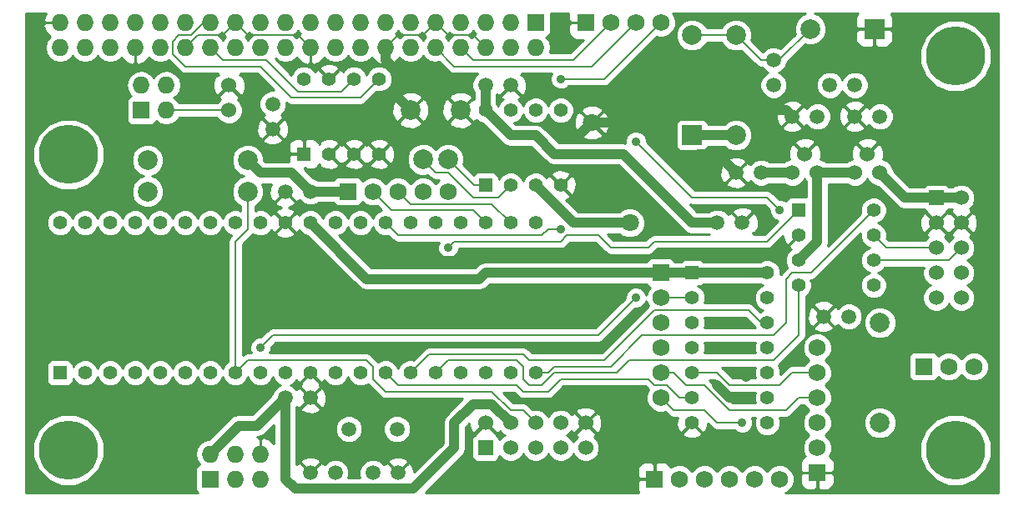
<source format=gbl>
%FSLAX36Y36*%
G04 Gerber Fmt 3.6, Leading zero omitted, Abs format (unit inch)*
G04 Created by KiCad (PCBNEW (2014-jul-16 BZR unknown)-product) date Tue 13 Jan 2015 03:14:55 PM PST*
%MOIN*%
G01*
G04 APERTURE LIST*
%ADD10C,0.003937*%
%ADD11C,0.059100*%
%ADD12C,0.078700*%
%ADD13R,0.078700X0.078700*%
%ADD14C,0.060000*%
%ADD15R,0.068000X0.068000*%
%ADD16C,0.068000*%
%ADD17O,0.068000X0.068000*%
%ADD18R,0.060000X0.060000*%
%ADD19R,0.055000X0.055000*%
%ADD20C,0.055000*%
%ADD21C,0.078740*%
%ADD22C,0.236220*%
%ADD23C,0.070866*%
%ADD24C,0.035000*%
%ADD25C,0.040000*%
%ADD26C,0.008000*%
%ADD27C,0.010000*%
G04 APERTURE END LIST*
D10*
D11*
X5200000Y-5800000D03*
X5100000Y-5800000D03*
X5350000Y-5800000D03*
X5450000Y-5800000D03*
X5000000Y-5500000D03*
X5100000Y-5500000D03*
X5100000Y-4675000D03*
X5000000Y-4675000D03*
X7250000Y-5175000D03*
X7150000Y-5175000D03*
X6950000Y-4250000D03*
X6950000Y-4150000D03*
X6725000Y-4800000D03*
X6825000Y-4800000D03*
X7125000Y-4375000D03*
X7025000Y-4375000D03*
X7375000Y-4375000D03*
X7275000Y-4375000D03*
X7175000Y-4250000D03*
X7275000Y-4250000D03*
X6900000Y-4600000D03*
X6800000Y-4600000D03*
X5800000Y-4250000D03*
X5900000Y-4250000D03*
X4950000Y-4325000D03*
X4950000Y-4425000D03*
D12*
X6625000Y-4050000D03*
D13*
X6625000Y-4450000D03*
D14*
X4775000Y-4350000D03*
X4775000Y-4250000D03*
D15*
X7550000Y-5375000D03*
D16*
X7650000Y-5375000D03*
X7750000Y-5375000D03*
D15*
X4425000Y-4350000D03*
D17*
X4425000Y-4250000D03*
X4525000Y-4350000D03*
X4525000Y-4250000D03*
D15*
X6000000Y-4000000D03*
D17*
X6000000Y-4100000D03*
X5900000Y-4000000D03*
X5900000Y-4100000D03*
X5800000Y-4000000D03*
X5800000Y-4100000D03*
X5700000Y-4000000D03*
X5700000Y-4100000D03*
X5600000Y-4000000D03*
X5600000Y-4100000D03*
X5500000Y-4000000D03*
X5500000Y-4100000D03*
X5400000Y-4000000D03*
X5400000Y-4100000D03*
X5300000Y-4000000D03*
X5300000Y-4100000D03*
X5200000Y-4000000D03*
X5200000Y-4100000D03*
X5100000Y-4000000D03*
X5100000Y-4100000D03*
X5000000Y-4000000D03*
X5000000Y-4100000D03*
X4900000Y-4000000D03*
X4900000Y-4100000D03*
X4800000Y-4000000D03*
X4800000Y-4100000D03*
X4700000Y-4000000D03*
X4700000Y-4100000D03*
X4600000Y-4000000D03*
X4600000Y-4100000D03*
X4500000Y-4000000D03*
X4500000Y-4100000D03*
X4400000Y-4000000D03*
X4400000Y-4100000D03*
X4300000Y-4000000D03*
X4300000Y-4100000D03*
X4200000Y-4000000D03*
X4200000Y-4100000D03*
X4100000Y-4000000D03*
X4100000Y-4100000D03*
D18*
X7600000Y-4700000D03*
D14*
X7700000Y-4700000D03*
X7600000Y-4800000D03*
X7700000Y-4800000D03*
X7600000Y-4900000D03*
X7700000Y-4900000D03*
X7600000Y-5000000D03*
X7700000Y-5000000D03*
X7600000Y-5100000D03*
X7700000Y-5100000D03*
D15*
X6475000Y-5825000D03*
D16*
X6575000Y-5825000D03*
X6675000Y-5825000D03*
X6775000Y-5825000D03*
X6875000Y-5825000D03*
X6975000Y-5825000D03*
D15*
X7125000Y-5800000D03*
D16*
X7125000Y-5700000D03*
X7125000Y-5600000D03*
X7125000Y-5500000D03*
X7125000Y-5400000D03*
X7125000Y-5300000D03*
D15*
X4700000Y-5825000D03*
D17*
X4700000Y-5725000D03*
X4800000Y-5825000D03*
X4800000Y-5725000D03*
X4900000Y-5825000D03*
X4900000Y-5725000D03*
D15*
X6200000Y-4000000D03*
D16*
X6300000Y-4000000D03*
X6400000Y-4000000D03*
X6500000Y-4000000D03*
D18*
X5800000Y-5700000D03*
D14*
X5800000Y-5600000D03*
X5900000Y-5700000D03*
X5900000Y-5600000D03*
X6000000Y-5700000D03*
X6000000Y-5600000D03*
X6100000Y-5700000D03*
X6100000Y-5600000D03*
X6200000Y-5700000D03*
X6200000Y-5600000D03*
D12*
X7375000Y-5200000D03*
X7375000Y-5600000D03*
D15*
X6500000Y-5000000D03*
D16*
X6500000Y-5100000D03*
X6500000Y-5200000D03*
X6500000Y-5300000D03*
X6500000Y-5400000D03*
X6500000Y-5500000D03*
D12*
X6800000Y-4050000D03*
X6800000Y-4450000D03*
X4450000Y-4675000D03*
X4850000Y-4675000D03*
X4450000Y-4550000D03*
X4850000Y-4550000D03*
D13*
X7353000Y-4025000D03*
D12*
X7097000Y-4025000D03*
D19*
X5800000Y-4650000D03*
D20*
X5900000Y-4650000D03*
X6000000Y-4650000D03*
X6100000Y-4650000D03*
X6100000Y-4350000D03*
X6000000Y-4350000D03*
X5900000Y-4350000D03*
X5800000Y-4350000D03*
D19*
X6625000Y-5000000D03*
D20*
X6625000Y-5100000D03*
X6625000Y-5200000D03*
X6625000Y-5300000D03*
X6625000Y-5400000D03*
X6625000Y-5500000D03*
X6625000Y-5600000D03*
X6925000Y-5600000D03*
X6925000Y-5500000D03*
X6925000Y-5400000D03*
X6925000Y-5300000D03*
X6925000Y-5200000D03*
X6925000Y-5100000D03*
X6925000Y-5000000D03*
D19*
X7050000Y-4750000D03*
D20*
X7050000Y-4850000D03*
X7050000Y-4950000D03*
X7050000Y-5050000D03*
X7350000Y-5050000D03*
X7350000Y-4950000D03*
X7350000Y-4850000D03*
X7350000Y-4750000D03*
D14*
X7275000Y-4600000D03*
X7325000Y-4525000D03*
X7375000Y-4600000D03*
D19*
X4100000Y-5400000D03*
D20*
X4200000Y-5400000D03*
X4300000Y-5400000D03*
X4400000Y-5400000D03*
X4500000Y-5400000D03*
X4600000Y-5400000D03*
X4700000Y-5400000D03*
X4800000Y-5400000D03*
X4900000Y-5400000D03*
X5000000Y-5400000D03*
X5100000Y-5400000D03*
X5200000Y-5400000D03*
X5300000Y-5400000D03*
X5400000Y-5400000D03*
X5500000Y-5400000D03*
X5600000Y-5400000D03*
X5700000Y-5400000D03*
X5800000Y-5400000D03*
X5900000Y-5400000D03*
X6000000Y-5400000D03*
X6000000Y-4800000D03*
X5900000Y-4800000D03*
X5800000Y-4800000D03*
X5700000Y-4800000D03*
X5600000Y-4800000D03*
X5500000Y-4800000D03*
X5400000Y-4800000D03*
X5300000Y-4800000D03*
X5200000Y-4800000D03*
X5100000Y-4800000D03*
X5000000Y-4800000D03*
X4900000Y-4800000D03*
X4800000Y-4800000D03*
X4700000Y-4800000D03*
X4600000Y-4800000D03*
X4500000Y-4800000D03*
X4400000Y-4800000D03*
X4300000Y-4800000D03*
X4200000Y-4800000D03*
X4100000Y-4800000D03*
D14*
X7025000Y-4600000D03*
X7075000Y-4525000D03*
X7125000Y-4600000D03*
D19*
X5075000Y-4525000D03*
D20*
X5175000Y-4525000D03*
X5275000Y-4525000D03*
X5375000Y-4525000D03*
X5375000Y-4225000D03*
X5275000Y-4225000D03*
X5175000Y-4225000D03*
X5075000Y-4225000D03*
D11*
X5253900Y-5625000D03*
X5446100Y-5625000D03*
D21*
X5650000Y-4546850D03*
X5550000Y-4546850D03*
X5700000Y-4350000D03*
X5500000Y-4350000D03*
D15*
X5250000Y-4675000D03*
D16*
X5350000Y-4675000D03*
X5450000Y-4675000D03*
X5550000Y-4675000D03*
X5650000Y-4675000D03*
D22*
X7677165Y-5708661D03*
X4133858Y-5708661D03*
X7677165Y-4133858D03*
X4133858Y-4527559D03*
D23*
X6375787Y-4800197D03*
X6224213Y-4399803D03*
D24*
X5100000Y-5300000D03*
X6650000Y-4525000D03*
X6839873Y-5414873D03*
X6725000Y-5200000D03*
X6725000Y-5075000D03*
X6725000Y-4925000D03*
X6825000Y-4925000D03*
X6725000Y-5300000D03*
X6850000Y-5500000D03*
X6725000Y-5450000D03*
X6175000Y-4925000D03*
X6025000Y-4925000D03*
X5750000Y-4950000D03*
X5475000Y-4952000D03*
X6175000Y-5150000D03*
X6025000Y-5150000D03*
X5775000Y-5150000D03*
X5525000Y-5150000D03*
X5075000Y-5150000D03*
X4975000Y-5150000D03*
X4725000Y-5150000D03*
X6100000Y-4450000D03*
X4900000Y-5300000D03*
X6400000Y-5100000D03*
X6100000Y-4825000D03*
X5650000Y-4900000D03*
X6975000Y-4750000D03*
X6400000Y-4475000D03*
X6825000Y-5600000D03*
X6100000Y-4225000D03*
D25*
X6525000Y-4350000D02*
X6475197Y-4399803D01*
X6475197Y-4399803D02*
X6224213Y-4399803D01*
X7025000Y-4375000D02*
X7000000Y-4350000D01*
X7000000Y-4350000D02*
X6525000Y-4350000D01*
X6800000Y-4600000D02*
X6725000Y-4525000D01*
X6725000Y-4525000D02*
X6650000Y-4525000D01*
X6839873Y-5414873D02*
X6825000Y-5400000D01*
X6825000Y-4925000D02*
X6725000Y-4925000D01*
X6775000Y-5500000D02*
X6850000Y-5500000D01*
X6725000Y-5450000D02*
X6775000Y-5500000D01*
D26*
X5750000Y-4050000D02*
X5650000Y-4050000D01*
X5650000Y-4050000D02*
X5600000Y-4000000D01*
X5800000Y-4100000D02*
X5750000Y-4050000D01*
X5550000Y-4050000D02*
X5600000Y-4000000D01*
X5050000Y-4050000D02*
X4850000Y-4050000D01*
X4850000Y-4050000D02*
X4800000Y-4000000D01*
X5100000Y-4100000D02*
X5050000Y-4050000D01*
X4750000Y-4050000D02*
X4800000Y-4000000D01*
X4650000Y-4050000D02*
X4750000Y-4050000D01*
X4600000Y-4100000D02*
X4650000Y-4050000D01*
X5450000Y-4050000D02*
X5550000Y-4050000D01*
X5400000Y-4100000D02*
X5450000Y-4050000D01*
D25*
X5400000Y-4150000D02*
X5450000Y-4200000D01*
X5450000Y-4200000D02*
X5450000Y-4300000D01*
X5450000Y-4300000D02*
X5500000Y-4350000D01*
X5400000Y-4100000D02*
X5400000Y-4150000D01*
X6175000Y-4925000D02*
X6025000Y-4925000D01*
X5750000Y-4950000D02*
X5748000Y-4952000D01*
X5748000Y-4952000D02*
X5475000Y-4952000D01*
X6175000Y-5150000D02*
X6025000Y-5150000D01*
X5775000Y-5150000D02*
X5525000Y-5150000D01*
X5075000Y-5150000D02*
X4975000Y-5150000D01*
X6100000Y-4450000D02*
X6174016Y-4450000D01*
X6174016Y-4450000D02*
X6224213Y-4399803D01*
D26*
X6800000Y-4050000D02*
X6625000Y-4050000D01*
X6950000Y-4150000D02*
X6900000Y-4150000D01*
X6900000Y-4150000D02*
X6800000Y-4050000D01*
X7097000Y-4025000D02*
X6972000Y-4150000D01*
X6972000Y-4150000D02*
X6950000Y-4150000D01*
X4900000Y-5300000D02*
X4950000Y-5250000D01*
X4950000Y-5250000D02*
X6250000Y-5250000D01*
X6250000Y-5250000D02*
X6400000Y-5100000D01*
X4775000Y-4350000D02*
X4525000Y-4350000D01*
X4800000Y-5400000D02*
X4800000Y-4875000D01*
X4850000Y-4825000D02*
X4850000Y-4675000D01*
X4800000Y-4875000D02*
X4850000Y-4825000D01*
X5950000Y-5550000D02*
X6000000Y-5600000D01*
X5325000Y-5350000D02*
X5350000Y-5375000D01*
X5350000Y-5375000D02*
X5350000Y-5425000D01*
X5350000Y-5425000D02*
X5400000Y-5475000D01*
X5400000Y-5475000D02*
X5825000Y-5475000D01*
X4800000Y-5400000D02*
X4850000Y-5350000D01*
X4850000Y-5350000D02*
X5325000Y-5350000D01*
X5900000Y-5550000D02*
X5825000Y-5475000D01*
X5950000Y-5550000D02*
X5900000Y-5550000D01*
X5450000Y-4850000D02*
X5400000Y-4800000D01*
X6025000Y-4850000D02*
X6050000Y-4825000D01*
X6050000Y-4825000D02*
X6100000Y-4825000D01*
X5450000Y-4850000D02*
X6025000Y-4850000D01*
X6475000Y-5150000D02*
X6275000Y-5350000D01*
X5950000Y-5325000D02*
X5575000Y-5325000D01*
X5975000Y-5350000D02*
X5950000Y-5325000D01*
X6275000Y-5350000D02*
X5975000Y-5350000D01*
X6925000Y-5200000D02*
X6900000Y-5200000D01*
X6900000Y-5200000D02*
X6850000Y-5150000D01*
X5575000Y-5325000D02*
X5500000Y-5400000D01*
X6850000Y-5150000D02*
X6475000Y-5150000D01*
X7050000Y-5050000D02*
X7050000Y-5250000D01*
X5650000Y-5350000D02*
X5600000Y-5400000D01*
X5925000Y-5350000D02*
X5650000Y-5350000D01*
X5950000Y-5375000D02*
X5925000Y-5350000D01*
X5950000Y-5425000D02*
X5950000Y-5375000D01*
X5975000Y-5450000D02*
X5950000Y-5425000D01*
X6025000Y-5450000D02*
X5975000Y-5450000D01*
X6950000Y-5350000D02*
X6475000Y-5350000D01*
X7050000Y-5250000D02*
X6950000Y-5350000D01*
X6375000Y-5350000D02*
X6325000Y-5400000D01*
X6325000Y-5400000D02*
X6100000Y-5400000D01*
X6100000Y-5400000D02*
X6075000Y-5400000D01*
X6075000Y-5400000D02*
X6025000Y-5450000D01*
X6475000Y-5350000D02*
X6375000Y-5350000D01*
X5675000Y-4875000D02*
X5650000Y-4900000D01*
X6475000Y-4875000D02*
X6450000Y-4900000D01*
X7050000Y-4750000D02*
X6925000Y-4875000D01*
X6925000Y-4875000D02*
X6475000Y-4875000D01*
X6300000Y-4900000D02*
X6250000Y-4850000D01*
X6450000Y-4900000D02*
X6300000Y-4900000D01*
X6125000Y-4850000D02*
X6100000Y-4875000D01*
X6100000Y-4875000D02*
X5675000Y-4875000D01*
X6250000Y-4850000D02*
X6125000Y-4850000D01*
X5400000Y-5400000D02*
X5450000Y-5450000D01*
X5950000Y-5475000D02*
X5925000Y-5450000D01*
X5450000Y-5450000D02*
X5925000Y-5450000D01*
X6575000Y-5500000D02*
X6525000Y-5450000D01*
X6525000Y-5450000D02*
X6475000Y-5450000D01*
X6625000Y-5500000D02*
X6575000Y-5500000D01*
X6450000Y-5425000D02*
X6100000Y-5425000D01*
X6100000Y-5425000D02*
X6050000Y-5475000D01*
X6050000Y-5475000D02*
X5950000Y-5475000D01*
X6475000Y-5450000D02*
X6450000Y-5425000D01*
X7350000Y-4950000D02*
X7650000Y-4950000D01*
X7650000Y-4950000D02*
X7700000Y-4900000D01*
X7600000Y-4900000D02*
X7400000Y-4900000D01*
X7400000Y-4900000D02*
X7350000Y-4850000D01*
X6625000Y-5100000D02*
X6500000Y-5100000D01*
X7050000Y-5500000D02*
X7000000Y-5550000D01*
X6775000Y-5550000D02*
X6675000Y-5450000D01*
X7000000Y-5550000D02*
X6775000Y-5550000D01*
X7125000Y-5500000D02*
X7050000Y-5500000D01*
X6675000Y-5450000D02*
X6600000Y-5450000D01*
X6550000Y-5400000D02*
X6600000Y-5450000D01*
X6500000Y-5400000D02*
X6550000Y-5400000D01*
D25*
X7050000Y-4950000D02*
X7125000Y-4875000D01*
X7125000Y-4875000D02*
X7125000Y-4600000D01*
X7275000Y-4600000D02*
X7125000Y-4600000D01*
D26*
X5796850Y-4646850D02*
X5800000Y-4650000D01*
X5753150Y-4650000D02*
X5650000Y-4546850D01*
X5800000Y-4650000D02*
X5753150Y-4650000D01*
X5850000Y-4700000D02*
X5900000Y-4650000D01*
X5750000Y-4700000D02*
X5850000Y-4700000D01*
X5650000Y-4600000D02*
X5750000Y-4700000D01*
X5600000Y-4600000D02*
X5650000Y-4600000D01*
X5550000Y-4550000D02*
X5600000Y-4600000D01*
X5550000Y-4546850D02*
X5550000Y-4550000D01*
X6950000Y-5250000D02*
X7000000Y-5200000D01*
X7100000Y-5000000D02*
X7350000Y-4750000D01*
X7025000Y-5000000D02*
X7100000Y-5000000D01*
X7000000Y-5025000D02*
X7025000Y-5000000D01*
X7000000Y-5200000D02*
X7000000Y-5025000D01*
X6950000Y-5250000D02*
X6475000Y-5250000D01*
X6000000Y-5400000D02*
X6050000Y-5400000D01*
X6425000Y-5250000D02*
X6300000Y-5375000D01*
X6300000Y-5375000D02*
X6075000Y-5375000D01*
X6075000Y-5375000D02*
X6050000Y-5400000D01*
X6475000Y-5250000D02*
X6425000Y-5250000D01*
D25*
X7600000Y-4700000D02*
X7475000Y-4700000D01*
X7475000Y-4700000D02*
X7375000Y-4600000D01*
X7700000Y-4700000D02*
X7600000Y-4700000D01*
X6375787Y-4800197D02*
X6150197Y-4800197D01*
X6150197Y-4800197D02*
X6000000Y-4650000D01*
X6500000Y-5000000D02*
X5800000Y-5000000D01*
X5325000Y-5025000D02*
X5100000Y-4800000D01*
X5775000Y-5025000D02*
X5325000Y-5025000D01*
X5800000Y-5000000D02*
X5775000Y-5025000D01*
X6725000Y-4800000D02*
X6625000Y-4800000D01*
X5000000Y-5500000D02*
X5000000Y-5825000D01*
X5825000Y-5525000D02*
X5900000Y-5600000D01*
X5750000Y-5525000D02*
X5825000Y-5525000D01*
X5675000Y-5600000D02*
X5750000Y-5525000D01*
X5675000Y-5700000D02*
X5675000Y-5600000D01*
X5511000Y-5864000D02*
X5675000Y-5700000D01*
X5039000Y-5864000D02*
X5511000Y-5864000D01*
X5000000Y-5825000D02*
X5039000Y-5864000D01*
X6800000Y-4450000D02*
X6625000Y-4450000D01*
X4700000Y-5725000D02*
X4812500Y-5612500D01*
X4887500Y-5612500D02*
X5000000Y-5500000D01*
X4812500Y-5612500D02*
X4887500Y-5612500D01*
X6625000Y-5000000D02*
X6500000Y-5000000D01*
X6925000Y-5000000D02*
X6625000Y-5000000D01*
X7025000Y-4600000D02*
X6900000Y-4600000D01*
X5025000Y-4600000D02*
X4900000Y-4600000D01*
X4900000Y-4600000D02*
X4850000Y-4550000D01*
X5100000Y-4675000D02*
X5025000Y-4600000D01*
X5800000Y-4350000D02*
X5800000Y-4250000D01*
X5100000Y-4675000D02*
X5250000Y-4675000D01*
X5900000Y-4450000D02*
X6000000Y-4450000D01*
X6000000Y-4450000D02*
X6075000Y-4525000D01*
X6075000Y-4525000D02*
X6350000Y-4525000D01*
X6350000Y-4525000D02*
X6625000Y-4800000D01*
X5800000Y-4350000D02*
X5900000Y-4450000D01*
D26*
X6725000Y-5400000D02*
X6775000Y-5450000D01*
X6975000Y-5450000D02*
X7025000Y-5400000D01*
X6775000Y-5450000D02*
X6975000Y-5450000D01*
X6625000Y-5400000D02*
X6725000Y-5400000D01*
X7025000Y-5400000D02*
X7125000Y-5400000D01*
X6150000Y-4150000D02*
X6300000Y-4000000D01*
X5750000Y-4150000D02*
X6150000Y-4150000D01*
X5700000Y-4100000D02*
X5750000Y-4150000D01*
X5675000Y-4175000D02*
X6225000Y-4175000D01*
X6225000Y-4175000D02*
X6400000Y-4000000D01*
X5600000Y-4100000D02*
X5675000Y-4175000D01*
X6975000Y-4750000D02*
X6925000Y-4700000D01*
X6925000Y-4700000D02*
X6625000Y-4700000D01*
X6625000Y-4700000D02*
X6400000Y-4475000D01*
X6550000Y-5550000D02*
X6675000Y-5550000D01*
X6675000Y-5550000D02*
X6725000Y-5600000D01*
X6725000Y-5600000D02*
X6825000Y-5600000D01*
X6500000Y-5500000D02*
X6550000Y-5550000D01*
X6100000Y-4225000D02*
X6275000Y-4225000D01*
X6275000Y-4225000D02*
X6500000Y-4000000D01*
X4675000Y-4000000D02*
X4700000Y-4000000D01*
X4575000Y-4050000D02*
X4625000Y-4050000D01*
X4550000Y-4075000D02*
X4575000Y-4050000D01*
X4550000Y-4125000D02*
X4550000Y-4075000D01*
X4600000Y-4175000D02*
X4550000Y-4125000D01*
X4625000Y-4050000D02*
X4675000Y-4000000D01*
X5025000Y-4300000D02*
X5300000Y-4300000D01*
X5300000Y-4300000D02*
X5375000Y-4225000D01*
X4900000Y-4175000D02*
X4600000Y-4175000D01*
X5025000Y-4300000D02*
X4900000Y-4175000D01*
X4925000Y-4150000D02*
X4750000Y-4150000D01*
X4750000Y-4150000D02*
X4700000Y-4100000D01*
X5225000Y-4275000D02*
X5050000Y-4275000D01*
X5050000Y-4275000D02*
X4925000Y-4150000D01*
X5275000Y-4225000D02*
X5225000Y-4275000D01*
X5750000Y-4750000D02*
X5425000Y-4750000D01*
X5425000Y-4750000D02*
X5350000Y-4675000D01*
X5800000Y-4800000D02*
X5750000Y-4750000D01*
X5825000Y-4725000D02*
X5500000Y-4725000D01*
X5500000Y-4725000D02*
X5450000Y-4675000D01*
X5900000Y-4800000D02*
X5825000Y-4725000D01*
D27*
G36*
X4601787Y-4101000D02*
X4601000Y-4101000D01*
X4601000Y-4101787D01*
X4599000Y-4101787D01*
X4599000Y-4101000D01*
X4598213Y-4101000D01*
X4598213Y-4099000D01*
X4599000Y-4099000D01*
X4599000Y-4098213D01*
X4601000Y-4098213D01*
X4601000Y-4099000D01*
X4601787Y-4099000D01*
X4601787Y-4101000D01*
X4601787Y-4101000D01*
G37*
X4601787Y-4101000D02*
X4601000Y-4101000D01*
X4601000Y-4101787D01*
X4599000Y-4101787D01*
X4599000Y-4101000D01*
X4598213Y-4101000D01*
X4598213Y-4099000D01*
X4599000Y-4099000D01*
X4599000Y-4098213D01*
X4601000Y-4098213D01*
X4601000Y-4099000D01*
X4601787Y-4099000D01*
X4601787Y-4101000D01*
G36*
X4760620Y-4055945D02*
X4757125Y-4058281D01*
X4750000Y-4068944D01*
X4742875Y-4058281D01*
X4730482Y-4050000D01*
X4742875Y-4041719D01*
X4743962Y-4040093D01*
X4760620Y-4055945D01*
X4760620Y-4055945D01*
G37*
X4760620Y-4055945D02*
X4757125Y-4058281D01*
X4750000Y-4068944D01*
X4742875Y-4058281D01*
X4730482Y-4050000D01*
X4742875Y-4041719D01*
X4743962Y-4040093D01*
X4760620Y-4055945D01*
G36*
X4801787Y-4001000D02*
X4801000Y-4001000D01*
X4801000Y-4001787D01*
X4799000Y-4001787D01*
X4799000Y-4001000D01*
X4798213Y-4001000D01*
X4798213Y-3999000D01*
X4799000Y-3999000D01*
X4799000Y-3998213D01*
X4801000Y-3998213D01*
X4801000Y-3999000D01*
X4801787Y-3999000D01*
X4801787Y-4001000D01*
X4801787Y-4001000D01*
G37*
X4801787Y-4001000D02*
X4801000Y-4001000D01*
X4801000Y-4001787D01*
X4799000Y-4001787D01*
X4799000Y-4001000D01*
X4798213Y-4001000D01*
X4798213Y-3999000D01*
X4799000Y-3999000D01*
X4799000Y-3998213D01*
X4801000Y-3998213D01*
X4801000Y-3999000D01*
X4801787Y-3999000D01*
X4801787Y-4001000D01*
G36*
X4869518Y-4050000D02*
X4857125Y-4058281D01*
X4850000Y-4068944D01*
X4842875Y-4058281D01*
X4839380Y-4055945D01*
X4856038Y-4040093D01*
X4857125Y-4041719D01*
X4869518Y-4050000D01*
X4869518Y-4050000D01*
G37*
X4869518Y-4050000D02*
X4857125Y-4058281D01*
X4850000Y-4068944D01*
X4842875Y-4058281D01*
X4839380Y-4055945D01*
X4856038Y-4040093D01*
X4857125Y-4041719D01*
X4869518Y-4050000D01*
G36*
X4955000Y-5683920D02*
X4936901Y-5666696D01*
X4911781Y-5657013D01*
X4901000Y-5664757D01*
X4901000Y-5724000D01*
X4901787Y-5724000D01*
X4901787Y-5726000D01*
X4901000Y-5726000D01*
X4901000Y-5726787D01*
X4899000Y-5726787D01*
X4899000Y-5726000D01*
X4898213Y-5726000D01*
X4898213Y-5724000D01*
X4899000Y-5724000D01*
X4899000Y-5664757D01*
X4888594Y-5657282D01*
X4904721Y-5654075D01*
X4919320Y-5644320D01*
X4955000Y-5608640D01*
X4955000Y-5683920D01*
X4955000Y-5683920D01*
G37*
X4955000Y-5683920D02*
X4936901Y-5666696D01*
X4911781Y-5657013D01*
X4901000Y-5664757D01*
X4901000Y-5724000D01*
X4901787Y-5724000D01*
X4901787Y-5726000D01*
X4901000Y-5726000D01*
X4901000Y-5726787D01*
X4899000Y-5726787D01*
X4899000Y-5726000D01*
X4898213Y-5726000D01*
X4898213Y-5724000D01*
X4899000Y-5724000D01*
X4899000Y-5664757D01*
X4888594Y-5657282D01*
X4904721Y-5654075D01*
X4919320Y-5644320D01*
X4955000Y-5608640D01*
X4955000Y-5683920D01*
G36*
X5060620Y-4044055D02*
X5043962Y-4059907D01*
X5042875Y-4058281D01*
X5030482Y-4050000D01*
X5042875Y-4041719D01*
X5050000Y-4031056D01*
X5057125Y-4041719D01*
X5060620Y-4044055D01*
X5060620Y-4044055D01*
G37*
X5060620Y-4044055D02*
X5043962Y-4059907D01*
X5042875Y-4058281D01*
X5030482Y-4050000D01*
X5042875Y-4041719D01*
X5050000Y-4031056D01*
X5057125Y-4041719D01*
X5060620Y-4044055D01*
G36*
X5469518Y-4050000D02*
X5457125Y-4058281D01*
X5456038Y-4059907D01*
X5439380Y-4044055D01*
X5442875Y-4041719D01*
X5450000Y-4031056D01*
X5457125Y-4041719D01*
X5469518Y-4050000D01*
X5469518Y-4050000D01*
G37*
X5469518Y-4050000D02*
X5457125Y-4058281D01*
X5456038Y-4059907D01*
X5439380Y-4044055D01*
X5442875Y-4041719D01*
X5450000Y-4031056D01*
X5457125Y-4041719D01*
X5469518Y-4050000D01*
G36*
X5560620Y-4055945D02*
X5557125Y-4058281D01*
X5550000Y-4068944D01*
X5542875Y-4058281D01*
X5530482Y-4050000D01*
X5542875Y-4041719D01*
X5543962Y-4040093D01*
X5560620Y-4055945D01*
X5560620Y-4055945D01*
G37*
X5560620Y-4055945D02*
X5557125Y-4058281D01*
X5550000Y-4068944D01*
X5542875Y-4058281D01*
X5530482Y-4050000D01*
X5542875Y-4041719D01*
X5543962Y-4040093D01*
X5560620Y-4055945D01*
G36*
X5601787Y-4001000D02*
X5601000Y-4001000D01*
X5601000Y-4001787D01*
X5599000Y-4001787D01*
X5599000Y-4001000D01*
X5598213Y-4001000D01*
X5598213Y-3999000D01*
X5599000Y-3999000D01*
X5599000Y-3998213D01*
X5601000Y-3998213D01*
X5601000Y-3999000D01*
X5601787Y-3999000D01*
X5601787Y-4001000D01*
X5601787Y-4001000D01*
G37*
X5601787Y-4001000D02*
X5601000Y-4001000D01*
X5601000Y-4001787D01*
X5599000Y-4001787D01*
X5599000Y-4001000D01*
X5598213Y-4001000D01*
X5598213Y-3999000D01*
X5599000Y-3999000D01*
X5599000Y-3998213D01*
X5601000Y-3998213D01*
X5601000Y-3999000D01*
X5601787Y-3999000D01*
X5601787Y-4001000D01*
G36*
X5669518Y-4050000D02*
X5657125Y-4058281D01*
X5650000Y-4068944D01*
X5642875Y-4058281D01*
X5639380Y-4055945D01*
X5656038Y-4040093D01*
X5657125Y-4041719D01*
X5669518Y-4050000D01*
X5669518Y-4050000D01*
G37*
X5669518Y-4050000D02*
X5657125Y-4058281D01*
X5650000Y-4068944D01*
X5642875Y-4058281D01*
X5639380Y-4055945D01*
X5656038Y-4040093D01*
X5657125Y-4041719D01*
X5669518Y-4050000D01*
G36*
X5707360Y-5504000D02*
X5643180Y-5568180D01*
X5633425Y-5582779D01*
X5630000Y-5600000D01*
X5630000Y-5681360D01*
X5514648Y-5796712D01*
X5514840Y-5788718D01*
X5505587Y-5764763D01*
X5503827Y-5762129D01*
X5500659Y-5761691D01*
X5500659Y-5614197D01*
X5492372Y-5594140D01*
X5477040Y-5578782D01*
X5456998Y-5570459D01*
X5435297Y-5570441D01*
X5415240Y-5578728D01*
X5399882Y-5594060D01*
X5391559Y-5614102D01*
X5391541Y-5635803D01*
X5399828Y-5655860D01*
X5415160Y-5671218D01*
X5435202Y-5679541D01*
X5456903Y-5679559D01*
X5476960Y-5671272D01*
X5492318Y-5655940D01*
X5500641Y-5635898D01*
X5500659Y-5614197D01*
X5500659Y-5761691D01*
X5491052Y-5760363D01*
X5489637Y-5761777D01*
X5489637Y-5758948D01*
X5487871Y-5746173D01*
X5464390Y-5735778D01*
X5438718Y-5735160D01*
X5414763Y-5744413D01*
X5412129Y-5746173D01*
X5410363Y-5758948D01*
X5450000Y-5798586D01*
X5489637Y-5758948D01*
X5489637Y-5761777D01*
X5451414Y-5800000D01*
X5451971Y-5800557D01*
X5450557Y-5801971D01*
X5450000Y-5801414D01*
X5449443Y-5801971D01*
X5448029Y-5800557D01*
X5448586Y-5800000D01*
X5408948Y-5760363D01*
X5396173Y-5762129D01*
X5394053Y-5766917D01*
X5380940Y-5753782D01*
X5360898Y-5745459D01*
X5339197Y-5745441D01*
X5319140Y-5753728D01*
X5308459Y-5764390D01*
X5308459Y-5614197D01*
X5300172Y-5594140D01*
X5284840Y-5578782D01*
X5264798Y-5570459D01*
X5243097Y-5570441D01*
X5223040Y-5578728D01*
X5207682Y-5594060D01*
X5199359Y-5614102D01*
X5199341Y-5635803D01*
X5207628Y-5655860D01*
X5222960Y-5671218D01*
X5243002Y-5679541D01*
X5264703Y-5679559D01*
X5284760Y-5671272D01*
X5300118Y-5655940D01*
X5308441Y-5635898D01*
X5308459Y-5614197D01*
X5308459Y-5764390D01*
X5303782Y-5769060D01*
X5295459Y-5789102D01*
X5295441Y-5810803D01*
X5298827Y-5819000D01*
X5251176Y-5819000D01*
X5254541Y-5810898D01*
X5254559Y-5789197D01*
X5246272Y-5769140D01*
X5230940Y-5753782D01*
X5210898Y-5745459D01*
X5189197Y-5745441D01*
X5169140Y-5753728D01*
X5164840Y-5758020D01*
X5164840Y-5488718D01*
X5155587Y-5464763D01*
X5153827Y-5462129D01*
X5141052Y-5460363D01*
X5139637Y-5461777D01*
X5139637Y-5458948D01*
X5137871Y-5446173D01*
X5137388Y-5445959D01*
X5138159Y-5439573D01*
X5100000Y-5401414D01*
X5061841Y-5439573D01*
X5062599Y-5445859D01*
X5062129Y-5446173D01*
X5060363Y-5458948D01*
X5100000Y-5498586D01*
X5139637Y-5458948D01*
X5139637Y-5461777D01*
X5101414Y-5500000D01*
X5141052Y-5539637D01*
X5153827Y-5537871D01*
X5164222Y-5514390D01*
X5164840Y-5488718D01*
X5164840Y-5758020D01*
X5156282Y-5766563D01*
X5155587Y-5764763D01*
X5153827Y-5762129D01*
X5141052Y-5760363D01*
X5139637Y-5761777D01*
X5139637Y-5758948D01*
X5139637Y-5541052D01*
X5100000Y-5501414D01*
X5060363Y-5541052D01*
X5062129Y-5553827D01*
X5085610Y-5564222D01*
X5111282Y-5564840D01*
X5135237Y-5555587D01*
X5137871Y-5553827D01*
X5139637Y-5541052D01*
X5139637Y-5758948D01*
X5137871Y-5746173D01*
X5114390Y-5735778D01*
X5088718Y-5735160D01*
X5064763Y-5744413D01*
X5062129Y-5746173D01*
X5060363Y-5758948D01*
X5100000Y-5798586D01*
X5139637Y-5758948D01*
X5139637Y-5761777D01*
X5101414Y-5800000D01*
X5101971Y-5800557D01*
X5100557Y-5801971D01*
X5100000Y-5801414D01*
X5099443Y-5801971D01*
X5098029Y-5800557D01*
X5098586Y-5800000D01*
X5058948Y-5760363D01*
X5046173Y-5762129D01*
X5045000Y-5764779D01*
X5045000Y-5536116D01*
X5046173Y-5537871D01*
X5058948Y-5539637D01*
X5098586Y-5500000D01*
X5058948Y-5460363D01*
X5046173Y-5462129D01*
X5044053Y-5466917D01*
X5030940Y-5453782D01*
X5019158Y-5448889D01*
X5029700Y-5444533D01*
X5044481Y-5429778D01*
X5044494Y-5429747D01*
X5046195Y-5434145D01*
X5047864Y-5436643D01*
X5060427Y-5438159D01*
X5098586Y-5400000D01*
X5098029Y-5399443D01*
X5099443Y-5398029D01*
X5100000Y-5398586D01*
X5100557Y-5398029D01*
X5101971Y-5399443D01*
X5101414Y-5400000D01*
X5139573Y-5438159D01*
X5152136Y-5436643D01*
X5155340Y-5429394D01*
X5155467Y-5429700D01*
X5170222Y-5444481D01*
X5189511Y-5452491D01*
X5210397Y-5452509D01*
X5229700Y-5444533D01*
X5244481Y-5429778D01*
X5250004Y-5416478D01*
X5255467Y-5429700D01*
X5270222Y-5444481D01*
X5289511Y-5452491D01*
X5310397Y-5452509D01*
X5329029Y-5444810D01*
X5329494Y-5445506D01*
X5379494Y-5495506D01*
X5388902Y-5501793D01*
X5400000Y-5504000D01*
X5707360Y-5504000D01*
X5707360Y-5504000D01*
G37*
X5707360Y-5504000D02*
X5643180Y-5568180D01*
X5633425Y-5582779D01*
X5630000Y-5600000D01*
X5630000Y-5681360D01*
X5514648Y-5796712D01*
X5514840Y-5788718D01*
X5505587Y-5764763D01*
X5503827Y-5762129D01*
X5500659Y-5761691D01*
X5500659Y-5614197D01*
X5492372Y-5594140D01*
X5477040Y-5578782D01*
X5456998Y-5570459D01*
X5435297Y-5570441D01*
X5415240Y-5578728D01*
X5399882Y-5594060D01*
X5391559Y-5614102D01*
X5391541Y-5635803D01*
X5399828Y-5655860D01*
X5415160Y-5671218D01*
X5435202Y-5679541D01*
X5456903Y-5679559D01*
X5476960Y-5671272D01*
X5492318Y-5655940D01*
X5500641Y-5635898D01*
X5500659Y-5614197D01*
X5500659Y-5761691D01*
X5491052Y-5760363D01*
X5489637Y-5761777D01*
X5489637Y-5758948D01*
X5487871Y-5746173D01*
X5464390Y-5735778D01*
X5438718Y-5735160D01*
X5414763Y-5744413D01*
X5412129Y-5746173D01*
X5410363Y-5758948D01*
X5450000Y-5798586D01*
X5489637Y-5758948D01*
X5489637Y-5761777D01*
X5451414Y-5800000D01*
X5451971Y-5800557D01*
X5450557Y-5801971D01*
X5450000Y-5801414D01*
X5449443Y-5801971D01*
X5448029Y-5800557D01*
X5448586Y-5800000D01*
X5408948Y-5760363D01*
X5396173Y-5762129D01*
X5394053Y-5766917D01*
X5380940Y-5753782D01*
X5360898Y-5745459D01*
X5339197Y-5745441D01*
X5319140Y-5753728D01*
X5308459Y-5764390D01*
X5308459Y-5614197D01*
X5300172Y-5594140D01*
X5284840Y-5578782D01*
X5264798Y-5570459D01*
X5243097Y-5570441D01*
X5223040Y-5578728D01*
X5207682Y-5594060D01*
X5199359Y-5614102D01*
X5199341Y-5635803D01*
X5207628Y-5655860D01*
X5222960Y-5671218D01*
X5243002Y-5679541D01*
X5264703Y-5679559D01*
X5284760Y-5671272D01*
X5300118Y-5655940D01*
X5308441Y-5635898D01*
X5308459Y-5614197D01*
X5308459Y-5764390D01*
X5303782Y-5769060D01*
X5295459Y-5789102D01*
X5295441Y-5810803D01*
X5298827Y-5819000D01*
X5251176Y-5819000D01*
X5254541Y-5810898D01*
X5254559Y-5789197D01*
X5246272Y-5769140D01*
X5230940Y-5753782D01*
X5210898Y-5745459D01*
X5189197Y-5745441D01*
X5169140Y-5753728D01*
X5164840Y-5758020D01*
X5164840Y-5488718D01*
X5155587Y-5464763D01*
X5153827Y-5462129D01*
X5141052Y-5460363D01*
X5139637Y-5461777D01*
X5139637Y-5458948D01*
X5137871Y-5446173D01*
X5137388Y-5445959D01*
X5138159Y-5439573D01*
X5100000Y-5401414D01*
X5061841Y-5439573D01*
X5062599Y-5445859D01*
X5062129Y-5446173D01*
X5060363Y-5458948D01*
X5100000Y-5498586D01*
X5139637Y-5458948D01*
X5139637Y-5461777D01*
X5101414Y-5500000D01*
X5141052Y-5539637D01*
X5153827Y-5537871D01*
X5164222Y-5514390D01*
X5164840Y-5488718D01*
X5164840Y-5758020D01*
X5156282Y-5766563D01*
X5155587Y-5764763D01*
X5153827Y-5762129D01*
X5141052Y-5760363D01*
X5139637Y-5761777D01*
X5139637Y-5758948D01*
X5139637Y-5541052D01*
X5100000Y-5501414D01*
X5060363Y-5541052D01*
X5062129Y-5553827D01*
X5085610Y-5564222D01*
X5111282Y-5564840D01*
X5135237Y-5555587D01*
X5137871Y-5553827D01*
X5139637Y-5541052D01*
X5139637Y-5758948D01*
X5137871Y-5746173D01*
X5114390Y-5735778D01*
X5088718Y-5735160D01*
X5064763Y-5744413D01*
X5062129Y-5746173D01*
X5060363Y-5758948D01*
X5100000Y-5798586D01*
X5139637Y-5758948D01*
X5139637Y-5761777D01*
X5101414Y-5800000D01*
X5101971Y-5800557D01*
X5100557Y-5801971D01*
X5100000Y-5801414D01*
X5099443Y-5801971D01*
X5098029Y-5800557D01*
X5098586Y-5800000D01*
X5058948Y-5760363D01*
X5046173Y-5762129D01*
X5045000Y-5764779D01*
X5045000Y-5536116D01*
X5046173Y-5537871D01*
X5058948Y-5539637D01*
X5098586Y-5500000D01*
X5058948Y-5460363D01*
X5046173Y-5462129D01*
X5044053Y-5466917D01*
X5030940Y-5453782D01*
X5019158Y-5448889D01*
X5029700Y-5444533D01*
X5044481Y-5429778D01*
X5044494Y-5429747D01*
X5046195Y-5434145D01*
X5047864Y-5436643D01*
X5060427Y-5438159D01*
X5098586Y-5400000D01*
X5098029Y-5399443D01*
X5099443Y-5398029D01*
X5100000Y-5398586D01*
X5100557Y-5398029D01*
X5101971Y-5399443D01*
X5101414Y-5400000D01*
X5139573Y-5438159D01*
X5152136Y-5436643D01*
X5155340Y-5429394D01*
X5155467Y-5429700D01*
X5170222Y-5444481D01*
X5189511Y-5452491D01*
X5210397Y-5452509D01*
X5229700Y-5444533D01*
X5244481Y-5429778D01*
X5250004Y-5416478D01*
X5255467Y-5429700D01*
X5270222Y-5444481D01*
X5289511Y-5452491D01*
X5310397Y-5452509D01*
X5329029Y-5444810D01*
X5329494Y-5445506D01*
X5379494Y-5495506D01*
X5388902Y-5501793D01*
X5400000Y-5504000D01*
X5707360Y-5504000D01*
G36*
X5760620Y-4044055D02*
X5743962Y-4059907D01*
X5742875Y-4058281D01*
X5730482Y-4050000D01*
X5742875Y-4041719D01*
X5750000Y-4031056D01*
X5757125Y-4041719D01*
X5760620Y-4044055D01*
X5760620Y-4044055D01*
G37*
X5760620Y-4044055D02*
X5743962Y-4059907D01*
X5742875Y-4058281D01*
X5730482Y-4050000D01*
X5742875Y-4041719D01*
X5750000Y-4031056D01*
X5757125Y-4041719D01*
X5760620Y-4044055D01*
G36*
X5801787Y-4101000D02*
X5801000Y-4101000D01*
X5801000Y-4101787D01*
X5799000Y-4101787D01*
X5799000Y-4101000D01*
X5798213Y-4101000D01*
X5798213Y-4099000D01*
X5799000Y-4099000D01*
X5799000Y-4098213D01*
X5801000Y-4098213D01*
X5801000Y-4099000D01*
X5801787Y-4099000D01*
X5801787Y-4101000D01*
X5801787Y-4101000D01*
G37*
X5801787Y-4101000D02*
X5801000Y-4101000D01*
X5801000Y-4101787D01*
X5799000Y-4101787D01*
X5799000Y-4101000D01*
X5798213Y-4101000D01*
X5798213Y-4099000D01*
X5799000Y-4099000D01*
X5799000Y-4098213D01*
X5801000Y-4098213D01*
X5801000Y-4099000D01*
X5801787Y-4099000D01*
X5801787Y-4101000D01*
G36*
X6201787Y-4001000D02*
X6201000Y-4001000D01*
X6201000Y-4001787D01*
X6199000Y-4001787D01*
X6199000Y-4001000D01*
X6139750Y-4001000D01*
X6131000Y-4009750D01*
X6131000Y-4027038D01*
X6131000Y-4040962D01*
X6136328Y-4053826D01*
X6146174Y-4063672D01*
X6159038Y-4069000D01*
X6189988Y-4069000D01*
X6137988Y-4121000D01*
X6055979Y-4121000D01*
X6060156Y-4100000D01*
X6055665Y-4077422D01*
X6042875Y-4058281D01*
X6042046Y-4057727D01*
X6048161Y-4055194D01*
X6055194Y-4048161D01*
X6059000Y-4038973D01*
X6059000Y-4029027D01*
X6059000Y-3962992D01*
X6131000Y-3962992D01*
X6131000Y-3972962D01*
X6131000Y-3990250D01*
X6139750Y-3999000D01*
X6199000Y-3999000D01*
X6199000Y-3998213D01*
X6201000Y-3998213D01*
X6201000Y-3999000D01*
X6201787Y-3999000D01*
X6201787Y-4001000D01*
X6201787Y-4001000D01*
G37*
X6201787Y-4001000D02*
X6201000Y-4001000D01*
X6201000Y-4001787D01*
X6199000Y-4001787D01*
X6199000Y-4001000D01*
X6139750Y-4001000D01*
X6131000Y-4009750D01*
X6131000Y-4027038D01*
X6131000Y-4040962D01*
X6136328Y-4053826D01*
X6146174Y-4063672D01*
X6159038Y-4069000D01*
X6189988Y-4069000D01*
X6137988Y-4121000D01*
X6055979Y-4121000D01*
X6060156Y-4100000D01*
X6055665Y-4077422D01*
X6042875Y-4058281D01*
X6042046Y-4057727D01*
X6048161Y-4055194D01*
X6055194Y-4048161D01*
X6059000Y-4038973D01*
X6059000Y-4029027D01*
X6059000Y-3962992D01*
X6131000Y-3962992D01*
X6131000Y-3972962D01*
X6131000Y-3990250D01*
X6139750Y-3999000D01*
X6199000Y-3999000D01*
X6199000Y-3998213D01*
X6201000Y-3998213D01*
X6201000Y-3999000D01*
X6201787Y-3999000D01*
X6201787Y-4001000D01*
G36*
X6450282Y-5133706D02*
X6262988Y-5321000D01*
X5987012Y-5321000D01*
X5970506Y-5304494D01*
X5961098Y-5298207D01*
X5950000Y-5296000D01*
X5575000Y-5296000D01*
X5563902Y-5298207D01*
X5554494Y-5304494D01*
X5511188Y-5347800D01*
X5510489Y-5347509D01*
X5489603Y-5347491D01*
X5470300Y-5355467D01*
X5455519Y-5370222D01*
X5449996Y-5383521D01*
X5444533Y-5370300D01*
X5429778Y-5355519D01*
X5410489Y-5347509D01*
X5389603Y-5347491D01*
X5370971Y-5355189D01*
X5370506Y-5354494D01*
X5345506Y-5329494D01*
X5336098Y-5323207D01*
X5325000Y-5321000D01*
X4937298Y-5321000D01*
X4942493Y-5308491D01*
X4942501Y-5298511D01*
X4962012Y-5279000D01*
X6250000Y-5279000D01*
X6261098Y-5276793D01*
X6270506Y-5270506D01*
X6398513Y-5142499D01*
X6408417Y-5142507D01*
X6424043Y-5136051D01*
X6436009Y-5124106D01*
X6441078Y-5111898D01*
X6449953Y-5133377D01*
X6450282Y-5133706D01*
X6450282Y-5133706D01*
G37*
X6450282Y-5133706D02*
X6262988Y-5321000D01*
X5987012Y-5321000D01*
X5970506Y-5304494D01*
X5961098Y-5298207D01*
X5950000Y-5296000D01*
X5575000Y-5296000D01*
X5563902Y-5298207D01*
X5554494Y-5304494D01*
X5511188Y-5347800D01*
X5510489Y-5347509D01*
X5489603Y-5347491D01*
X5470300Y-5355467D01*
X5455519Y-5370222D01*
X5449996Y-5383521D01*
X5444533Y-5370300D01*
X5429778Y-5355519D01*
X5410489Y-5347509D01*
X5389603Y-5347491D01*
X5370971Y-5355189D01*
X5370506Y-5354494D01*
X5345506Y-5329494D01*
X5336098Y-5323207D01*
X5325000Y-5321000D01*
X4937298Y-5321000D01*
X4942493Y-5308491D01*
X4942501Y-5298511D01*
X4962012Y-5279000D01*
X6250000Y-5279000D01*
X6261098Y-5276793D01*
X6270506Y-5270506D01*
X6398513Y-5142499D01*
X6408417Y-5142507D01*
X6424043Y-5136051D01*
X6436009Y-5124106D01*
X6441078Y-5111898D01*
X6449953Y-5133377D01*
X6450282Y-5133706D01*
G36*
X6458577Y-5057985D02*
X6450011Y-5066536D01*
X6441063Y-5088087D01*
X6436051Y-5075957D01*
X6424106Y-5063991D01*
X6408491Y-5057507D01*
X6391583Y-5057493D01*
X6375957Y-5063949D01*
X6363991Y-5075894D01*
X6357507Y-5091509D01*
X6357499Y-5101489D01*
X6237988Y-5221000D01*
X5038159Y-5221000D01*
X5038159Y-4839573D01*
X5000000Y-4801414D01*
X4961841Y-4839573D01*
X4963357Y-4852136D01*
X4986098Y-4862190D01*
X5010955Y-4862776D01*
X5034145Y-4853805D01*
X5036643Y-4852136D01*
X5038159Y-4839573D01*
X5038159Y-5221000D01*
X4950000Y-5221000D01*
X4938902Y-5223207D01*
X4929494Y-5229494D01*
X4901486Y-5257501D01*
X4891583Y-5257493D01*
X4875957Y-5263949D01*
X4863991Y-5275894D01*
X4857507Y-5291509D01*
X4857493Y-5308417D01*
X4862692Y-5321000D01*
X4850000Y-5321000D01*
X4838902Y-5323207D01*
X4829494Y-5329494D01*
X4829000Y-5329988D01*
X4829000Y-4887012D01*
X4870506Y-4845506D01*
X4870980Y-4844796D01*
X4889511Y-4852491D01*
X4910397Y-4852509D01*
X4929700Y-4844533D01*
X4944481Y-4829778D01*
X4944494Y-4829747D01*
X4946195Y-4834145D01*
X4947864Y-4836643D01*
X4960427Y-4838159D01*
X4998586Y-4800000D01*
X4960427Y-4761841D01*
X4947864Y-4763357D01*
X4944660Y-4770606D01*
X4944533Y-4770300D01*
X4929778Y-4755519D01*
X4910489Y-4747509D01*
X4889603Y-4747491D01*
X4879000Y-4751872D01*
X4879000Y-4732644D01*
X4886404Y-4729585D01*
X4904521Y-4711499D01*
X4914339Y-4687856D01*
X4914361Y-4662256D01*
X4907231Y-4645000D01*
X4942688Y-4645000D01*
X4935778Y-4660610D01*
X4935160Y-4686282D01*
X4944413Y-4710237D01*
X4946173Y-4712871D01*
X4958948Y-4714637D01*
X4998586Y-4675000D01*
X4998029Y-4674443D01*
X4999443Y-4673029D01*
X5000000Y-4673586D01*
X5000557Y-4673029D01*
X5001971Y-4674443D01*
X5001414Y-4675000D01*
X5041052Y-4714637D01*
X5053827Y-4712871D01*
X5055947Y-4708083D01*
X5069060Y-4721218D01*
X5089102Y-4729541D01*
X5110803Y-4729559D01*
X5130860Y-4721272D01*
X5132134Y-4720000D01*
X5193497Y-4720000D01*
X5194806Y-4723161D01*
X5201839Y-4730194D01*
X5211027Y-4734000D01*
X5220973Y-4734000D01*
X5288973Y-4734000D01*
X5298161Y-4730194D01*
X5305194Y-4723161D01*
X5307985Y-4716423D01*
X5316536Y-4724989D01*
X5338213Y-4733990D01*
X5361684Y-4734010D01*
X5366152Y-4732164D01*
X5383854Y-4749866D01*
X5370300Y-4755467D01*
X5355519Y-4770222D01*
X5349996Y-4783521D01*
X5344533Y-4770300D01*
X5329778Y-4755519D01*
X5310489Y-4747509D01*
X5289603Y-4747491D01*
X5270300Y-4755467D01*
X5255519Y-4770222D01*
X5249996Y-4783521D01*
X5244533Y-4770300D01*
X5229778Y-4755519D01*
X5210489Y-4747509D01*
X5189603Y-4747491D01*
X5170300Y-4755467D01*
X5155519Y-4770222D01*
X5149996Y-4783521D01*
X5144533Y-4770300D01*
X5129778Y-4755519D01*
X5110489Y-4747509D01*
X5089603Y-4747491D01*
X5070300Y-4755467D01*
X5055519Y-4770222D01*
X5055506Y-4770253D01*
X5053805Y-4765855D01*
X5052136Y-4763357D01*
X5039637Y-4761848D01*
X5039637Y-4716052D01*
X5000000Y-4676414D01*
X4960363Y-4716052D01*
X4962129Y-4728827D01*
X4984803Y-4738865D01*
X4965855Y-4746195D01*
X4963357Y-4747864D01*
X4961841Y-4760427D01*
X5000000Y-4798586D01*
X5038159Y-4760427D01*
X5036643Y-4747864D01*
X5015131Y-4738354D01*
X5035237Y-4730587D01*
X5037871Y-4728827D01*
X5039637Y-4716052D01*
X5039637Y-4761848D01*
X5039573Y-4761841D01*
X5001414Y-4800000D01*
X5039573Y-4838159D01*
X5052136Y-4836643D01*
X5055340Y-4829394D01*
X5055467Y-4829700D01*
X5070222Y-4844481D01*
X5088383Y-4852022D01*
X5293180Y-5056820D01*
X5307779Y-5066575D01*
X5325000Y-5070000D01*
X5775000Y-5070000D01*
X5792221Y-5066575D01*
X5806820Y-5056820D01*
X5818640Y-5045000D01*
X6443497Y-5045000D01*
X6444806Y-5048161D01*
X6451839Y-5055194D01*
X6458577Y-5057985D01*
X6458577Y-5057985D01*
G37*
X6458577Y-5057985D02*
X6450011Y-5066536D01*
X6441063Y-5088087D01*
X6436051Y-5075957D01*
X6424106Y-5063991D01*
X6408491Y-5057507D01*
X6391583Y-5057493D01*
X6375957Y-5063949D01*
X6363991Y-5075894D01*
X6357507Y-5091509D01*
X6357499Y-5101489D01*
X6237988Y-5221000D01*
X5038159Y-5221000D01*
X5038159Y-4839573D01*
X5000000Y-4801414D01*
X4961841Y-4839573D01*
X4963357Y-4852136D01*
X4986098Y-4862190D01*
X5010955Y-4862776D01*
X5034145Y-4853805D01*
X5036643Y-4852136D01*
X5038159Y-4839573D01*
X5038159Y-5221000D01*
X4950000Y-5221000D01*
X4938902Y-5223207D01*
X4929494Y-5229494D01*
X4901486Y-5257501D01*
X4891583Y-5257493D01*
X4875957Y-5263949D01*
X4863991Y-5275894D01*
X4857507Y-5291509D01*
X4857493Y-5308417D01*
X4862692Y-5321000D01*
X4850000Y-5321000D01*
X4838902Y-5323207D01*
X4829494Y-5329494D01*
X4829000Y-5329988D01*
X4829000Y-4887012D01*
X4870506Y-4845506D01*
X4870980Y-4844796D01*
X4889511Y-4852491D01*
X4910397Y-4852509D01*
X4929700Y-4844533D01*
X4944481Y-4829778D01*
X4944494Y-4829747D01*
X4946195Y-4834145D01*
X4947864Y-4836643D01*
X4960427Y-4838159D01*
X4998586Y-4800000D01*
X4960427Y-4761841D01*
X4947864Y-4763357D01*
X4944660Y-4770606D01*
X4944533Y-4770300D01*
X4929778Y-4755519D01*
X4910489Y-4747509D01*
X4889603Y-4747491D01*
X4879000Y-4751872D01*
X4879000Y-4732644D01*
X4886404Y-4729585D01*
X4904521Y-4711499D01*
X4914339Y-4687856D01*
X4914361Y-4662256D01*
X4907231Y-4645000D01*
X4942688Y-4645000D01*
X4935778Y-4660610D01*
X4935160Y-4686282D01*
X4944413Y-4710237D01*
X4946173Y-4712871D01*
X4958948Y-4714637D01*
X4998586Y-4675000D01*
X4998029Y-4674443D01*
X4999443Y-4673029D01*
X5000000Y-4673586D01*
X5000557Y-4673029D01*
X5001971Y-4674443D01*
X5001414Y-4675000D01*
X5041052Y-4714637D01*
X5053827Y-4712871D01*
X5055947Y-4708083D01*
X5069060Y-4721218D01*
X5089102Y-4729541D01*
X5110803Y-4729559D01*
X5130860Y-4721272D01*
X5132134Y-4720000D01*
X5193497Y-4720000D01*
X5194806Y-4723161D01*
X5201839Y-4730194D01*
X5211027Y-4734000D01*
X5220973Y-4734000D01*
X5288973Y-4734000D01*
X5298161Y-4730194D01*
X5305194Y-4723161D01*
X5307985Y-4716423D01*
X5316536Y-4724989D01*
X5338213Y-4733990D01*
X5361684Y-4734010D01*
X5366152Y-4732164D01*
X5383854Y-4749866D01*
X5370300Y-4755467D01*
X5355519Y-4770222D01*
X5349996Y-4783521D01*
X5344533Y-4770300D01*
X5329778Y-4755519D01*
X5310489Y-4747509D01*
X5289603Y-4747491D01*
X5270300Y-4755467D01*
X5255519Y-4770222D01*
X5249996Y-4783521D01*
X5244533Y-4770300D01*
X5229778Y-4755519D01*
X5210489Y-4747509D01*
X5189603Y-4747491D01*
X5170300Y-4755467D01*
X5155519Y-4770222D01*
X5149996Y-4783521D01*
X5144533Y-4770300D01*
X5129778Y-4755519D01*
X5110489Y-4747509D01*
X5089603Y-4747491D01*
X5070300Y-4755467D01*
X5055519Y-4770222D01*
X5055506Y-4770253D01*
X5053805Y-4765855D01*
X5052136Y-4763357D01*
X5039637Y-4761848D01*
X5039637Y-4716052D01*
X5000000Y-4676414D01*
X4960363Y-4716052D01*
X4962129Y-4728827D01*
X4984803Y-4738865D01*
X4965855Y-4746195D01*
X4963357Y-4747864D01*
X4961841Y-4760427D01*
X5000000Y-4798586D01*
X5038159Y-4760427D01*
X5036643Y-4747864D01*
X5015131Y-4738354D01*
X5035237Y-4730587D01*
X5037871Y-4728827D01*
X5039637Y-4716052D01*
X5039637Y-4761848D01*
X5039573Y-4761841D01*
X5001414Y-4800000D01*
X5039573Y-4838159D01*
X5052136Y-4836643D01*
X5055340Y-4829394D01*
X5055467Y-4829700D01*
X5070222Y-4844481D01*
X5088383Y-4852022D01*
X5293180Y-5056820D01*
X5307779Y-5066575D01*
X5325000Y-5070000D01*
X5775000Y-5070000D01*
X5792221Y-5066575D01*
X5806820Y-5056820D01*
X5818640Y-5045000D01*
X6443497Y-5045000D01*
X6444806Y-5048161D01*
X6451839Y-5055194D01*
X6458577Y-5057985D01*
G36*
X6693842Y-4846000D02*
X6475000Y-4846000D01*
X6463902Y-4848207D01*
X6454494Y-4854494D01*
X6437988Y-4871000D01*
X6312012Y-4871000D01*
X6286209Y-4845197D01*
X6335318Y-4845197D01*
X6341510Y-4851400D01*
X6363714Y-4860619D01*
X6387756Y-4860640D01*
X6409975Y-4851459D01*
X6426990Y-4834474D01*
X6436210Y-4812270D01*
X6436231Y-4788229D01*
X6427050Y-4766009D01*
X6410065Y-4748994D01*
X6387861Y-4739774D01*
X6363819Y-4739753D01*
X6341600Y-4748934D01*
X6335326Y-4755197D01*
X6168836Y-4755197D01*
X6162776Y-4749136D01*
X6162776Y-4639045D01*
X6153805Y-4615855D01*
X6152136Y-4613357D01*
X6139573Y-4611841D01*
X6138159Y-4613255D01*
X6138159Y-4610427D01*
X6136643Y-4597864D01*
X6113902Y-4587810D01*
X6089045Y-4587224D01*
X6065855Y-4596195D01*
X6063357Y-4597864D01*
X6061841Y-4610427D01*
X6100000Y-4648586D01*
X6138159Y-4610427D01*
X6138159Y-4613255D01*
X6101414Y-4650000D01*
X6139573Y-4688159D01*
X6152136Y-4686643D01*
X6162190Y-4663902D01*
X6162776Y-4639045D01*
X6162776Y-4749136D01*
X6122103Y-4708463D01*
X6134145Y-4703805D01*
X6136643Y-4702136D01*
X6138159Y-4689573D01*
X6100000Y-4651414D01*
X6099443Y-4651971D01*
X6098029Y-4650557D01*
X6098586Y-4650000D01*
X6060427Y-4611841D01*
X6047864Y-4613357D01*
X6044660Y-4620606D01*
X6044533Y-4620300D01*
X6029778Y-4605519D01*
X6010489Y-4597509D01*
X5989603Y-4597491D01*
X5970300Y-4605467D01*
X5955519Y-4620222D01*
X5949996Y-4633521D01*
X5944533Y-4620300D01*
X5929778Y-4605519D01*
X5910489Y-4597509D01*
X5889603Y-4597491D01*
X5870300Y-4605467D01*
X5855519Y-4620222D01*
X5852500Y-4627492D01*
X5852500Y-4617527D01*
X5848694Y-4608339D01*
X5841661Y-4601306D01*
X5832473Y-4597500D01*
X5822527Y-4597500D01*
X5767527Y-4597500D01*
X5758339Y-4601306D01*
X5751903Y-4607741D01*
X5746718Y-4602556D01*
X5746718Y-4398133D01*
X5700000Y-4351414D01*
X5698586Y-4352828D01*
X5698586Y-4350000D01*
X5651867Y-4303282D01*
X5638072Y-4306243D01*
X5626041Y-4333272D01*
X5625269Y-4362849D01*
X5635875Y-4390469D01*
X5638072Y-4393757D01*
X5651867Y-4396718D01*
X5698586Y-4350000D01*
X5698586Y-4352828D01*
X5653282Y-4398133D01*
X5656243Y-4411928D01*
X5683272Y-4423959D01*
X5712849Y-4424731D01*
X5740469Y-4414125D01*
X5743757Y-4411928D01*
X5746718Y-4398133D01*
X5746718Y-4602556D01*
X5711282Y-4567120D01*
X5714359Y-4559711D01*
X5714381Y-4534103D01*
X5704602Y-4510435D01*
X5686510Y-4492312D01*
X5662860Y-4482491D01*
X5637252Y-4482469D01*
X5613585Y-4492248D01*
X5599992Y-4505817D01*
X5586510Y-4492312D01*
X5574731Y-4487421D01*
X5574731Y-4337151D01*
X5564125Y-4309531D01*
X5561928Y-4306243D01*
X5548133Y-4303282D01*
X5546718Y-4304696D01*
X5546718Y-4301867D01*
X5543757Y-4288072D01*
X5516728Y-4276041D01*
X5487151Y-4275269D01*
X5459531Y-4285875D01*
X5456243Y-4288072D01*
X5453282Y-4301867D01*
X5500000Y-4348586D01*
X5546718Y-4301867D01*
X5546718Y-4304696D01*
X5501414Y-4350000D01*
X5548133Y-4396718D01*
X5561928Y-4393757D01*
X5573959Y-4366728D01*
X5574731Y-4337151D01*
X5574731Y-4487421D01*
X5562860Y-4482491D01*
X5546718Y-4482477D01*
X5546718Y-4398133D01*
X5500000Y-4351414D01*
X5498586Y-4352828D01*
X5498586Y-4350000D01*
X5451867Y-4303282D01*
X5438072Y-4306243D01*
X5426041Y-4333272D01*
X5425269Y-4362849D01*
X5435875Y-4390469D01*
X5438072Y-4393757D01*
X5451867Y-4396718D01*
X5498586Y-4350000D01*
X5498586Y-4352828D01*
X5453282Y-4398133D01*
X5456243Y-4411928D01*
X5483272Y-4423959D01*
X5512849Y-4424731D01*
X5540469Y-4414125D01*
X5543757Y-4411928D01*
X5546718Y-4398133D01*
X5546718Y-4482477D01*
X5537252Y-4482469D01*
X5513585Y-4492248D01*
X5495461Y-4510340D01*
X5485641Y-4533990D01*
X5485619Y-4559598D01*
X5495398Y-4583265D01*
X5513490Y-4601389D01*
X5537140Y-4611209D01*
X5562748Y-4611232D01*
X5568035Y-4609047D01*
X5579494Y-4620506D01*
X5588902Y-4626793D01*
X5600000Y-4629000D01*
X5612569Y-4629000D01*
X5600011Y-4641536D01*
X5599996Y-4641572D01*
X5583464Y-4625011D01*
X5561787Y-4616010D01*
X5538316Y-4615990D01*
X5516623Y-4624953D01*
X5500011Y-4641536D01*
X5499996Y-4641572D01*
X5483464Y-4625011D01*
X5461787Y-4616010D01*
X5438316Y-4615990D01*
X5437776Y-4616213D01*
X5437776Y-4514045D01*
X5428805Y-4490855D01*
X5427136Y-4488357D01*
X5414573Y-4486841D01*
X5413159Y-4488255D01*
X5413159Y-4485427D01*
X5411643Y-4472864D01*
X5388902Y-4462810D01*
X5364045Y-4462224D01*
X5340855Y-4471195D01*
X5338357Y-4472864D01*
X5336841Y-4485427D01*
X5375000Y-4523586D01*
X5413159Y-4485427D01*
X5413159Y-4488255D01*
X5376414Y-4525000D01*
X5414573Y-4563159D01*
X5427136Y-4561643D01*
X5437190Y-4538902D01*
X5437776Y-4514045D01*
X5437776Y-4616213D01*
X5416623Y-4624953D01*
X5413159Y-4628411D01*
X5413159Y-4564573D01*
X5375000Y-4526414D01*
X5373586Y-4527828D01*
X5373586Y-4525000D01*
X5335427Y-4486841D01*
X5325000Y-4488099D01*
X5314573Y-4486841D01*
X5313159Y-4488255D01*
X5313159Y-4485427D01*
X5311643Y-4472864D01*
X5288902Y-4462810D01*
X5264045Y-4462224D01*
X5240855Y-4471195D01*
X5238357Y-4472864D01*
X5236841Y-4485427D01*
X5275000Y-4523586D01*
X5313159Y-4485427D01*
X5313159Y-4488255D01*
X5276414Y-4525000D01*
X5314573Y-4563159D01*
X5325000Y-4561900D01*
X5335427Y-4563159D01*
X5373586Y-4525000D01*
X5373586Y-4527828D01*
X5336841Y-4564573D01*
X5338357Y-4577136D01*
X5361098Y-4587190D01*
X5385955Y-4587776D01*
X5409145Y-4578805D01*
X5411643Y-4577136D01*
X5413159Y-4564573D01*
X5413159Y-4628411D01*
X5400011Y-4641536D01*
X5399996Y-4641572D01*
X5383464Y-4625011D01*
X5361787Y-4616010D01*
X5338316Y-4615990D01*
X5316623Y-4624953D01*
X5313159Y-4628411D01*
X5313159Y-4564573D01*
X5275000Y-4526414D01*
X5273586Y-4527828D01*
X5273586Y-4525000D01*
X5235427Y-4486841D01*
X5225000Y-4488099D01*
X5214573Y-4486841D01*
X5213159Y-4488255D01*
X5176414Y-4525000D01*
X5214573Y-4563159D01*
X5225000Y-4561900D01*
X5235427Y-4563159D01*
X5273586Y-4525000D01*
X5273586Y-4527828D01*
X5236841Y-4564573D01*
X5238357Y-4577136D01*
X5261098Y-4587190D01*
X5285955Y-4587776D01*
X5309145Y-4578805D01*
X5311643Y-4577136D01*
X5313159Y-4564573D01*
X5313159Y-4628411D01*
X5307985Y-4633576D01*
X5305194Y-4626839D01*
X5298161Y-4619806D01*
X5288973Y-4616000D01*
X5279027Y-4616000D01*
X5213159Y-4616000D01*
X5211027Y-4616000D01*
X5201839Y-4619806D01*
X5194806Y-4626839D01*
X5193497Y-4630000D01*
X5132157Y-4630000D01*
X5130940Y-4628782D01*
X5110898Y-4620459D01*
X5109098Y-4620458D01*
X5076000Y-4587360D01*
X5076000Y-4578750D01*
X5084750Y-4587500D01*
X5109462Y-4587500D01*
X5122326Y-4582172D01*
X5132172Y-4572326D01*
X5134352Y-4567063D01*
X5136841Y-4564574D01*
X5138357Y-4577136D01*
X5161098Y-4587190D01*
X5185955Y-4587776D01*
X5209145Y-4578805D01*
X5211643Y-4577136D01*
X5213159Y-4564573D01*
X5175000Y-4526414D01*
X5174443Y-4526971D01*
X5173586Y-4526114D01*
X5173029Y-4525557D01*
X5173586Y-4525000D01*
X5173029Y-4524443D01*
X5174443Y-4523029D01*
X5175000Y-4523586D01*
X5213159Y-4485427D01*
X5211643Y-4472864D01*
X5188902Y-4462810D01*
X5164045Y-4462224D01*
X5140855Y-4471195D01*
X5138357Y-4472864D01*
X5136841Y-4485426D01*
X5134352Y-4482937D01*
X5132172Y-4477674D01*
X5122326Y-4467828D01*
X5109462Y-4462500D01*
X5084750Y-4462500D01*
X5076000Y-4471250D01*
X5076000Y-4524000D01*
X5076787Y-4524000D01*
X5076787Y-4526000D01*
X5076000Y-4526000D01*
X5076000Y-4526787D01*
X5074000Y-4526787D01*
X5074000Y-4526000D01*
X5074000Y-4524000D01*
X5074000Y-4471250D01*
X5065250Y-4462500D01*
X5040538Y-4462500D01*
X5027674Y-4467828D01*
X5017828Y-4477674D01*
X5014840Y-4484888D01*
X5014840Y-4413718D01*
X5005587Y-4389763D01*
X5003827Y-4387129D01*
X4991052Y-4385363D01*
X4951414Y-4425000D01*
X4991052Y-4464637D01*
X5003827Y-4462871D01*
X5014222Y-4439390D01*
X5014840Y-4413718D01*
X5014840Y-4484888D01*
X5012500Y-4490538D01*
X5012500Y-4504462D01*
X5012500Y-4515250D01*
X5021250Y-4524000D01*
X5074000Y-4524000D01*
X5074000Y-4526000D01*
X5021250Y-4526000D01*
X5012500Y-4534750D01*
X5012500Y-4545538D01*
X5012500Y-4555000D01*
X4989637Y-4555000D01*
X4989637Y-4466052D01*
X4950000Y-4426414D01*
X4948586Y-4427828D01*
X4948586Y-4425000D01*
X4908948Y-4385363D01*
X4896173Y-4387129D01*
X4885778Y-4410610D01*
X4885160Y-4436282D01*
X4894413Y-4460237D01*
X4896173Y-4462871D01*
X4908948Y-4464637D01*
X4948586Y-4425000D01*
X4948586Y-4427828D01*
X4910363Y-4466052D01*
X4912129Y-4478827D01*
X4935610Y-4489222D01*
X4961282Y-4489840D01*
X4985237Y-4480587D01*
X4987871Y-4478827D01*
X4989637Y-4466052D01*
X4989637Y-4555000D01*
X4918640Y-4555000D01*
X4914349Y-4550710D01*
X4914361Y-4537256D01*
X4904585Y-4513596D01*
X4886499Y-4495479D01*
X4862856Y-4485661D01*
X4840294Y-4485641D01*
X4837256Y-4485639D01*
X4830010Y-4488633D01*
X4830010Y-4339108D01*
X4821654Y-4318886D01*
X4809244Y-4306454D01*
X4810476Y-4305978D01*
X4813141Y-4304198D01*
X4814962Y-4291376D01*
X4775000Y-4251414D01*
X4773586Y-4252828D01*
X4735038Y-4291376D01*
X4736859Y-4304198D01*
X4741135Y-4306092D01*
X4728400Y-4318804D01*
X4727489Y-4321000D01*
X4576374Y-4321000D01*
X4567875Y-4308281D01*
X4555482Y-4300000D01*
X4567875Y-4291719D01*
X4580665Y-4272578D01*
X4585156Y-4250000D01*
X4580665Y-4227422D01*
X4567875Y-4208281D01*
X4548734Y-4195491D01*
X4526156Y-4191000D01*
X4523844Y-4191000D01*
X4501266Y-4195491D01*
X4482125Y-4208281D01*
X4475000Y-4218944D01*
X4467875Y-4208281D01*
X4448734Y-4195491D01*
X4426156Y-4191000D01*
X4423844Y-4191000D01*
X4401266Y-4195491D01*
X4382125Y-4208281D01*
X4369335Y-4227422D01*
X4364844Y-4250000D01*
X4369335Y-4272578D01*
X4382125Y-4291719D01*
X4382954Y-4292273D01*
X4376839Y-4294806D01*
X4369806Y-4301839D01*
X4366000Y-4311027D01*
X4366000Y-4320973D01*
X4366000Y-4388973D01*
X4369806Y-4398161D01*
X4376839Y-4405194D01*
X4386027Y-4409000D01*
X4395973Y-4409000D01*
X4463973Y-4409000D01*
X4473161Y-4405194D01*
X4480194Y-4398161D01*
X4482702Y-4392105D01*
X4501266Y-4404509D01*
X4523844Y-4409000D01*
X4526156Y-4409000D01*
X4548734Y-4404509D01*
X4567875Y-4391719D01*
X4576374Y-4379000D01*
X4727472Y-4379000D01*
X4728346Y-4381114D01*
X4743804Y-4396600D01*
X4764012Y-4404990D01*
X4785892Y-4405010D01*
X4806114Y-4396654D01*
X4821600Y-4381196D01*
X4829990Y-4360988D01*
X4830010Y-4339108D01*
X4830010Y-4488633D01*
X4813596Y-4495415D01*
X4795479Y-4513501D01*
X4785661Y-4537144D01*
X4785639Y-4562744D01*
X4795415Y-4586404D01*
X4813501Y-4604521D01*
X4832734Y-4612507D01*
X4813596Y-4620415D01*
X4795479Y-4638501D01*
X4785661Y-4662144D01*
X4785639Y-4687744D01*
X4795415Y-4711404D01*
X4813501Y-4729521D01*
X4821000Y-4732635D01*
X4821000Y-4751874D01*
X4810489Y-4747509D01*
X4789603Y-4747491D01*
X4770300Y-4755467D01*
X4755519Y-4770222D01*
X4749996Y-4783521D01*
X4744533Y-4770300D01*
X4729778Y-4755519D01*
X4710489Y-4747509D01*
X4689603Y-4747491D01*
X4670300Y-4755467D01*
X4655519Y-4770222D01*
X4649996Y-4783521D01*
X4644533Y-4770300D01*
X4629778Y-4755519D01*
X4610489Y-4747509D01*
X4589603Y-4747491D01*
X4570300Y-4755467D01*
X4555519Y-4770222D01*
X4549996Y-4783521D01*
X4544533Y-4770300D01*
X4529778Y-4755519D01*
X4514361Y-4749117D01*
X4514361Y-4662256D01*
X4504585Y-4638596D01*
X4486499Y-4620479D01*
X4467266Y-4612492D01*
X4486404Y-4604585D01*
X4504521Y-4586499D01*
X4514339Y-4562856D01*
X4514361Y-4537256D01*
X4504585Y-4513596D01*
X4486499Y-4495479D01*
X4462856Y-4485661D01*
X4437256Y-4485639D01*
X4413596Y-4495415D01*
X4395479Y-4513501D01*
X4385661Y-4537144D01*
X4385639Y-4562744D01*
X4395415Y-4586404D01*
X4413501Y-4604521D01*
X4432734Y-4612507D01*
X4413596Y-4620415D01*
X4395479Y-4638501D01*
X4385661Y-4662144D01*
X4385639Y-4687744D01*
X4395415Y-4711404D01*
X4413501Y-4729521D01*
X4437144Y-4739339D01*
X4462744Y-4739361D01*
X4486404Y-4729585D01*
X4504521Y-4711499D01*
X4514339Y-4687856D01*
X4514361Y-4662256D01*
X4514361Y-4749117D01*
X4510489Y-4747509D01*
X4489603Y-4747491D01*
X4470300Y-4755467D01*
X4455519Y-4770222D01*
X4449996Y-4783521D01*
X4444533Y-4770300D01*
X4429778Y-4755519D01*
X4410489Y-4747509D01*
X4389603Y-4747491D01*
X4370300Y-4755467D01*
X4355519Y-4770222D01*
X4349996Y-4783521D01*
X4344533Y-4770300D01*
X4329778Y-4755519D01*
X4310489Y-4747509D01*
X4289603Y-4747491D01*
X4276993Y-4752701D01*
X4276993Y-4499218D01*
X4255252Y-4446600D01*
X4215030Y-4406307D01*
X4162450Y-4384474D01*
X4105517Y-4384424D01*
X4052899Y-4406165D01*
X4012606Y-4446388D01*
X3990773Y-4498968D01*
X3990723Y-4555901D01*
X4012465Y-4608519D01*
X4052687Y-4648811D01*
X4105267Y-4670644D01*
X4162200Y-4670694D01*
X4214818Y-4648953D01*
X4255110Y-4608730D01*
X4276944Y-4556150D01*
X4276993Y-4499218D01*
X4276993Y-4752701D01*
X4270300Y-4755467D01*
X4255519Y-4770222D01*
X4249996Y-4783521D01*
X4244533Y-4770300D01*
X4229778Y-4755519D01*
X4210489Y-4747509D01*
X4189603Y-4747491D01*
X4170300Y-4755467D01*
X4155519Y-4770222D01*
X4149996Y-4783521D01*
X4144533Y-4770300D01*
X4129778Y-4755519D01*
X4110489Y-4747509D01*
X4089603Y-4747491D01*
X4070300Y-4755467D01*
X4055519Y-4770222D01*
X4047509Y-4789511D01*
X4047491Y-4810397D01*
X4055467Y-4829700D01*
X4070222Y-4844481D01*
X4089511Y-4852491D01*
X4110397Y-4852509D01*
X4129700Y-4844533D01*
X4144481Y-4829778D01*
X4150004Y-4816478D01*
X4155467Y-4829700D01*
X4170222Y-4844481D01*
X4189511Y-4852491D01*
X4210397Y-4852509D01*
X4229700Y-4844533D01*
X4244481Y-4829778D01*
X4250004Y-4816478D01*
X4255467Y-4829700D01*
X4270222Y-4844481D01*
X4289511Y-4852491D01*
X4310397Y-4852509D01*
X4329700Y-4844533D01*
X4344481Y-4829778D01*
X4350004Y-4816478D01*
X4355467Y-4829700D01*
X4370222Y-4844481D01*
X4389511Y-4852491D01*
X4410397Y-4852509D01*
X4429700Y-4844533D01*
X4444481Y-4829778D01*
X4450004Y-4816478D01*
X4455467Y-4829700D01*
X4470222Y-4844481D01*
X4489511Y-4852491D01*
X4510397Y-4852509D01*
X4529700Y-4844533D01*
X4544481Y-4829778D01*
X4550004Y-4816478D01*
X4555467Y-4829700D01*
X4570222Y-4844481D01*
X4589511Y-4852491D01*
X4610397Y-4852509D01*
X4629700Y-4844533D01*
X4644481Y-4829778D01*
X4650004Y-4816478D01*
X4655467Y-4829700D01*
X4670222Y-4844481D01*
X4689511Y-4852491D01*
X4710397Y-4852509D01*
X4729700Y-4844533D01*
X4744481Y-4829778D01*
X4750004Y-4816478D01*
X4755467Y-4829700D01*
X4770222Y-4844481D01*
X4783848Y-4850139D01*
X4779494Y-4854494D01*
X4773207Y-4863902D01*
X4771000Y-4875000D01*
X4771000Y-5355177D01*
X4770300Y-5355467D01*
X4755519Y-5370222D01*
X4749996Y-5383521D01*
X4744533Y-5370300D01*
X4729778Y-5355519D01*
X4710489Y-5347509D01*
X4689603Y-5347491D01*
X4670300Y-5355467D01*
X4655519Y-5370222D01*
X4649996Y-5383521D01*
X4644533Y-5370300D01*
X4629778Y-5355519D01*
X4610489Y-5347509D01*
X4589603Y-5347491D01*
X4570300Y-5355467D01*
X4555519Y-5370222D01*
X4549996Y-5383521D01*
X4544533Y-5370300D01*
X4529778Y-5355519D01*
X4510489Y-5347509D01*
X4489603Y-5347491D01*
X4470300Y-5355467D01*
X4455519Y-5370222D01*
X4449996Y-5383521D01*
X4444533Y-5370300D01*
X4429778Y-5355519D01*
X4410489Y-5347509D01*
X4389603Y-5347491D01*
X4370300Y-5355467D01*
X4355519Y-5370222D01*
X4349996Y-5383521D01*
X4344533Y-5370300D01*
X4329778Y-5355519D01*
X4310489Y-5347509D01*
X4289603Y-5347491D01*
X4270300Y-5355467D01*
X4255519Y-5370222D01*
X4249996Y-5383521D01*
X4244533Y-5370300D01*
X4229778Y-5355519D01*
X4210489Y-5347509D01*
X4189603Y-5347491D01*
X4170300Y-5355467D01*
X4155519Y-5370222D01*
X4152500Y-5377492D01*
X4152500Y-5367527D01*
X4148694Y-5358339D01*
X4141661Y-5351306D01*
X4132473Y-5347500D01*
X4122527Y-5347500D01*
X4067527Y-5347500D01*
X4058339Y-5351306D01*
X4051306Y-5358339D01*
X4047500Y-5367527D01*
X4047500Y-5377473D01*
X4047500Y-5432473D01*
X4051306Y-5441661D01*
X4058339Y-5448694D01*
X4067527Y-5452500D01*
X4077473Y-5452500D01*
X4132473Y-5452500D01*
X4141661Y-5448694D01*
X4148694Y-5441661D01*
X4152500Y-5432473D01*
X4152500Y-5422527D01*
X4152500Y-5422520D01*
X4155467Y-5429700D01*
X4170222Y-5444481D01*
X4189511Y-5452491D01*
X4210397Y-5452509D01*
X4229700Y-5444533D01*
X4244481Y-5429778D01*
X4250004Y-5416478D01*
X4255467Y-5429700D01*
X4270222Y-5444481D01*
X4289511Y-5452491D01*
X4310397Y-5452509D01*
X4329700Y-5444533D01*
X4344481Y-5429778D01*
X4350004Y-5416478D01*
X4355467Y-5429700D01*
X4370222Y-5444481D01*
X4389511Y-5452491D01*
X4410397Y-5452509D01*
X4429700Y-5444533D01*
X4444481Y-5429778D01*
X4450004Y-5416478D01*
X4455467Y-5429700D01*
X4470222Y-5444481D01*
X4489511Y-5452491D01*
X4510397Y-5452509D01*
X4529700Y-5444533D01*
X4544481Y-5429778D01*
X4550004Y-5416478D01*
X4555467Y-5429700D01*
X4570222Y-5444481D01*
X4589511Y-5452491D01*
X4610397Y-5452509D01*
X4629700Y-5444533D01*
X4644481Y-5429778D01*
X4650004Y-5416478D01*
X4655467Y-5429700D01*
X4670222Y-5444481D01*
X4689511Y-5452491D01*
X4710397Y-5452509D01*
X4729700Y-5444533D01*
X4744481Y-5429778D01*
X4750004Y-5416478D01*
X4755467Y-5429700D01*
X4770222Y-5444481D01*
X4789511Y-5452491D01*
X4810397Y-5452509D01*
X4829700Y-5444533D01*
X4844481Y-5429778D01*
X4850004Y-5416478D01*
X4855467Y-5429700D01*
X4870222Y-5444481D01*
X4889511Y-5452491D01*
X4910397Y-5452509D01*
X4929700Y-5444533D01*
X4944481Y-5429778D01*
X4950004Y-5416478D01*
X4955467Y-5429700D01*
X4970222Y-5444481D01*
X4980844Y-5448892D01*
X4969140Y-5453728D01*
X4953782Y-5469060D01*
X4945459Y-5489102D01*
X4945458Y-5490902D01*
X4868860Y-5567500D01*
X4812500Y-5567500D01*
X4795279Y-5570925D01*
X4780680Y-5580680D01*
X4694495Y-5666865D01*
X4676266Y-5670491D01*
X4657125Y-5683281D01*
X4644335Y-5702422D01*
X4639844Y-5725000D01*
X4644335Y-5747578D01*
X4657125Y-5766719D01*
X4657954Y-5767273D01*
X4651839Y-5769806D01*
X4644806Y-5776839D01*
X4641000Y-5786027D01*
X4641000Y-5795973D01*
X4641000Y-5863973D01*
X4644806Y-5873161D01*
X4651172Y-5879528D01*
X4276993Y-5879528D01*
X4276993Y-5680320D01*
X4255252Y-5627702D01*
X4215030Y-5587409D01*
X4162450Y-5565576D01*
X4105517Y-5565526D01*
X4052899Y-5587268D01*
X4012606Y-5627490D01*
X3990773Y-5680070D01*
X3990723Y-5737003D01*
X4012465Y-5789621D01*
X4052687Y-5829914D01*
X4105267Y-5851747D01*
X4162200Y-5851796D01*
X4214818Y-5830055D01*
X4255110Y-5789833D01*
X4276944Y-5737253D01*
X4276993Y-5680320D01*
X4276993Y-5879528D01*
X3962992Y-5879528D01*
X3962992Y-3962992D01*
X4042382Y-3962992D01*
X4032680Y-3984866D01*
X4032013Y-3988219D01*
X4039758Y-3999000D01*
X4099000Y-3999000D01*
X4099000Y-3998213D01*
X4101000Y-3998213D01*
X4101000Y-3999000D01*
X4101787Y-3999000D01*
X4101787Y-4001000D01*
X4101000Y-4001000D01*
X4101000Y-4001787D01*
X4099000Y-4001787D01*
X4099000Y-4001000D01*
X4039758Y-4001000D01*
X4032013Y-4011781D01*
X4032680Y-4015134D01*
X4043596Y-4039744D01*
X4060620Y-4055945D01*
X4057125Y-4058281D01*
X4044335Y-4077422D01*
X4039844Y-4100000D01*
X4044335Y-4122578D01*
X4057125Y-4141719D01*
X4076266Y-4154509D01*
X4098844Y-4159000D01*
X4101156Y-4159000D01*
X4123734Y-4154509D01*
X4142875Y-4141719D01*
X4150000Y-4131056D01*
X4157125Y-4141719D01*
X4176266Y-4154509D01*
X4198844Y-4159000D01*
X4201156Y-4159000D01*
X4223734Y-4154509D01*
X4242875Y-4141719D01*
X4250000Y-4131056D01*
X4257125Y-4141719D01*
X4276266Y-4154509D01*
X4298844Y-4159000D01*
X4301156Y-4159000D01*
X4323734Y-4154509D01*
X4342875Y-4141719D01*
X4343962Y-4140093D01*
X4363099Y-4158304D01*
X4388219Y-4167987D01*
X4399000Y-4160243D01*
X4399000Y-4101000D01*
X4398213Y-4101000D01*
X4398213Y-4099000D01*
X4399000Y-4099000D01*
X4399000Y-4098213D01*
X4401000Y-4098213D01*
X4401000Y-4099000D01*
X4401787Y-4099000D01*
X4401787Y-4101000D01*
X4401000Y-4101000D01*
X4401000Y-4160243D01*
X4411781Y-4167987D01*
X4436901Y-4158304D01*
X4456038Y-4140093D01*
X4457125Y-4141719D01*
X4476266Y-4154509D01*
X4498844Y-4159000D01*
X4501156Y-4159000D01*
X4523734Y-4154509D01*
X4532584Y-4148596D01*
X4579494Y-4195506D01*
X4588902Y-4201793D01*
X4600000Y-4204000D01*
X4727586Y-4204000D01*
X4733624Y-4210038D01*
X4720802Y-4211859D01*
X4710332Y-4235503D01*
X4709706Y-4261354D01*
X4719022Y-4285476D01*
X4720802Y-4288141D01*
X4733624Y-4289962D01*
X4773586Y-4250000D01*
X4773029Y-4249443D01*
X4774443Y-4248029D01*
X4775000Y-4248586D01*
X4775557Y-4248029D01*
X4776971Y-4249443D01*
X4776414Y-4250000D01*
X4816376Y-4289962D01*
X4829198Y-4288141D01*
X4839668Y-4264497D01*
X4840294Y-4238646D01*
X4830978Y-4214524D01*
X4829198Y-4211859D01*
X4816376Y-4210038D01*
X4822414Y-4204000D01*
X4887988Y-4204000D01*
X4954442Y-4270454D01*
X4939197Y-4270441D01*
X4919140Y-4278728D01*
X4903782Y-4294060D01*
X4895459Y-4314102D01*
X4895441Y-4335803D01*
X4903728Y-4355860D01*
X4916563Y-4368718D01*
X4914763Y-4369413D01*
X4912129Y-4371173D01*
X4910363Y-4383948D01*
X4950000Y-4423586D01*
X4989637Y-4383948D01*
X4987871Y-4371173D01*
X4983083Y-4369053D01*
X4996218Y-4355940D01*
X5004541Y-4335898D01*
X5004554Y-4320546D01*
X5013902Y-4326793D01*
X5025000Y-4329000D01*
X5300000Y-4329000D01*
X5311098Y-4326793D01*
X5320506Y-4320506D01*
X5363812Y-4277200D01*
X5364511Y-4277491D01*
X5385397Y-4277509D01*
X5404700Y-4269533D01*
X5419481Y-4254778D01*
X5427491Y-4235489D01*
X5427509Y-4214603D01*
X5419533Y-4195300D01*
X5404778Y-4180519D01*
X5385489Y-4172509D01*
X5364603Y-4172491D01*
X5345300Y-4180467D01*
X5330519Y-4195222D01*
X5324996Y-4208521D01*
X5319533Y-4195300D01*
X5304778Y-4180519D01*
X5285489Y-4172509D01*
X5264603Y-4172491D01*
X5245300Y-4180467D01*
X5230519Y-4195222D01*
X5230506Y-4195253D01*
X5228805Y-4190855D01*
X5227136Y-4188357D01*
X5214573Y-4186841D01*
X5213159Y-4188255D01*
X5213159Y-4185427D01*
X5211643Y-4172864D01*
X5188902Y-4162810D01*
X5164045Y-4162224D01*
X5140855Y-4171195D01*
X5138357Y-4172864D01*
X5136841Y-4185427D01*
X5175000Y-4223586D01*
X5213159Y-4185427D01*
X5213159Y-4188255D01*
X5176414Y-4225000D01*
X5176971Y-4225557D01*
X5175557Y-4226971D01*
X5175000Y-4226414D01*
X5174443Y-4226971D01*
X5173029Y-4225557D01*
X5173586Y-4225000D01*
X5135427Y-4186841D01*
X5122864Y-4188357D01*
X5119660Y-4195606D01*
X5119533Y-4195300D01*
X5104778Y-4180519D01*
X5085489Y-4172509D01*
X5064603Y-4172491D01*
X5045300Y-4180467D01*
X5030519Y-4195222D01*
X5024861Y-4208848D01*
X4958953Y-4142941D01*
X4976266Y-4154509D01*
X4998844Y-4159000D01*
X5001156Y-4159000D01*
X5023734Y-4154509D01*
X5042875Y-4141719D01*
X5043962Y-4140093D01*
X5063099Y-4158304D01*
X5088219Y-4167987D01*
X5099000Y-4160243D01*
X5099000Y-4101000D01*
X5098213Y-4101000D01*
X5098213Y-4099000D01*
X5099000Y-4099000D01*
X5099000Y-4098213D01*
X5101000Y-4098213D01*
X5101000Y-4099000D01*
X5101787Y-4099000D01*
X5101787Y-4101000D01*
X5101000Y-4101000D01*
X5101000Y-4160243D01*
X5111781Y-4167987D01*
X5136901Y-4158304D01*
X5156038Y-4140093D01*
X5157125Y-4141719D01*
X5176266Y-4154509D01*
X5198844Y-4159000D01*
X5201156Y-4159000D01*
X5223734Y-4154509D01*
X5242875Y-4141719D01*
X5250000Y-4131056D01*
X5257125Y-4141719D01*
X5276266Y-4154509D01*
X5298844Y-4159000D01*
X5301156Y-4159000D01*
X5323734Y-4154509D01*
X5342875Y-4141719D01*
X5343962Y-4140093D01*
X5363099Y-4158304D01*
X5388219Y-4167987D01*
X5399000Y-4160243D01*
X5399000Y-4101000D01*
X5398213Y-4101000D01*
X5398213Y-4099000D01*
X5399000Y-4099000D01*
X5399000Y-4098213D01*
X5401000Y-4098213D01*
X5401000Y-4099000D01*
X5401787Y-4099000D01*
X5401787Y-4101000D01*
X5401000Y-4101000D01*
X5401000Y-4160243D01*
X5411781Y-4167987D01*
X5436901Y-4158304D01*
X5456038Y-4140093D01*
X5457125Y-4141719D01*
X5476266Y-4154509D01*
X5498844Y-4159000D01*
X5501156Y-4159000D01*
X5523734Y-4154509D01*
X5542875Y-4141719D01*
X5550000Y-4131056D01*
X5557125Y-4141719D01*
X5576266Y-4154509D01*
X5598844Y-4159000D01*
X5601156Y-4159000D01*
X5615195Y-4156207D01*
X5654494Y-4195506D01*
X5663902Y-4201793D01*
X5663902Y-4201793D01*
X5675000Y-4204000D01*
X5768868Y-4204000D01*
X5753782Y-4219060D01*
X5745459Y-4239102D01*
X5745441Y-4260803D01*
X5753728Y-4280860D01*
X5755000Y-4282134D01*
X5755000Y-4304756D01*
X5748133Y-4303282D01*
X5746718Y-4304696D01*
X5746718Y-4301867D01*
X5743757Y-4288072D01*
X5716728Y-4276041D01*
X5687151Y-4275269D01*
X5659531Y-4285875D01*
X5656243Y-4288072D01*
X5653282Y-4301867D01*
X5700000Y-4348586D01*
X5746718Y-4301867D01*
X5746718Y-4304696D01*
X5701414Y-4350000D01*
X5748133Y-4396718D01*
X5761928Y-4393757D01*
X5764263Y-4388511D01*
X5770222Y-4394481D01*
X5788383Y-4402022D01*
X5868180Y-4481820D01*
X5882779Y-4491575D01*
X5900000Y-4495000D01*
X5981360Y-4495000D01*
X6043180Y-4556820D01*
X6057779Y-4566575D01*
X6075000Y-4570000D01*
X6331360Y-4570000D01*
X6593180Y-4831820D01*
X6607779Y-4841575D01*
X6625000Y-4845000D01*
X6692843Y-4845000D01*
X6693842Y-4846000D01*
X6693842Y-4846000D01*
G37*
X6693842Y-4846000D02*
X6475000Y-4846000D01*
X6463902Y-4848207D01*
X6454494Y-4854494D01*
X6437988Y-4871000D01*
X6312012Y-4871000D01*
X6286209Y-4845197D01*
X6335318Y-4845197D01*
X6341510Y-4851400D01*
X6363714Y-4860619D01*
X6387756Y-4860640D01*
X6409975Y-4851459D01*
X6426990Y-4834474D01*
X6436210Y-4812270D01*
X6436231Y-4788229D01*
X6427050Y-4766009D01*
X6410065Y-4748994D01*
X6387861Y-4739774D01*
X6363819Y-4739753D01*
X6341600Y-4748934D01*
X6335326Y-4755197D01*
X6168836Y-4755197D01*
X6162776Y-4749136D01*
X6162776Y-4639045D01*
X6153805Y-4615855D01*
X6152136Y-4613357D01*
X6139573Y-4611841D01*
X6138159Y-4613255D01*
X6138159Y-4610427D01*
X6136643Y-4597864D01*
X6113902Y-4587810D01*
X6089045Y-4587224D01*
X6065855Y-4596195D01*
X6063357Y-4597864D01*
X6061841Y-4610427D01*
X6100000Y-4648586D01*
X6138159Y-4610427D01*
X6138159Y-4613255D01*
X6101414Y-4650000D01*
X6139573Y-4688159D01*
X6152136Y-4686643D01*
X6162190Y-4663902D01*
X6162776Y-4639045D01*
X6162776Y-4749136D01*
X6122103Y-4708463D01*
X6134145Y-4703805D01*
X6136643Y-4702136D01*
X6138159Y-4689573D01*
X6100000Y-4651414D01*
X6099443Y-4651971D01*
X6098029Y-4650557D01*
X6098586Y-4650000D01*
X6060427Y-4611841D01*
X6047864Y-4613357D01*
X6044660Y-4620606D01*
X6044533Y-4620300D01*
X6029778Y-4605519D01*
X6010489Y-4597509D01*
X5989603Y-4597491D01*
X5970300Y-4605467D01*
X5955519Y-4620222D01*
X5949996Y-4633521D01*
X5944533Y-4620300D01*
X5929778Y-4605519D01*
X5910489Y-4597509D01*
X5889603Y-4597491D01*
X5870300Y-4605467D01*
X5855519Y-4620222D01*
X5852500Y-4627492D01*
X5852500Y-4617527D01*
X5848694Y-4608339D01*
X5841661Y-4601306D01*
X5832473Y-4597500D01*
X5822527Y-4597500D01*
X5767527Y-4597500D01*
X5758339Y-4601306D01*
X5751903Y-4607741D01*
X5746718Y-4602556D01*
X5746718Y-4398133D01*
X5700000Y-4351414D01*
X5698586Y-4352828D01*
X5698586Y-4350000D01*
X5651867Y-4303282D01*
X5638072Y-4306243D01*
X5626041Y-4333272D01*
X5625269Y-4362849D01*
X5635875Y-4390469D01*
X5638072Y-4393757D01*
X5651867Y-4396718D01*
X5698586Y-4350000D01*
X5698586Y-4352828D01*
X5653282Y-4398133D01*
X5656243Y-4411928D01*
X5683272Y-4423959D01*
X5712849Y-4424731D01*
X5740469Y-4414125D01*
X5743757Y-4411928D01*
X5746718Y-4398133D01*
X5746718Y-4602556D01*
X5711282Y-4567120D01*
X5714359Y-4559711D01*
X5714381Y-4534103D01*
X5704602Y-4510435D01*
X5686510Y-4492312D01*
X5662860Y-4482491D01*
X5637252Y-4482469D01*
X5613585Y-4492248D01*
X5599992Y-4505817D01*
X5586510Y-4492312D01*
X5574731Y-4487421D01*
X5574731Y-4337151D01*
X5564125Y-4309531D01*
X5561928Y-4306243D01*
X5548133Y-4303282D01*
X5546718Y-4304696D01*
X5546718Y-4301867D01*
X5543757Y-4288072D01*
X5516728Y-4276041D01*
X5487151Y-4275269D01*
X5459531Y-4285875D01*
X5456243Y-4288072D01*
X5453282Y-4301867D01*
X5500000Y-4348586D01*
X5546718Y-4301867D01*
X5546718Y-4304696D01*
X5501414Y-4350000D01*
X5548133Y-4396718D01*
X5561928Y-4393757D01*
X5573959Y-4366728D01*
X5574731Y-4337151D01*
X5574731Y-4487421D01*
X5562860Y-4482491D01*
X5546718Y-4482477D01*
X5546718Y-4398133D01*
X5500000Y-4351414D01*
X5498586Y-4352828D01*
X5498586Y-4350000D01*
X5451867Y-4303282D01*
X5438072Y-4306243D01*
X5426041Y-4333272D01*
X5425269Y-4362849D01*
X5435875Y-4390469D01*
X5438072Y-4393757D01*
X5451867Y-4396718D01*
X5498586Y-4350000D01*
X5498586Y-4352828D01*
X5453282Y-4398133D01*
X5456243Y-4411928D01*
X5483272Y-4423959D01*
X5512849Y-4424731D01*
X5540469Y-4414125D01*
X5543757Y-4411928D01*
X5546718Y-4398133D01*
X5546718Y-4482477D01*
X5537252Y-4482469D01*
X5513585Y-4492248D01*
X5495461Y-4510340D01*
X5485641Y-4533990D01*
X5485619Y-4559598D01*
X5495398Y-4583265D01*
X5513490Y-4601389D01*
X5537140Y-4611209D01*
X5562748Y-4611232D01*
X5568035Y-4609047D01*
X5579494Y-4620506D01*
X5588902Y-4626793D01*
X5600000Y-4629000D01*
X5612569Y-4629000D01*
X5600011Y-4641536D01*
X5599996Y-4641572D01*
X5583464Y-4625011D01*
X5561787Y-4616010D01*
X5538316Y-4615990D01*
X5516623Y-4624953D01*
X5500011Y-4641536D01*
X5499996Y-4641572D01*
X5483464Y-4625011D01*
X5461787Y-4616010D01*
X5438316Y-4615990D01*
X5437776Y-4616213D01*
X5437776Y-4514045D01*
X5428805Y-4490855D01*
X5427136Y-4488357D01*
X5414573Y-4486841D01*
X5413159Y-4488255D01*
X5413159Y-4485427D01*
X5411643Y-4472864D01*
X5388902Y-4462810D01*
X5364045Y-4462224D01*
X5340855Y-4471195D01*
X5338357Y-4472864D01*
X5336841Y-4485427D01*
X5375000Y-4523586D01*
X5413159Y-4485427D01*
X5413159Y-4488255D01*
X5376414Y-4525000D01*
X5414573Y-4563159D01*
X5427136Y-4561643D01*
X5437190Y-4538902D01*
X5437776Y-4514045D01*
X5437776Y-4616213D01*
X5416623Y-4624953D01*
X5413159Y-4628411D01*
X5413159Y-4564573D01*
X5375000Y-4526414D01*
X5373586Y-4527828D01*
X5373586Y-4525000D01*
X5335427Y-4486841D01*
X5325000Y-4488099D01*
X5314573Y-4486841D01*
X5313159Y-4488255D01*
X5313159Y-4485427D01*
X5311643Y-4472864D01*
X5288902Y-4462810D01*
X5264045Y-4462224D01*
X5240855Y-4471195D01*
X5238357Y-4472864D01*
X5236841Y-4485427D01*
X5275000Y-4523586D01*
X5313159Y-4485427D01*
X5313159Y-4488255D01*
X5276414Y-4525000D01*
X5314573Y-4563159D01*
X5325000Y-4561900D01*
X5335427Y-4563159D01*
X5373586Y-4525000D01*
X5373586Y-4527828D01*
X5336841Y-4564573D01*
X5338357Y-4577136D01*
X5361098Y-4587190D01*
X5385955Y-4587776D01*
X5409145Y-4578805D01*
X5411643Y-4577136D01*
X5413159Y-4564573D01*
X5413159Y-4628411D01*
X5400011Y-4641536D01*
X5399996Y-4641572D01*
X5383464Y-4625011D01*
X5361787Y-4616010D01*
X5338316Y-4615990D01*
X5316623Y-4624953D01*
X5313159Y-4628411D01*
X5313159Y-4564573D01*
X5275000Y-4526414D01*
X5273586Y-4527828D01*
X5273586Y-4525000D01*
X5235427Y-4486841D01*
X5225000Y-4488099D01*
X5214573Y-4486841D01*
X5213159Y-4488255D01*
X5176414Y-4525000D01*
X5214573Y-4563159D01*
X5225000Y-4561900D01*
X5235427Y-4563159D01*
X5273586Y-4525000D01*
X5273586Y-4527828D01*
X5236841Y-4564573D01*
X5238357Y-4577136D01*
X5261098Y-4587190D01*
X5285955Y-4587776D01*
X5309145Y-4578805D01*
X5311643Y-4577136D01*
X5313159Y-4564573D01*
X5313159Y-4628411D01*
X5307985Y-4633576D01*
X5305194Y-4626839D01*
X5298161Y-4619806D01*
X5288973Y-4616000D01*
X5279027Y-4616000D01*
X5213159Y-4616000D01*
X5211027Y-4616000D01*
X5201839Y-4619806D01*
X5194806Y-4626839D01*
X5193497Y-4630000D01*
X5132157Y-4630000D01*
X5130940Y-4628782D01*
X5110898Y-4620459D01*
X5109098Y-4620458D01*
X5076000Y-4587360D01*
X5076000Y-4578750D01*
X5084750Y-4587500D01*
X5109462Y-4587500D01*
X5122326Y-4582172D01*
X5132172Y-4572326D01*
X5134352Y-4567063D01*
X5136841Y-4564574D01*
X5138357Y-4577136D01*
X5161098Y-4587190D01*
X5185955Y-4587776D01*
X5209145Y-4578805D01*
X5211643Y-4577136D01*
X5213159Y-4564573D01*
X5175000Y-4526414D01*
X5174443Y-4526971D01*
X5173586Y-4526114D01*
X5173029Y-4525557D01*
X5173586Y-4525000D01*
X5173029Y-4524443D01*
X5174443Y-4523029D01*
X5175000Y-4523586D01*
X5213159Y-4485427D01*
X5211643Y-4472864D01*
X5188902Y-4462810D01*
X5164045Y-4462224D01*
X5140855Y-4471195D01*
X5138357Y-4472864D01*
X5136841Y-4485426D01*
X5134352Y-4482937D01*
X5132172Y-4477674D01*
X5122326Y-4467828D01*
X5109462Y-4462500D01*
X5084750Y-4462500D01*
X5076000Y-4471250D01*
X5076000Y-4524000D01*
X5076787Y-4524000D01*
X5076787Y-4526000D01*
X5076000Y-4526000D01*
X5076000Y-4526787D01*
X5074000Y-4526787D01*
X5074000Y-4526000D01*
X5074000Y-4524000D01*
X5074000Y-4471250D01*
X5065250Y-4462500D01*
X5040538Y-4462500D01*
X5027674Y-4467828D01*
X5017828Y-4477674D01*
X5014840Y-4484888D01*
X5014840Y-4413718D01*
X5005587Y-4389763D01*
X5003827Y-4387129D01*
X4991052Y-4385363D01*
X4951414Y-4425000D01*
X4991052Y-4464637D01*
X5003827Y-4462871D01*
X5014222Y-4439390D01*
X5014840Y-4413718D01*
X5014840Y-4484888D01*
X5012500Y-4490538D01*
X5012500Y-4504462D01*
X5012500Y-4515250D01*
X5021250Y-4524000D01*
X5074000Y-4524000D01*
X5074000Y-4526000D01*
X5021250Y-4526000D01*
X5012500Y-4534750D01*
X5012500Y-4545538D01*
X5012500Y-4555000D01*
X4989637Y-4555000D01*
X4989637Y-4466052D01*
X4950000Y-4426414D01*
X4948586Y-4427828D01*
X4948586Y-4425000D01*
X4908948Y-4385363D01*
X4896173Y-4387129D01*
X4885778Y-4410610D01*
X4885160Y-4436282D01*
X4894413Y-4460237D01*
X4896173Y-4462871D01*
X4908948Y-4464637D01*
X4948586Y-4425000D01*
X4948586Y-4427828D01*
X4910363Y-4466052D01*
X4912129Y-4478827D01*
X4935610Y-4489222D01*
X4961282Y-4489840D01*
X4985237Y-4480587D01*
X4987871Y-4478827D01*
X4989637Y-4466052D01*
X4989637Y-4555000D01*
X4918640Y-4555000D01*
X4914349Y-4550710D01*
X4914361Y-4537256D01*
X4904585Y-4513596D01*
X4886499Y-4495479D01*
X4862856Y-4485661D01*
X4840294Y-4485641D01*
X4837256Y-4485639D01*
X4830010Y-4488633D01*
X4830010Y-4339108D01*
X4821654Y-4318886D01*
X4809244Y-4306454D01*
X4810476Y-4305978D01*
X4813141Y-4304198D01*
X4814962Y-4291376D01*
X4775000Y-4251414D01*
X4773586Y-4252828D01*
X4735038Y-4291376D01*
X4736859Y-4304198D01*
X4741135Y-4306092D01*
X4728400Y-4318804D01*
X4727489Y-4321000D01*
X4576374Y-4321000D01*
X4567875Y-4308281D01*
X4555482Y-4300000D01*
X4567875Y-4291719D01*
X4580665Y-4272578D01*
X4585156Y-4250000D01*
X4580665Y-4227422D01*
X4567875Y-4208281D01*
X4548734Y-4195491D01*
X4526156Y-4191000D01*
X4523844Y-4191000D01*
X4501266Y-4195491D01*
X4482125Y-4208281D01*
X4475000Y-4218944D01*
X4467875Y-4208281D01*
X4448734Y-4195491D01*
X4426156Y-4191000D01*
X4423844Y-4191000D01*
X4401266Y-4195491D01*
X4382125Y-4208281D01*
X4369335Y-4227422D01*
X4364844Y-4250000D01*
X4369335Y-4272578D01*
X4382125Y-4291719D01*
X4382954Y-4292273D01*
X4376839Y-4294806D01*
X4369806Y-4301839D01*
X4366000Y-4311027D01*
X4366000Y-4320973D01*
X4366000Y-4388973D01*
X4369806Y-4398161D01*
X4376839Y-4405194D01*
X4386027Y-4409000D01*
X4395973Y-4409000D01*
X4463973Y-4409000D01*
X4473161Y-4405194D01*
X4480194Y-4398161D01*
X4482702Y-4392105D01*
X4501266Y-4404509D01*
X4523844Y-4409000D01*
X4526156Y-4409000D01*
X4548734Y-4404509D01*
X4567875Y-4391719D01*
X4576374Y-4379000D01*
X4727472Y-4379000D01*
X4728346Y-4381114D01*
X4743804Y-4396600D01*
X4764012Y-4404990D01*
X4785892Y-4405010D01*
X4806114Y-4396654D01*
X4821600Y-4381196D01*
X4829990Y-4360988D01*
X4830010Y-4339108D01*
X4830010Y-4488633D01*
X4813596Y-4495415D01*
X4795479Y-4513501D01*
X4785661Y-4537144D01*
X4785639Y-4562744D01*
X4795415Y-4586404D01*
X4813501Y-4604521D01*
X4832734Y-4612507D01*
X4813596Y-4620415D01*
X4795479Y-4638501D01*
X4785661Y-4662144D01*
X4785639Y-4687744D01*
X4795415Y-4711404D01*
X4813501Y-4729521D01*
X4821000Y-4732635D01*
X4821000Y-4751874D01*
X4810489Y-4747509D01*
X4789603Y-4747491D01*
X4770300Y-4755467D01*
X4755519Y-4770222D01*
X4749996Y-4783521D01*
X4744533Y-4770300D01*
X4729778Y-4755519D01*
X4710489Y-4747509D01*
X4689603Y-4747491D01*
X4670300Y-4755467D01*
X4655519Y-4770222D01*
X4649996Y-4783521D01*
X4644533Y-4770300D01*
X4629778Y-4755519D01*
X4610489Y-4747509D01*
X4589603Y-4747491D01*
X4570300Y-4755467D01*
X4555519Y-4770222D01*
X4549996Y-4783521D01*
X4544533Y-4770300D01*
X4529778Y-4755519D01*
X4514361Y-4749117D01*
X4514361Y-4662256D01*
X4504585Y-4638596D01*
X4486499Y-4620479D01*
X4467266Y-4612492D01*
X4486404Y-4604585D01*
X4504521Y-4586499D01*
X4514339Y-4562856D01*
X4514361Y-4537256D01*
X4504585Y-4513596D01*
X4486499Y-4495479D01*
X4462856Y-4485661D01*
X4437256Y-4485639D01*
X4413596Y-4495415D01*
X4395479Y-4513501D01*
X4385661Y-4537144D01*
X4385639Y-4562744D01*
X4395415Y-4586404D01*
X4413501Y-4604521D01*
X4432734Y-4612507D01*
X4413596Y-4620415D01*
X4395479Y-4638501D01*
X4385661Y-4662144D01*
X4385639Y-4687744D01*
X4395415Y-4711404D01*
X4413501Y-4729521D01*
X4437144Y-4739339D01*
X4462744Y-4739361D01*
X4486404Y-4729585D01*
X4504521Y-4711499D01*
X4514339Y-4687856D01*
X4514361Y-4662256D01*
X4514361Y-4749117D01*
X4510489Y-4747509D01*
X4489603Y-4747491D01*
X4470300Y-4755467D01*
X4455519Y-4770222D01*
X4449996Y-4783521D01*
X4444533Y-4770300D01*
X4429778Y-4755519D01*
X4410489Y-4747509D01*
X4389603Y-4747491D01*
X4370300Y-4755467D01*
X4355519Y-4770222D01*
X4349996Y-4783521D01*
X4344533Y-4770300D01*
X4329778Y-4755519D01*
X4310489Y-4747509D01*
X4289603Y-4747491D01*
X4276993Y-4752701D01*
X4276993Y-4499218D01*
X4255252Y-4446600D01*
X4215030Y-4406307D01*
X4162450Y-4384474D01*
X4105517Y-4384424D01*
X4052899Y-4406165D01*
X4012606Y-4446388D01*
X3990773Y-4498968D01*
X3990723Y-4555901D01*
X4012465Y-4608519D01*
X4052687Y-4648811D01*
X4105267Y-4670644D01*
X4162200Y-4670694D01*
X4214818Y-4648953D01*
X4255110Y-4608730D01*
X4276944Y-4556150D01*
X4276993Y-4499218D01*
X4276993Y-4752701D01*
X4270300Y-4755467D01*
X4255519Y-4770222D01*
X4249996Y-4783521D01*
X4244533Y-4770300D01*
X4229778Y-4755519D01*
X4210489Y-4747509D01*
X4189603Y-4747491D01*
X4170300Y-4755467D01*
X4155519Y-4770222D01*
X4149996Y-4783521D01*
X4144533Y-4770300D01*
X4129778Y-4755519D01*
X4110489Y-4747509D01*
X4089603Y-4747491D01*
X4070300Y-4755467D01*
X4055519Y-4770222D01*
X4047509Y-4789511D01*
X4047491Y-4810397D01*
X4055467Y-4829700D01*
X4070222Y-4844481D01*
X4089511Y-4852491D01*
X4110397Y-4852509D01*
X4129700Y-4844533D01*
X4144481Y-4829778D01*
X4150004Y-4816478D01*
X4155467Y-4829700D01*
X4170222Y-4844481D01*
X4189511Y-4852491D01*
X4210397Y-4852509D01*
X4229700Y-4844533D01*
X4244481Y-4829778D01*
X4250004Y-4816478D01*
X4255467Y-4829700D01*
X4270222Y-4844481D01*
X4289511Y-4852491D01*
X4310397Y-4852509D01*
X4329700Y-4844533D01*
X4344481Y-4829778D01*
X4350004Y-4816478D01*
X4355467Y-4829700D01*
X4370222Y-4844481D01*
X4389511Y-4852491D01*
X4410397Y-4852509D01*
X4429700Y-4844533D01*
X4444481Y-4829778D01*
X4450004Y-4816478D01*
X4455467Y-4829700D01*
X4470222Y-4844481D01*
X4489511Y-4852491D01*
X4510397Y-4852509D01*
X4529700Y-4844533D01*
X4544481Y-4829778D01*
X4550004Y-4816478D01*
X4555467Y-4829700D01*
X4570222Y-4844481D01*
X4589511Y-4852491D01*
X4610397Y-4852509D01*
X4629700Y-4844533D01*
X4644481Y-4829778D01*
X4650004Y-4816478D01*
X4655467Y-4829700D01*
X4670222Y-4844481D01*
X4689511Y-4852491D01*
X4710397Y-4852509D01*
X4729700Y-4844533D01*
X4744481Y-4829778D01*
X4750004Y-4816478D01*
X4755467Y-4829700D01*
X4770222Y-4844481D01*
X4783848Y-4850139D01*
X4779494Y-4854494D01*
X4773207Y-4863902D01*
X4771000Y-4875000D01*
X4771000Y-5355177D01*
X4770300Y-5355467D01*
X4755519Y-5370222D01*
X4749996Y-5383521D01*
X4744533Y-5370300D01*
X4729778Y-5355519D01*
X4710489Y-5347509D01*
X4689603Y-5347491D01*
X4670300Y-5355467D01*
X4655519Y-5370222D01*
X4649996Y-5383521D01*
X4644533Y-5370300D01*
X4629778Y-5355519D01*
X4610489Y-5347509D01*
X4589603Y-5347491D01*
X4570300Y-5355467D01*
X4555519Y-5370222D01*
X4549996Y-5383521D01*
X4544533Y-5370300D01*
X4529778Y-5355519D01*
X4510489Y-5347509D01*
X4489603Y-5347491D01*
X4470300Y-5355467D01*
X4455519Y-5370222D01*
X4449996Y-5383521D01*
X4444533Y-5370300D01*
X4429778Y-5355519D01*
X4410489Y-5347509D01*
X4389603Y-5347491D01*
X4370300Y-5355467D01*
X4355519Y-5370222D01*
X4349996Y-5383521D01*
X4344533Y-5370300D01*
X4329778Y-5355519D01*
X4310489Y-5347509D01*
X4289603Y-5347491D01*
X4270300Y-5355467D01*
X4255519Y-5370222D01*
X4249996Y-5383521D01*
X4244533Y-5370300D01*
X4229778Y-5355519D01*
X4210489Y-5347509D01*
X4189603Y-5347491D01*
X4170300Y-5355467D01*
X4155519Y-5370222D01*
X4152500Y-5377492D01*
X4152500Y-5367527D01*
X4148694Y-5358339D01*
X4141661Y-5351306D01*
X4132473Y-5347500D01*
X4122527Y-5347500D01*
X4067527Y-5347500D01*
X4058339Y-5351306D01*
X4051306Y-5358339D01*
X4047500Y-5367527D01*
X4047500Y-5377473D01*
X4047500Y-5432473D01*
X4051306Y-5441661D01*
X4058339Y-5448694D01*
X4067527Y-5452500D01*
X4077473Y-5452500D01*
X4132473Y-5452500D01*
X4141661Y-5448694D01*
X4148694Y-5441661D01*
X4152500Y-5432473D01*
X4152500Y-5422527D01*
X4152500Y-5422520D01*
X4155467Y-5429700D01*
X4170222Y-5444481D01*
X4189511Y-5452491D01*
X4210397Y-5452509D01*
X4229700Y-5444533D01*
X4244481Y-5429778D01*
X4250004Y-5416478D01*
X4255467Y-5429700D01*
X4270222Y-5444481D01*
X4289511Y-5452491D01*
X4310397Y-5452509D01*
X4329700Y-5444533D01*
X4344481Y-5429778D01*
X4350004Y-5416478D01*
X4355467Y-5429700D01*
X4370222Y-5444481D01*
X4389511Y-5452491D01*
X4410397Y-5452509D01*
X4429700Y-5444533D01*
X4444481Y-5429778D01*
X4450004Y-5416478D01*
X4455467Y-5429700D01*
X4470222Y-5444481D01*
X4489511Y-5452491D01*
X4510397Y-5452509D01*
X4529700Y-5444533D01*
X4544481Y-5429778D01*
X4550004Y-5416478D01*
X4555467Y-5429700D01*
X4570222Y-5444481D01*
X4589511Y-5452491D01*
X4610397Y-5452509D01*
X4629700Y-5444533D01*
X4644481Y-5429778D01*
X4650004Y-5416478D01*
X4655467Y-5429700D01*
X4670222Y-5444481D01*
X4689511Y-5452491D01*
X4710397Y-5452509D01*
X4729700Y-5444533D01*
X4744481Y-5429778D01*
X4750004Y-5416478D01*
X4755467Y-5429700D01*
X4770222Y-5444481D01*
X4789511Y-5452491D01*
X4810397Y-5452509D01*
X4829700Y-5444533D01*
X4844481Y-5429778D01*
X4850004Y-5416478D01*
X4855467Y-5429700D01*
X4870222Y-5444481D01*
X4889511Y-5452491D01*
X4910397Y-5452509D01*
X4929700Y-5444533D01*
X4944481Y-5429778D01*
X4950004Y-5416478D01*
X4955467Y-5429700D01*
X4970222Y-5444481D01*
X4980844Y-5448892D01*
X4969140Y-5453728D01*
X4953782Y-5469060D01*
X4945459Y-5489102D01*
X4945458Y-5490902D01*
X4868860Y-5567500D01*
X4812500Y-5567500D01*
X4795279Y-5570925D01*
X4780680Y-5580680D01*
X4694495Y-5666865D01*
X4676266Y-5670491D01*
X4657125Y-5683281D01*
X4644335Y-5702422D01*
X4639844Y-5725000D01*
X4644335Y-5747578D01*
X4657125Y-5766719D01*
X4657954Y-5767273D01*
X4651839Y-5769806D01*
X4644806Y-5776839D01*
X4641000Y-5786027D01*
X4641000Y-5795973D01*
X4641000Y-5863973D01*
X4644806Y-5873161D01*
X4651172Y-5879528D01*
X4276993Y-5879528D01*
X4276993Y-5680320D01*
X4255252Y-5627702D01*
X4215030Y-5587409D01*
X4162450Y-5565576D01*
X4105517Y-5565526D01*
X4052899Y-5587268D01*
X4012606Y-5627490D01*
X3990773Y-5680070D01*
X3990723Y-5737003D01*
X4012465Y-5789621D01*
X4052687Y-5829914D01*
X4105267Y-5851747D01*
X4162200Y-5851796D01*
X4214818Y-5830055D01*
X4255110Y-5789833D01*
X4276944Y-5737253D01*
X4276993Y-5680320D01*
X4276993Y-5879528D01*
X3962992Y-5879528D01*
X3962992Y-3962992D01*
X4042382Y-3962992D01*
X4032680Y-3984866D01*
X4032013Y-3988219D01*
X4039758Y-3999000D01*
X4099000Y-3999000D01*
X4099000Y-3998213D01*
X4101000Y-3998213D01*
X4101000Y-3999000D01*
X4101787Y-3999000D01*
X4101787Y-4001000D01*
X4101000Y-4001000D01*
X4101000Y-4001787D01*
X4099000Y-4001787D01*
X4099000Y-4001000D01*
X4039758Y-4001000D01*
X4032013Y-4011781D01*
X4032680Y-4015134D01*
X4043596Y-4039744D01*
X4060620Y-4055945D01*
X4057125Y-4058281D01*
X4044335Y-4077422D01*
X4039844Y-4100000D01*
X4044335Y-4122578D01*
X4057125Y-4141719D01*
X4076266Y-4154509D01*
X4098844Y-4159000D01*
X4101156Y-4159000D01*
X4123734Y-4154509D01*
X4142875Y-4141719D01*
X4150000Y-4131056D01*
X4157125Y-4141719D01*
X4176266Y-4154509D01*
X4198844Y-4159000D01*
X4201156Y-4159000D01*
X4223734Y-4154509D01*
X4242875Y-4141719D01*
X4250000Y-4131056D01*
X4257125Y-4141719D01*
X4276266Y-4154509D01*
X4298844Y-4159000D01*
X4301156Y-4159000D01*
X4323734Y-4154509D01*
X4342875Y-4141719D01*
X4343962Y-4140093D01*
X4363099Y-4158304D01*
X4388219Y-4167987D01*
X4399000Y-4160243D01*
X4399000Y-4101000D01*
X4398213Y-4101000D01*
X4398213Y-4099000D01*
X4399000Y-4099000D01*
X4399000Y-4098213D01*
X4401000Y-4098213D01*
X4401000Y-4099000D01*
X4401787Y-4099000D01*
X4401787Y-4101000D01*
X4401000Y-4101000D01*
X4401000Y-4160243D01*
X4411781Y-4167987D01*
X4436901Y-4158304D01*
X4456038Y-4140093D01*
X4457125Y-4141719D01*
X4476266Y-4154509D01*
X4498844Y-4159000D01*
X4501156Y-4159000D01*
X4523734Y-4154509D01*
X4532584Y-4148596D01*
X4579494Y-4195506D01*
X4588902Y-4201793D01*
X4600000Y-4204000D01*
X4727586Y-4204000D01*
X4733624Y-4210038D01*
X4720802Y-4211859D01*
X4710332Y-4235503D01*
X4709706Y-4261354D01*
X4719022Y-4285476D01*
X4720802Y-4288141D01*
X4733624Y-4289962D01*
X4773586Y-4250000D01*
X4773029Y-4249443D01*
X4774443Y-4248029D01*
X4775000Y-4248586D01*
X4775557Y-4248029D01*
X4776971Y-4249443D01*
X4776414Y-4250000D01*
X4816376Y-4289962D01*
X4829198Y-4288141D01*
X4839668Y-4264497D01*
X4840294Y-4238646D01*
X4830978Y-4214524D01*
X4829198Y-4211859D01*
X4816376Y-4210038D01*
X4822414Y-4204000D01*
X4887988Y-4204000D01*
X4954442Y-4270454D01*
X4939197Y-4270441D01*
X4919140Y-4278728D01*
X4903782Y-4294060D01*
X4895459Y-4314102D01*
X4895441Y-4335803D01*
X4903728Y-4355860D01*
X4916563Y-4368718D01*
X4914763Y-4369413D01*
X4912129Y-4371173D01*
X4910363Y-4383948D01*
X4950000Y-4423586D01*
X4989637Y-4383948D01*
X4987871Y-4371173D01*
X4983083Y-4369053D01*
X4996218Y-4355940D01*
X5004541Y-4335898D01*
X5004554Y-4320546D01*
X5013902Y-4326793D01*
X5025000Y-4329000D01*
X5300000Y-4329000D01*
X5311098Y-4326793D01*
X5320506Y-4320506D01*
X5363812Y-4277200D01*
X5364511Y-4277491D01*
X5385397Y-4277509D01*
X5404700Y-4269533D01*
X5419481Y-4254778D01*
X5427491Y-4235489D01*
X5427509Y-4214603D01*
X5419533Y-4195300D01*
X5404778Y-4180519D01*
X5385489Y-4172509D01*
X5364603Y-4172491D01*
X5345300Y-4180467D01*
X5330519Y-4195222D01*
X5324996Y-4208521D01*
X5319533Y-4195300D01*
X5304778Y-4180519D01*
X5285489Y-4172509D01*
X5264603Y-4172491D01*
X5245300Y-4180467D01*
X5230519Y-4195222D01*
X5230506Y-4195253D01*
X5228805Y-4190855D01*
X5227136Y-4188357D01*
X5214573Y-4186841D01*
X5213159Y-4188255D01*
X5213159Y-4185427D01*
X5211643Y-4172864D01*
X5188902Y-4162810D01*
X5164045Y-4162224D01*
X5140855Y-4171195D01*
X5138357Y-4172864D01*
X5136841Y-4185427D01*
X5175000Y-4223586D01*
X5213159Y-4185427D01*
X5213159Y-4188255D01*
X5176414Y-4225000D01*
X5176971Y-4225557D01*
X5175557Y-4226971D01*
X5175000Y-4226414D01*
X5174443Y-4226971D01*
X5173029Y-4225557D01*
X5173586Y-4225000D01*
X5135427Y-4186841D01*
X5122864Y-4188357D01*
X5119660Y-4195606D01*
X5119533Y-4195300D01*
X5104778Y-4180519D01*
X5085489Y-4172509D01*
X5064603Y-4172491D01*
X5045300Y-4180467D01*
X5030519Y-4195222D01*
X5024861Y-4208848D01*
X4958953Y-4142941D01*
X4976266Y-4154509D01*
X4998844Y-4159000D01*
X5001156Y-4159000D01*
X5023734Y-4154509D01*
X5042875Y-4141719D01*
X5043962Y-4140093D01*
X5063099Y-4158304D01*
X5088219Y-4167987D01*
X5099000Y-4160243D01*
X5099000Y-4101000D01*
X5098213Y-4101000D01*
X5098213Y-4099000D01*
X5099000Y-4099000D01*
X5099000Y-4098213D01*
X5101000Y-4098213D01*
X5101000Y-4099000D01*
X5101787Y-4099000D01*
X5101787Y-4101000D01*
X5101000Y-4101000D01*
X5101000Y-4160243D01*
X5111781Y-4167987D01*
X5136901Y-4158304D01*
X5156038Y-4140093D01*
X5157125Y-4141719D01*
X5176266Y-4154509D01*
X5198844Y-4159000D01*
X5201156Y-4159000D01*
X5223734Y-4154509D01*
X5242875Y-4141719D01*
X5250000Y-4131056D01*
X5257125Y-4141719D01*
X5276266Y-4154509D01*
X5298844Y-4159000D01*
X5301156Y-4159000D01*
X5323734Y-4154509D01*
X5342875Y-4141719D01*
X5343962Y-4140093D01*
X5363099Y-4158304D01*
X5388219Y-4167987D01*
X5399000Y-4160243D01*
X5399000Y-4101000D01*
X5398213Y-4101000D01*
X5398213Y-4099000D01*
X5399000Y-4099000D01*
X5399000Y-4098213D01*
X5401000Y-4098213D01*
X5401000Y-4099000D01*
X5401787Y-4099000D01*
X5401787Y-4101000D01*
X5401000Y-4101000D01*
X5401000Y-4160243D01*
X5411781Y-4167987D01*
X5436901Y-4158304D01*
X5456038Y-4140093D01*
X5457125Y-4141719D01*
X5476266Y-4154509D01*
X5498844Y-4159000D01*
X5501156Y-4159000D01*
X5523734Y-4154509D01*
X5542875Y-4141719D01*
X5550000Y-4131056D01*
X5557125Y-4141719D01*
X5576266Y-4154509D01*
X5598844Y-4159000D01*
X5601156Y-4159000D01*
X5615195Y-4156207D01*
X5654494Y-4195506D01*
X5663902Y-4201793D01*
X5663902Y-4201793D01*
X5675000Y-4204000D01*
X5768868Y-4204000D01*
X5753782Y-4219060D01*
X5745459Y-4239102D01*
X5745441Y-4260803D01*
X5753728Y-4280860D01*
X5755000Y-4282134D01*
X5755000Y-4304756D01*
X5748133Y-4303282D01*
X5746718Y-4304696D01*
X5746718Y-4301867D01*
X5743757Y-4288072D01*
X5716728Y-4276041D01*
X5687151Y-4275269D01*
X5659531Y-4285875D01*
X5656243Y-4288072D01*
X5653282Y-4301867D01*
X5700000Y-4348586D01*
X5746718Y-4301867D01*
X5746718Y-4304696D01*
X5701414Y-4350000D01*
X5748133Y-4396718D01*
X5761928Y-4393757D01*
X5764263Y-4388511D01*
X5770222Y-4394481D01*
X5788383Y-4402022D01*
X5868180Y-4481820D01*
X5882779Y-4491575D01*
X5900000Y-4495000D01*
X5981360Y-4495000D01*
X6043180Y-4556820D01*
X6057779Y-4566575D01*
X6075000Y-4570000D01*
X6331360Y-4570000D01*
X6593180Y-4831820D01*
X6607779Y-4841575D01*
X6625000Y-4845000D01*
X6692843Y-4845000D01*
X6693842Y-4846000D01*
G36*
X6876872Y-5221000D02*
X6673126Y-5221000D01*
X6677491Y-5210489D01*
X6677509Y-5189603D01*
X6673128Y-5179000D01*
X6837988Y-5179000D01*
X6874678Y-5215690D01*
X6876872Y-5221000D01*
X6876872Y-5221000D01*
G37*
X6876872Y-5221000D02*
X6673126Y-5221000D01*
X6677491Y-5210489D01*
X6677509Y-5189603D01*
X6673128Y-5179000D01*
X6837988Y-5179000D01*
X6874678Y-5215690D01*
X6876872Y-5221000D01*
G36*
X6876874Y-5279000D02*
X6872509Y-5289511D01*
X6872491Y-5310397D01*
X6876872Y-5321000D01*
X6673126Y-5321000D01*
X6677491Y-5310489D01*
X6677509Y-5289603D01*
X6673128Y-5279000D01*
X6876874Y-5279000D01*
X6876874Y-5279000D01*
G37*
X6876874Y-5279000D02*
X6872509Y-5289511D01*
X6872491Y-5310397D01*
X6876872Y-5321000D01*
X6673126Y-5321000D01*
X6677491Y-5310489D01*
X6677509Y-5289603D01*
X6673128Y-5279000D01*
X6876874Y-5279000D01*
G36*
X6876874Y-5379000D02*
X6872509Y-5389511D01*
X6872491Y-5410397D01*
X6876872Y-5421000D01*
X6787012Y-5421000D01*
X6745506Y-5379494D01*
X6744767Y-5379000D01*
X6876874Y-5379000D01*
X6876874Y-5379000D01*
G37*
X6876874Y-5379000D02*
X6872509Y-5389511D01*
X6872491Y-5410397D01*
X6876872Y-5421000D01*
X6787012Y-5421000D01*
X6745506Y-5379494D01*
X6744767Y-5379000D01*
X6876874Y-5379000D01*
G36*
X6876874Y-5479000D02*
X6872509Y-5489511D01*
X6872491Y-5510397D01*
X6876872Y-5521000D01*
X6787012Y-5521000D01*
X6695506Y-5429494D01*
X6694767Y-5429000D01*
X6712988Y-5429000D01*
X6754494Y-5470506D01*
X6763902Y-5476793D01*
X6775000Y-5479000D01*
X6876874Y-5479000D01*
X6876874Y-5479000D01*
G37*
X6876874Y-5479000D02*
X6872509Y-5489511D01*
X6872491Y-5510397D01*
X6876872Y-5521000D01*
X6787012Y-5521000D01*
X6695506Y-5429494D01*
X6694767Y-5429000D01*
X6712988Y-5429000D01*
X6754494Y-5470506D01*
X6763902Y-5476793D01*
X6775000Y-5479000D01*
X6876874Y-5479000D01*
G36*
X6908521Y-5150004D02*
X6896134Y-5155122D01*
X6870506Y-5129494D01*
X6861098Y-5123207D01*
X6850000Y-5121000D01*
X6673126Y-5121000D01*
X6677491Y-5110489D01*
X6677509Y-5089603D01*
X6669533Y-5070300D01*
X6654778Y-5055519D01*
X6647508Y-5052500D01*
X6657473Y-5052500D01*
X6666661Y-5048694D01*
X6670355Y-5045000D01*
X6896471Y-5045000D01*
X6908521Y-5050004D01*
X6895300Y-5055467D01*
X6880519Y-5070222D01*
X6872509Y-5089511D01*
X6872491Y-5110397D01*
X6880467Y-5129700D01*
X6895222Y-5144481D01*
X6908521Y-5150004D01*
X6908521Y-5150004D01*
G37*
X6908521Y-5150004D02*
X6896134Y-5155122D01*
X6870506Y-5129494D01*
X6861098Y-5123207D01*
X6850000Y-5121000D01*
X6673126Y-5121000D01*
X6677491Y-5110489D01*
X6677509Y-5089603D01*
X6669533Y-5070300D01*
X6654778Y-5055519D01*
X6647508Y-5052500D01*
X6657473Y-5052500D01*
X6666661Y-5048694D01*
X6670355Y-5045000D01*
X6896471Y-5045000D01*
X6908521Y-5050004D01*
X6895300Y-5055467D01*
X6880519Y-5070222D01*
X6872509Y-5089511D01*
X6872491Y-5110397D01*
X6880467Y-5129700D01*
X6895222Y-5144481D01*
X6908521Y-5150004D01*
G36*
X6966499Y-4792489D02*
X6912988Y-4846000D01*
X6889840Y-4846000D01*
X6871937Y-4846000D01*
X6872176Y-4845762D01*
X6866052Y-4839637D01*
X6878827Y-4837871D01*
X6889222Y-4814390D01*
X6889840Y-4788718D01*
X6880587Y-4764763D01*
X6878827Y-4762129D01*
X6866052Y-4760363D01*
X6864637Y-4761777D01*
X6864637Y-4758948D01*
X6862871Y-4746173D01*
X6839390Y-4735778D01*
X6813718Y-4735160D01*
X6789763Y-4744413D01*
X6787129Y-4746173D01*
X6785363Y-4758948D01*
X6825000Y-4798586D01*
X6864637Y-4758948D01*
X6864637Y-4761777D01*
X6826414Y-4800000D01*
X6826971Y-4800557D01*
X6825557Y-4801971D01*
X6825000Y-4801414D01*
X6824443Y-4801971D01*
X6823029Y-4800557D01*
X6823586Y-4800000D01*
X6783948Y-4760363D01*
X6771173Y-4762129D01*
X6769053Y-4766917D01*
X6755940Y-4753782D01*
X6735898Y-4745459D01*
X6714197Y-4745441D01*
X6694140Y-4753728D01*
X6692866Y-4755000D01*
X6643640Y-4755000D01*
X6615812Y-4727172D01*
X6625000Y-4729000D01*
X6625000Y-4729000D01*
X6625000Y-4729000D01*
X6912988Y-4729000D01*
X6932501Y-4748513D01*
X6932493Y-4758417D01*
X6938949Y-4774043D01*
X6950894Y-4786009D01*
X6966499Y-4792489D01*
X6966499Y-4792489D01*
G37*
X6966499Y-4792489D02*
X6912988Y-4846000D01*
X6889840Y-4846000D01*
X6871937Y-4846000D01*
X6872176Y-4845762D01*
X6866052Y-4839637D01*
X6878827Y-4837871D01*
X6889222Y-4814390D01*
X6889840Y-4788718D01*
X6880587Y-4764763D01*
X6878827Y-4762129D01*
X6866052Y-4760363D01*
X6864637Y-4761777D01*
X6864637Y-4758948D01*
X6862871Y-4746173D01*
X6839390Y-4735778D01*
X6813718Y-4735160D01*
X6789763Y-4744413D01*
X6787129Y-4746173D01*
X6785363Y-4758948D01*
X6825000Y-4798586D01*
X6864637Y-4758948D01*
X6864637Y-4761777D01*
X6826414Y-4800000D01*
X6826971Y-4800557D01*
X6825557Y-4801971D01*
X6825000Y-4801414D01*
X6824443Y-4801971D01*
X6823029Y-4800557D01*
X6823586Y-4800000D01*
X6783948Y-4760363D01*
X6771173Y-4762129D01*
X6769053Y-4766917D01*
X6755940Y-4753782D01*
X6735898Y-4745459D01*
X6714197Y-4745441D01*
X6694140Y-4753728D01*
X6692866Y-4755000D01*
X6643640Y-4755000D01*
X6615812Y-4727172D01*
X6625000Y-4729000D01*
X6625000Y-4729000D01*
X6625000Y-4729000D01*
X6912988Y-4729000D01*
X6932501Y-4748513D01*
X6932493Y-4758417D01*
X6938949Y-4774043D01*
X6950894Y-4786009D01*
X6966499Y-4792489D01*
G36*
X7051971Y-4850557D02*
X7050557Y-4851971D01*
X7050000Y-4851414D01*
X7011841Y-4889573D01*
X7013357Y-4902136D01*
X7020606Y-4905340D01*
X7020300Y-4905467D01*
X7005519Y-4920222D01*
X6997509Y-4939511D01*
X6997491Y-4960397D01*
X7005189Y-4979029D01*
X7004494Y-4979494D01*
X6979494Y-5004494D01*
X6977493Y-5007488D01*
X6977509Y-4989603D01*
X6969533Y-4970300D01*
X6954778Y-4955519D01*
X6935489Y-4947509D01*
X6914603Y-4947491D01*
X6896429Y-4955000D01*
X6670355Y-4955000D01*
X6666661Y-4951306D01*
X6657473Y-4947500D01*
X6647527Y-4947500D01*
X6592527Y-4947500D01*
X6583339Y-4951306D01*
X6579645Y-4955000D01*
X6556503Y-4955000D01*
X6555194Y-4951839D01*
X6548161Y-4944806D01*
X6538973Y-4941000D01*
X6529027Y-4941000D01*
X6461027Y-4941000D01*
X6451839Y-4944806D01*
X6444806Y-4951839D01*
X6443497Y-4955000D01*
X5800000Y-4955000D01*
X5782779Y-4958425D01*
X5768180Y-4968180D01*
X5756360Y-4980000D01*
X5343640Y-4980000D01*
X5214467Y-4850827D01*
X5229700Y-4844533D01*
X5244481Y-4829778D01*
X5250004Y-4816478D01*
X5255467Y-4829700D01*
X5270222Y-4844481D01*
X5289511Y-4852491D01*
X5310397Y-4852509D01*
X5329700Y-4844533D01*
X5344481Y-4829778D01*
X5350004Y-4816478D01*
X5355467Y-4829700D01*
X5370222Y-4844481D01*
X5389511Y-4852491D01*
X5410397Y-4852509D01*
X5411175Y-4852188D01*
X5429494Y-4870506D01*
X5438902Y-4876793D01*
X5450000Y-4879000D01*
X5612702Y-4879000D01*
X5607507Y-4891509D01*
X5607493Y-4908417D01*
X5613949Y-4924043D01*
X5625894Y-4936009D01*
X5641509Y-4942493D01*
X5658417Y-4942507D01*
X5674043Y-4936051D01*
X5686009Y-4924106D01*
X5692493Y-4908491D01*
X5692497Y-4904000D01*
X6100000Y-4904000D01*
X6111098Y-4901793D01*
X6120506Y-4895506D01*
X6137012Y-4879000D01*
X6237988Y-4879000D01*
X6279494Y-4920506D01*
X6288902Y-4926793D01*
X6300000Y-4929000D01*
X6450000Y-4929000D01*
X6461098Y-4926793D01*
X6470506Y-4920506D01*
X6487012Y-4904000D01*
X6925000Y-4904000D01*
X6936098Y-4901793D01*
X6945506Y-4895506D01*
X6987397Y-4853615D01*
X6987224Y-4860955D01*
X6996195Y-4884145D01*
X6997864Y-4886643D01*
X7010427Y-4888159D01*
X7048586Y-4850000D01*
X7048029Y-4849443D01*
X7049443Y-4848029D01*
X7050000Y-4848586D01*
X7050557Y-4848029D01*
X7051971Y-4849443D01*
X7051414Y-4850000D01*
X7051971Y-4850557D01*
X7051971Y-4850557D01*
G37*
X7051971Y-4850557D02*
X7050557Y-4851971D01*
X7050000Y-4851414D01*
X7011841Y-4889573D01*
X7013357Y-4902136D01*
X7020606Y-4905340D01*
X7020300Y-4905467D01*
X7005519Y-4920222D01*
X6997509Y-4939511D01*
X6997491Y-4960397D01*
X7005189Y-4979029D01*
X7004494Y-4979494D01*
X6979494Y-5004494D01*
X6977493Y-5007488D01*
X6977509Y-4989603D01*
X6969533Y-4970300D01*
X6954778Y-4955519D01*
X6935489Y-4947509D01*
X6914603Y-4947491D01*
X6896429Y-4955000D01*
X6670355Y-4955000D01*
X6666661Y-4951306D01*
X6657473Y-4947500D01*
X6647527Y-4947500D01*
X6592527Y-4947500D01*
X6583339Y-4951306D01*
X6579645Y-4955000D01*
X6556503Y-4955000D01*
X6555194Y-4951839D01*
X6548161Y-4944806D01*
X6538973Y-4941000D01*
X6529027Y-4941000D01*
X6461027Y-4941000D01*
X6451839Y-4944806D01*
X6444806Y-4951839D01*
X6443497Y-4955000D01*
X5800000Y-4955000D01*
X5782779Y-4958425D01*
X5768180Y-4968180D01*
X5756360Y-4980000D01*
X5343640Y-4980000D01*
X5214467Y-4850827D01*
X5229700Y-4844533D01*
X5244481Y-4829778D01*
X5250004Y-4816478D01*
X5255467Y-4829700D01*
X5270222Y-4844481D01*
X5289511Y-4852491D01*
X5310397Y-4852509D01*
X5329700Y-4844533D01*
X5344481Y-4829778D01*
X5350004Y-4816478D01*
X5355467Y-4829700D01*
X5370222Y-4844481D01*
X5389511Y-4852491D01*
X5410397Y-4852509D01*
X5411175Y-4852188D01*
X5429494Y-4870506D01*
X5438902Y-4876793D01*
X5450000Y-4879000D01*
X5612702Y-4879000D01*
X5607507Y-4891509D01*
X5607493Y-4908417D01*
X5613949Y-4924043D01*
X5625894Y-4936009D01*
X5641509Y-4942493D01*
X5658417Y-4942507D01*
X5674043Y-4936051D01*
X5686009Y-4924106D01*
X5692493Y-4908491D01*
X5692497Y-4904000D01*
X6100000Y-4904000D01*
X6111098Y-4901793D01*
X6120506Y-4895506D01*
X6137012Y-4879000D01*
X6237988Y-4879000D01*
X6279494Y-4920506D01*
X6288902Y-4926793D01*
X6300000Y-4929000D01*
X6450000Y-4929000D01*
X6461098Y-4926793D01*
X6470506Y-4920506D01*
X6487012Y-4904000D01*
X6925000Y-4904000D01*
X6936098Y-4901793D01*
X6945506Y-4895506D01*
X6987397Y-4853615D01*
X6987224Y-4860955D01*
X6996195Y-4884145D01*
X6997864Y-4886643D01*
X7010427Y-4888159D01*
X7048586Y-4850000D01*
X7048029Y-4849443D01*
X7049443Y-4848029D01*
X7050000Y-4848586D01*
X7050557Y-4848029D01*
X7051971Y-4849443D01*
X7051414Y-4850000D01*
X7051971Y-4850557D01*
G36*
X7848031Y-5879528D02*
X7820300Y-5879528D01*
X7820300Y-5680320D01*
X7820300Y-4105517D01*
X7798559Y-4052899D01*
X7758337Y-4012606D01*
X7705757Y-3990773D01*
X7648824Y-3990723D01*
X7596206Y-4012465D01*
X7555913Y-4052687D01*
X7534080Y-4105267D01*
X7534030Y-4162200D01*
X7555772Y-4214818D01*
X7595994Y-4255110D01*
X7648574Y-4276944D01*
X7705507Y-4276993D01*
X7758125Y-4255252D01*
X7798418Y-4215030D01*
X7820251Y-4162450D01*
X7820300Y-4105517D01*
X7820300Y-5680320D01*
X7809010Y-5652996D01*
X7809010Y-5363316D01*
X7800047Y-5341623D01*
X7783464Y-5325011D01*
X7765294Y-5317466D01*
X7765294Y-4788646D01*
X7755978Y-4764524D01*
X7754198Y-4761859D01*
X7741376Y-4760038D01*
X7701414Y-4800000D01*
X7741376Y-4839962D01*
X7754198Y-4838141D01*
X7764668Y-4814497D01*
X7765294Y-4788646D01*
X7765294Y-5317466D01*
X7761787Y-5316010D01*
X7738316Y-5315990D01*
X7716623Y-5324953D01*
X7700011Y-5341536D01*
X7699996Y-5341572D01*
X7683464Y-5325011D01*
X7661787Y-5316010D01*
X7638316Y-5315990D01*
X7616623Y-5324953D01*
X7607985Y-5333576D01*
X7605194Y-5326839D01*
X7598161Y-5319806D01*
X7588973Y-5316000D01*
X7579027Y-5316000D01*
X7511027Y-5316000D01*
X7501839Y-5319806D01*
X7494806Y-5326839D01*
X7491000Y-5336027D01*
X7491000Y-5345973D01*
X7491000Y-5413973D01*
X7494806Y-5423161D01*
X7501839Y-5430194D01*
X7511027Y-5434000D01*
X7520973Y-5434000D01*
X7588973Y-5434000D01*
X7598161Y-5430194D01*
X7605194Y-5423161D01*
X7607985Y-5416423D01*
X7616536Y-5424989D01*
X7638213Y-5433990D01*
X7661684Y-5434010D01*
X7683377Y-5425047D01*
X7699989Y-5408464D01*
X7700004Y-5408428D01*
X7716536Y-5424989D01*
X7738213Y-5433990D01*
X7761684Y-5434010D01*
X7783377Y-5425047D01*
X7799989Y-5408464D01*
X7808990Y-5386787D01*
X7809010Y-5363316D01*
X7809010Y-5652996D01*
X7798559Y-5627702D01*
X7758337Y-5587409D01*
X7705757Y-5565576D01*
X7648824Y-5565526D01*
X7596206Y-5587268D01*
X7555913Y-5627490D01*
X7534080Y-5680070D01*
X7534030Y-5737003D01*
X7555772Y-5789621D01*
X7595994Y-5829914D01*
X7648574Y-5851747D01*
X7705507Y-5851796D01*
X7758125Y-5830055D01*
X7798418Y-5789833D01*
X7820251Y-5737253D01*
X7820300Y-5680320D01*
X7820300Y-5879528D01*
X7439361Y-5879528D01*
X7439361Y-5587256D01*
X7439361Y-5187256D01*
X7429585Y-5163596D01*
X7411499Y-5145479D01*
X7387856Y-5135661D01*
X7362256Y-5135639D01*
X7338596Y-5145415D01*
X7320479Y-5163501D01*
X7310661Y-5187144D01*
X7310639Y-5212744D01*
X7320415Y-5236404D01*
X7338501Y-5254521D01*
X7362144Y-5264339D01*
X7387744Y-5264361D01*
X7411404Y-5254585D01*
X7429521Y-5236499D01*
X7439339Y-5212856D01*
X7439361Y-5187256D01*
X7439361Y-5587256D01*
X7429585Y-5563596D01*
X7411499Y-5545479D01*
X7387856Y-5535661D01*
X7362256Y-5535639D01*
X7338596Y-5545415D01*
X7320479Y-5563501D01*
X7310661Y-5587144D01*
X7310639Y-5612744D01*
X7320415Y-5636404D01*
X7338501Y-5654521D01*
X7362144Y-5664339D01*
X7387744Y-5664361D01*
X7411404Y-5654585D01*
X7429521Y-5636499D01*
X7439339Y-5612856D01*
X7439361Y-5587256D01*
X7439361Y-5879528D01*
X7304559Y-5879528D01*
X7304559Y-5164197D01*
X7296272Y-5144140D01*
X7280940Y-5128782D01*
X7260898Y-5120459D01*
X7239197Y-5120441D01*
X7219140Y-5128728D01*
X7206282Y-5141563D01*
X7205587Y-5139763D01*
X7203827Y-5137129D01*
X7191052Y-5135363D01*
X7189637Y-5136777D01*
X7189637Y-5133948D01*
X7187871Y-5121173D01*
X7164390Y-5110778D01*
X7138718Y-5110160D01*
X7114763Y-5119413D01*
X7112129Y-5121173D01*
X7110363Y-5133948D01*
X7150000Y-5173586D01*
X7189637Y-5133948D01*
X7189637Y-5136777D01*
X7151414Y-5175000D01*
X7191052Y-5214637D01*
X7203827Y-5212871D01*
X7205947Y-5208083D01*
X7219060Y-5221218D01*
X7239102Y-5229541D01*
X7260803Y-5229559D01*
X7280860Y-5221272D01*
X7296218Y-5205940D01*
X7304541Y-5185898D01*
X7304559Y-5164197D01*
X7304559Y-5879528D01*
X7194000Y-5879528D01*
X7194000Y-5840962D01*
X7194000Y-5809750D01*
X7185250Y-5801000D01*
X7126000Y-5801000D01*
X7126000Y-5860250D01*
X7134750Y-5869000D01*
X7152038Y-5869000D01*
X7165962Y-5869000D01*
X7178826Y-5863672D01*
X7188672Y-5853826D01*
X7194000Y-5840962D01*
X7194000Y-5879528D01*
X7124000Y-5879528D01*
X7124000Y-5860250D01*
X7124000Y-5801000D01*
X7064750Y-5801000D01*
X7056000Y-5809750D01*
X7056000Y-5840962D01*
X7061328Y-5853826D01*
X7071174Y-5863672D01*
X7084038Y-5869000D01*
X7097962Y-5869000D01*
X7115250Y-5869000D01*
X7124000Y-5860250D01*
X7124000Y-5879528D01*
X6997533Y-5879528D01*
X7008377Y-5875047D01*
X7024989Y-5858464D01*
X7033990Y-5836787D01*
X7034010Y-5813316D01*
X7025047Y-5791623D01*
X7008464Y-5775011D01*
X6986787Y-5766010D01*
X6963316Y-5765990D01*
X6941623Y-5774953D01*
X6925011Y-5791536D01*
X6924996Y-5791572D01*
X6908464Y-5775011D01*
X6886787Y-5766010D01*
X6863316Y-5765990D01*
X6841623Y-5774953D01*
X6825011Y-5791536D01*
X6824996Y-5791572D01*
X6808464Y-5775011D01*
X6786787Y-5766010D01*
X6763316Y-5765990D01*
X6741623Y-5774953D01*
X6725011Y-5791536D01*
X6724996Y-5791572D01*
X6708464Y-5775011D01*
X6686787Y-5766010D01*
X6663316Y-5765990D01*
X6663159Y-5766054D01*
X6663159Y-5639573D01*
X6625000Y-5601414D01*
X6586841Y-5639573D01*
X6588357Y-5652136D01*
X6611098Y-5662190D01*
X6635955Y-5662776D01*
X6659145Y-5653805D01*
X6661643Y-5652136D01*
X6663159Y-5639573D01*
X6663159Y-5766054D01*
X6641623Y-5774953D01*
X6625011Y-5791536D01*
X6624996Y-5791572D01*
X6608464Y-5775011D01*
X6586787Y-5766010D01*
X6563316Y-5765990D01*
X6541623Y-5774953D01*
X6540642Y-5775932D01*
X6538672Y-5771174D01*
X6528826Y-5761328D01*
X6515962Y-5756000D01*
X6484750Y-5756000D01*
X6476000Y-5764750D01*
X6476000Y-5824000D01*
X6476787Y-5824000D01*
X6476787Y-5826000D01*
X6476000Y-5826000D01*
X6476000Y-5826787D01*
X6474000Y-5826787D01*
X6474000Y-5826000D01*
X6474000Y-5824000D01*
X6474000Y-5764750D01*
X6465250Y-5756000D01*
X6434038Y-5756000D01*
X6421174Y-5761328D01*
X6411328Y-5771174D01*
X6406000Y-5784038D01*
X6406000Y-5797962D01*
X6406000Y-5815250D01*
X6414750Y-5824000D01*
X6474000Y-5824000D01*
X6474000Y-5826000D01*
X6414750Y-5826000D01*
X6406000Y-5834750D01*
X6406000Y-5852038D01*
X6406000Y-5865962D01*
X6411328Y-5878826D01*
X6412030Y-5879528D01*
X6265294Y-5879528D01*
X6265294Y-5588646D01*
X6255978Y-5564524D01*
X6254198Y-5561859D01*
X6241376Y-5560038D01*
X6239962Y-5561452D01*
X6239962Y-5558624D01*
X6238141Y-5545802D01*
X6214497Y-5535332D01*
X6188646Y-5534706D01*
X6164524Y-5544022D01*
X6161859Y-5545802D01*
X6160038Y-5558624D01*
X6200000Y-5598586D01*
X6239962Y-5558624D01*
X6239962Y-5561452D01*
X6201414Y-5600000D01*
X6241376Y-5639962D01*
X6254198Y-5638141D01*
X6264668Y-5614497D01*
X6265294Y-5588646D01*
X6265294Y-5879528D01*
X5559112Y-5879528D01*
X5706820Y-5731820D01*
X5716575Y-5717221D01*
X5720000Y-5700000D01*
X5720000Y-5618640D01*
X5734890Y-5603749D01*
X5734706Y-5611354D01*
X5744022Y-5635476D01*
X5745802Y-5638141D01*
X5758624Y-5639962D01*
X5798586Y-5600000D01*
X5798029Y-5599443D01*
X5799443Y-5598029D01*
X5800000Y-5598586D01*
X5800557Y-5598029D01*
X5801971Y-5599443D01*
X5801414Y-5600000D01*
X5841376Y-5639962D01*
X5854198Y-5638141D01*
X5856092Y-5633865D01*
X5868804Y-5646600D01*
X5876989Y-5649998D01*
X5868886Y-5653346D01*
X5855000Y-5667208D01*
X5855000Y-5665027D01*
X5851194Y-5655839D01*
X5844161Y-5648806D01*
X5839199Y-5646750D01*
X5839962Y-5641376D01*
X5800000Y-5601414D01*
X5760038Y-5641376D01*
X5760801Y-5646750D01*
X5755839Y-5648806D01*
X5748806Y-5655839D01*
X5745000Y-5665027D01*
X5745000Y-5674973D01*
X5745000Y-5734973D01*
X5748806Y-5744161D01*
X5755839Y-5751194D01*
X5765027Y-5755000D01*
X5774973Y-5755000D01*
X5834973Y-5755000D01*
X5844161Y-5751194D01*
X5851194Y-5744161D01*
X5855000Y-5734973D01*
X5855000Y-5732771D01*
X5868804Y-5746600D01*
X5889012Y-5754990D01*
X5910892Y-5755010D01*
X5931114Y-5746654D01*
X5946600Y-5731196D01*
X5949998Y-5723011D01*
X5953346Y-5731114D01*
X5968804Y-5746600D01*
X5989012Y-5754990D01*
X6010892Y-5755010D01*
X6031114Y-5746654D01*
X6046600Y-5731196D01*
X6049998Y-5723011D01*
X6053346Y-5731114D01*
X6068804Y-5746600D01*
X6089012Y-5754990D01*
X6110892Y-5755010D01*
X6131114Y-5746654D01*
X6146600Y-5731196D01*
X6149998Y-5723011D01*
X6153346Y-5731114D01*
X6168804Y-5746600D01*
X6189012Y-5754990D01*
X6210892Y-5755010D01*
X6231114Y-5746654D01*
X6246600Y-5731196D01*
X6254990Y-5710988D01*
X6255010Y-5689108D01*
X6246654Y-5668886D01*
X6234244Y-5656454D01*
X6235476Y-5655978D01*
X6238141Y-5654198D01*
X6239962Y-5641376D01*
X6200000Y-5601414D01*
X6160038Y-5641376D01*
X6161859Y-5654198D01*
X6166135Y-5656092D01*
X6153400Y-5668804D01*
X6150002Y-5676989D01*
X6146654Y-5668886D01*
X6131196Y-5653400D01*
X6123011Y-5650002D01*
X6131114Y-5646654D01*
X6143546Y-5634244D01*
X6144022Y-5635476D01*
X6145802Y-5638141D01*
X6158624Y-5639962D01*
X6198586Y-5600000D01*
X6158624Y-5560038D01*
X6145802Y-5561859D01*
X6143908Y-5566135D01*
X6131196Y-5553400D01*
X6110988Y-5545010D01*
X6089108Y-5544990D01*
X6068886Y-5553346D01*
X6053400Y-5568804D01*
X6050002Y-5576989D01*
X6046654Y-5568886D01*
X6031196Y-5553400D01*
X6010988Y-5545010D01*
X5989108Y-5544990D01*
X5986911Y-5545898D01*
X5970506Y-5529494D01*
X5961098Y-5523207D01*
X5950000Y-5521000D01*
X5912012Y-5521000D01*
X5870012Y-5479000D01*
X5912988Y-5479000D01*
X5929494Y-5495506D01*
X5938902Y-5501793D01*
X5938902Y-5501793D01*
X5950000Y-5504000D01*
X6050000Y-5504000D01*
X6061098Y-5501793D01*
X6070506Y-5495506D01*
X6112012Y-5454000D01*
X6437988Y-5454000D01*
X6450268Y-5466280D01*
X6450011Y-5466536D01*
X6441010Y-5488213D01*
X6440990Y-5511684D01*
X6449953Y-5533377D01*
X6466536Y-5549989D01*
X6488213Y-5558990D01*
X6511684Y-5559010D01*
X6516152Y-5557164D01*
X6529494Y-5570506D01*
X6538902Y-5576793D01*
X6550000Y-5579000D01*
X6565949Y-5579000D01*
X6562810Y-5586098D01*
X6562224Y-5610955D01*
X6571195Y-5634145D01*
X6572864Y-5636643D01*
X6585427Y-5638159D01*
X6623586Y-5600000D01*
X6623029Y-5599443D01*
X6624443Y-5598029D01*
X6625000Y-5598586D01*
X6625557Y-5598029D01*
X6626971Y-5599443D01*
X6626414Y-5600000D01*
X6664573Y-5638159D01*
X6677136Y-5636643D01*
X6687190Y-5613902D01*
X6687436Y-5603448D01*
X6704494Y-5620506D01*
X6713902Y-5626793D01*
X6725000Y-5629000D01*
X6793898Y-5629000D01*
X6800894Y-5636009D01*
X6816509Y-5642493D01*
X6833417Y-5642507D01*
X6849043Y-5636051D01*
X6861009Y-5624106D01*
X6867493Y-5608491D01*
X6867507Y-5591583D01*
X6862308Y-5579000D01*
X6876874Y-5579000D01*
X6872509Y-5589511D01*
X6872491Y-5610397D01*
X6880467Y-5629700D01*
X6895222Y-5644481D01*
X6914511Y-5652491D01*
X6935397Y-5652509D01*
X6954700Y-5644533D01*
X6969481Y-5629778D01*
X6977491Y-5610489D01*
X6977509Y-5589603D01*
X6973128Y-5579000D01*
X7000000Y-5579000D01*
X7011098Y-5576793D01*
X7020506Y-5570506D01*
X7062012Y-5529000D01*
X7073144Y-5529000D01*
X7074953Y-5533377D01*
X7091536Y-5549989D01*
X7091572Y-5550004D01*
X7075011Y-5566536D01*
X7066010Y-5588213D01*
X7065990Y-5611684D01*
X7074953Y-5633377D01*
X7091536Y-5649989D01*
X7091572Y-5650004D01*
X7075011Y-5666536D01*
X7066010Y-5688213D01*
X7065990Y-5711684D01*
X7074953Y-5733377D01*
X7075932Y-5734358D01*
X7071174Y-5736328D01*
X7061328Y-5746174D01*
X7056000Y-5759038D01*
X7056000Y-5790250D01*
X7064750Y-5799000D01*
X7124000Y-5799000D01*
X7124000Y-5798213D01*
X7126000Y-5798213D01*
X7126000Y-5799000D01*
X7185250Y-5799000D01*
X7194000Y-5790250D01*
X7194000Y-5759038D01*
X7189637Y-5748506D01*
X7189637Y-5216052D01*
X7150000Y-5176414D01*
X7148586Y-5177828D01*
X7148586Y-5175000D01*
X7108948Y-5135363D01*
X7096173Y-5137129D01*
X7085778Y-5160610D01*
X7085160Y-5186282D01*
X7094413Y-5210237D01*
X7096173Y-5212871D01*
X7108948Y-5214637D01*
X7148586Y-5175000D01*
X7148586Y-5177828D01*
X7110363Y-5216052D01*
X7112129Y-5228827D01*
X7135610Y-5239222D01*
X7161282Y-5239840D01*
X7185237Y-5230587D01*
X7187871Y-5228827D01*
X7189637Y-5216052D01*
X7189637Y-5748506D01*
X7188672Y-5746174D01*
X7178826Y-5736328D01*
X7174086Y-5734365D01*
X7174989Y-5733464D01*
X7183990Y-5711787D01*
X7184010Y-5688316D01*
X7175047Y-5666623D01*
X7158464Y-5650011D01*
X7158428Y-5649996D01*
X7174989Y-5633464D01*
X7183990Y-5611787D01*
X7184010Y-5588316D01*
X7175047Y-5566623D01*
X7158464Y-5550011D01*
X7158428Y-5549996D01*
X7174989Y-5533464D01*
X7183990Y-5511787D01*
X7184010Y-5488316D01*
X7175047Y-5466623D01*
X7158464Y-5450011D01*
X7158428Y-5449996D01*
X7174989Y-5433464D01*
X7183990Y-5411787D01*
X7184010Y-5388316D01*
X7175047Y-5366623D01*
X7158464Y-5350011D01*
X7158428Y-5349996D01*
X7174989Y-5333464D01*
X7183990Y-5311787D01*
X7184010Y-5288316D01*
X7175047Y-5266623D01*
X7158464Y-5250011D01*
X7136787Y-5241010D01*
X7113316Y-5240990D01*
X7091623Y-5249953D01*
X7075011Y-5266536D01*
X7066010Y-5288213D01*
X7065990Y-5311684D01*
X7074953Y-5333377D01*
X7091536Y-5349989D01*
X7091572Y-5350004D01*
X7075011Y-5366536D01*
X7073158Y-5371000D01*
X7025000Y-5371000D01*
X7013902Y-5373207D01*
X7004494Y-5379494D01*
X6977494Y-5406493D01*
X6977509Y-5389603D01*
X6969810Y-5370971D01*
X6970506Y-5370506D01*
X7070506Y-5270506D01*
X7076793Y-5261098D01*
X7079000Y-5250000D01*
X7079000Y-5094823D01*
X7079700Y-5094533D01*
X7094481Y-5079778D01*
X7102491Y-5060489D01*
X7102509Y-5039603D01*
X7098128Y-5029000D01*
X7100000Y-5029000D01*
X7111098Y-5026793D01*
X7120506Y-5020506D01*
X7297506Y-4843507D01*
X7297491Y-4860397D01*
X7305467Y-4879700D01*
X7320222Y-4894481D01*
X7333521Y-4900004D01*
X7320300Y-4905467D01*
X7305519Y-4920222D01*
X7297509Y-4939511D01*
X7297491Y-4960397D01*
X7305467Y-4979700D01*
X7320222Y-4994481D01*
X7333521Y-5000004D01*
X7320300Y-5005467D01*
X7305519Y-5020222D01*
X7297509Y-5039511D01*
X7297491Y-5060397D01*
X7305467Y-5079700D01*
X7320222Y-5094481D01*
X7339511Y-5102491D01*
X7360397Y-5102509D01*
X7379700Y-5094533D01*
X7394481Y-5079778D01*
X7402491Y-5060489D01*
X7402509Y-5039603D01*
X7394533Y-5020300D01*
X7379778Y-5005519D01*
X7366478Y-4999996D01*
X7379700Y-4994533D01*
X7394481Y-4979778D01*
X7394804Y-4979000D01*
X7549167Y-4979000D01*
X7545010Y-4989012D01*
X7544990Y-5010892D01*
X7553346Y-5031114D01*
X7568804Y-5046600D01*
X7576989Y-5049998D01*
X7568886Y-5053346D01*
X7553400Y-5068804D01*
X7545010Y-5089012D01*
X7544990Y-5110892D01*
X7553346Y-5131114D01*
X7568804Y-5146600D01*
X7589012Y-5154990D01*
X7610892Y-5155010D01*
X7631114Y-5146654D01*
X7646600Y-5131196D01*
X7649998Y-5123011D01*
X7653346Y-5131114D01*
X7668804Y-5146600D01*
X7689012Y-5154990D01*
X7710892Y-5155010D01*
X7731114Y-5146654D01*
X7746600Y-5131196D01*
X7754990Y-5110988D01*
X7755010Y-5089108D01*
X7746654Y-5068886D01*
X7731196Y-5053400D01*
X7723011Y-5050002D01*
X7731114Y-5046654D01*
X7746600Y-5031196D01*
X7754990Y-5010988D01*
X7755010Y-4989108D01*
X7746654Y-4968886D01*
X7731196Y-4953400D01*
X7723011Y-4950002D01*
X7731114Y-4946654D01*
X7746600Y-4931196D01*
X7754990Y-4910988D01*
X7755010Y-4889108D01*
X7746654Y-4868886D01*
X7734244Y-4856454D01*
X7735476Y-4855978D01*
X7738141Y-4854198D01*
X7739962Y-4841376D01*
X7700000Y-4801414D01*
X7698586Y-4802828D01*
X7698586Y-4800000D01*
X7658624Y-4760038D01*
X7650000Y-4761263D01*
X7641376Y-4760038D01*
X7601414Y-4800000D01*
X7641376Y-4839962D01*
X7650000Y-4838737D01*
X7658624Y-4839962D01*
X7698586Y-4800000D01*
X7698586Y-4802828D01*
X7660038Y-4841376D01*
X7661859Y-4854198D01*
X7666135Y-4856092D01*
X7653400Y-4868804D01*
X7650002Y-4876989D01*
X7646654Y-4868886D01*
X7634244Y-4856454D01*
X7635476Y-4855978D01*
X7638141Y-4854198D01*
X7639962Y-4841376D01*
X7600000Y-4801414D01*
X7598586Y-4802828D01*
X7598586Y-4800000D01*
X7558624Y-4760038D01*
X7545802Y-4761859D01*
X7535332Y-4785503D01*
X7534706Y-4811354D01*
X7544022Y-4835476D01*
X7545802Y-4838141D01*
X7558624Y-4839962D01*
X7598586Y-4800000D01*
X7598586Y-4802828D01*
X7560038Y-4841376D01*
X7561859Y-4854198D01*
X7566135Y-4856092D01*
X7553400Y-4868804D01*
X7552489Y-4871000D01*
X7412012Y-4871000D01*
X7402200Y-4861188D01*
X7402491Y-4860489D01*
X7402509Y-4839603D01*
X7394533Y-4820300D01*
X7379778Y-4805519D01*
X7366478Y-4799996D01*
X7379700Y-4794533D01*
X7394481Y-4779778D01*
X7402491Y-4760489D01*
X7402509Y-4739603D01*
X7394533Y-4720300D01*
X7379778Y-4705519D01*
X7360489Y-4697509D01*
X7339603Y-4697491D01*
X7320300Y-4705467D01*
X7305519Y-4720222D01*
X7297509Y-4739511D01*
X7297491Y-4760397D01*
X7297812Y-4761175D01*
X7166187Y-4892801D01*
X7166575Y-4892221D01*
X7170000Y-4875000D01*
X7170000Y-4645000D01*
X7242208Y-4645000D01*
X7243804Y-4646600D01*
X7264012Y-4654990D01*
X7285892Y-4655010D01*
X7306114Y-4646654D01*
X7321600Y-4631196D01*
X7324998Y-4623011D01*
X7328346Y-4631114D01*
X7343804Y-4646600D01*
X7364012Y-4654990D01*
X7366353Y-4654992D01*
X7443180Y-4731820D01*
X7457779Y-4741575D01*
X7475000Y-4745000D01*
X7549645Y-4745000D01*
X7555839Y-4751194D01*
X7560801Y-4753250D01*
X7560038Y-4758624D01*
X7600000Y-4798586D01*
X7639962Y-4758624D01*
X7639199Y-4753250D01*
X7644161Y-4751194D01*
X7650355Y-4745000D01*
X7663059Y-4745000D01*
X7661859Y-4745802D01*
X7660038Y-4758624D01*
X7700000Y-4798586D01*
X7739962Y-4758624D01*
X7738141Y-4745802D01*
X7733865Y-4743908D01*
X7746600Y-4731196D01*
X7754990Y-4710988D01*
X7755010Y-4689108D01*
X7746654Y-4668886D01*
X7731196Y-4653400D01*
X7710988Y-4645010D01*
X7689108Y-4644990D01*
X7668886Y-4653346D01*
X7667229Y-4655000D01*
X7650355Y-4655000D01*
X7644161Y-4648806D01*
X7634973Y-4645000D01*
X7625027Y-4645000D01*
X7565027Y-4645000D01*
X7555839Y-4648806D01*
X7549645Y-4655000D01*
X7493640Y-4655000D01*
X7430008Y-4591368D01*
X7430010Y-4589108D01*
X7429559Y-4588019D01*
X7429559Y-4364197D01*
X7427350Y-4358850D01*
X7427350Y-4071312D01*
X7427350Y-4057388D01*
X7427350Y-4034750D01*
X7418600Y-4026000D01*
X7354000Y-4026000D01*
X7354000Y-4090600D01*
X7362750Y-4099350D01*
X7399312Y-4099350D01*
X7412176Y-4094022D01*
X7422022Y-4084176D01*
X7427350Y-4071312D01*
X7427350Y-4358850D01*
X7421272Y-4344140D01*
X7405940Y-4328782D01*
X7385898Y-4320459D01*
X7364197Y-4320441D01*
X7352000Y-4325480D01*
X7352000Y-4090600D01*
X7352000Y-4026000D01*
X7287400Y-4026000D01*
X7278650Y-4034750D01*
X7278650Y-4057388D01*
X7278650Y-4071312D01*
X7283978Y-4084176D01*
X7293824Y-4094022D01*
X7306688Y-4099350D01*
X7343250Y-4099350D01*
X7352000Y-4090600D01*
X7352000Y-4325480D01*
X7344140Y-4328728D01*
X7331282Y-4341563D01*
X7330587Y-4339763D01*
X7329559Y-4338225D01*
X7329559Y-4239197D01*
X7321272Y-4219140D01*
X7305940Y-4203782D01*
X7285898Y-4195459D01*
X7264197Y-4195441D01*
X7244140Y-4203728D01*
X7228782Y-4219060D01*
X7225001Y-4228165D01*
X7221272Y-4219140D01*
X7205940Y-4203782D01*
X7185898Y-4195459D01*
X7164197Y-4195441D01*
X7144140Y-4203728D01*
X7128782Y-4219060D01*
X7120459Y-4239102D01*
X7120441Y-4260803D01*
X7128728Y-4280860D01*
X7144060Y-4296218D01*
X7164102Y-4304541D01*
X7185803Y-4304559D01*
X7205860Y-4296272D01*
X7221218Y-4280940D01*
X7224999Y-4271835D01*
X7228728Y-4280860D01*
X7244060Y-4296218D01*
X7264102Y-4304541D01*
X7285803Y-4304559D01*
X7305860Y-4296272D01*
X7321218Y-4280940D01*
X7329541Y-4260898D01*
X7329559Y-4239197D01*
X7329559Y-4338225D01*
X7328827Y-4337129D01*
X7316052Y-4335363D01*
X7314637Y-4336777D01*
X7314637Y-4333948D01*
X7312871Y-4321173D01*
X7289390Y-4310778D01*
X7263718Y-4310160D01*
X7239763Y-4319413D01*
X7237129Y-4321173D01*
X7235363Y-4333948D01*
X7275000Y-4373586D01*
X7314637Y-4333948D01*
X7314637Y-4336777D01*
X7276414Y-4375000D01*
X7316052Y-4414637D01*
X7328827Y-4412871D01*
X7330947Y-4408083D01*
X7344060Y-4421218D01*
X7364102Y-4429541D01*
X7385803Y-4429559D01*
X7405860Y-4421272D01*
X7421218Y-4405940D01*
X7429541Y-4385898D01*
X7429559Y-4364197D01*
X7429559Y-4588019D01*
X7421654Y-4568886D01*
X7406196Y-4553400D01*
X7387035Y-4545444D01*
X7389668Y-4539497D01*
X7390294Y-4513646D01*
X7380978Y-4489524D01*
X7379198Y-4486859D01*
X7366376Y-4485038D01*
X7364962Y-4486452D01*
X7364962Y-4483624D01*
X7363141Y-4470802D01*
X7339497Y-4460332D01*
X7314637Y-4459730D01*
X7314637Y-4416052D01*
X7275000Y-4376414D01*
X7273586Y-4377828D01*
X7273586Y-4375000D01*
X7233948Y-4335363D01*
X7221173Y-4337129D01*
X7210778Y-4360610D01*
X7210160Y-4386282D01*
X7219413Y-4410237D01*
X7221173Y-4412871D01*
X7233948Y-4414637D01*
X7273586Y-4375000D01*
X7273586Y-4377828D01*
X7235363Y-4416052D01*
X7237129Y-4428827D01*
X7260610Y-4439222D01*
X7286282Y-4439840D01*
X7310237Y-4430587D01*
X7312871Y-4428827D01*
X7314637Y-4416052D01*
X7314637Y-4459730D01*
X7313646Y-4459706D01*
X7289524Y-4469022D01*
X7286859Y-4470802D01*
X7285038Y-4483624D01*
X7325000Y-4523586D01*
X7364962Y-4483624D01*
X7364962Y-4486452D01*
X7326414Y-4525000D01*
X7326971Y-4525557D01*
X7325557Y-4526971D01*
X7325000Y-4526414D01*
X7324443Y-4526971D01*
X7323029Y-4525557D01*
X7323586Y-4525000D01*
X7283624Y-4485038D01*
X7270802Y-4486859D01*
X7260332Y-4510503D01*
X7259706Y-4536354D01*
X7263188Y-4545370D01*
X7243886Y-4553346D01*
X7242229Y-4555000D01*
X7179559Y-4555000D01*
X7179559Y-4364197D01*
X7171272Y-4344140D01*
X7155940Y-4328782D01*
X7135898Y-4320459D01*
X7114197Y-4320441D01*
X7094140Y-4328728D01*
X7081282Y-4341563D01*
X7080587Y-4339763D01*
X7078827Y-4337129D01*
X7066052Y-4335363D01*
X7064637Y-4336777D01*
X7064637Y-4333948D01*
X7062871Y-4321173D01*
X7039390Y-4310778D01*
X7013718Y-4310160D01*
X6989763Y-4319413D01*
X6987129Y-4321173D01*
X6985363Y-4333948D01*
X7025000Y-4373586D01*
X7064637Y-4333948D01*
X7064637Y-4336777D01*
X7026414Y-4375000D01*
X7066052Y-4414637D01*
X7078827Y-4412871D01*
X7080947Y-4408083D01*
X7094060Y-4421218D01*
X7114102Y-4429541D01*
X7135803Y-4429559D01*
X7155860Y-4421272D01*
X7171218Y-4405940D01*
X7179541Y-4385898D01*
X7179559Y-4364197D01*
X7179559Y-4555000D01*
X7157792Y-4555000D01*
X7156196Y-4553400D01*
X7137035Y-4545444D01*
X7139668Y-4539497D01*
X7140294Y-4513646D01*
X7130978Y-4489524D01*
X7129198Y-4486859D01*
X7116376Y-4485038D01*
X7114962Y-4486452D01*
X7114962Y-4483624D01*
X7113141Y-4470802D01*
X7089497Y-4460332D01*
X7064637Y-4459730D01*
X7064637Y-4416052D01*
X7025000Y-4376414D01*
X7023586Y-4377828D01*
X7023586Y-4375000D01*
X6983948Y-4335363D01*
X6971173Y-4337129D01*
X6960778Y-4360610D01*
X6960160Y-4386282D01*
X6969413Y-4410237D01*
X6971173Y-4412871D01*
X6983948Y-4414637D01*
X7023586Y-4375000D01*
X7023586Y-4377828D01*
X6985363Y-4416052D01*
X6987129Y-4428827D01*
X7010610Y-4439222D01*
X7036282Y-4439840D01*
X7060237Y-4430587D01*
X7062871Y-4428827D01*
X7064637Y-4416052D01*
X7064637Y-4459730D01*
X7063646Y-4459706D01*
X7039524Y-4469022D01*
X7036859Y-4470802D01*
X7035038Y-4483624D01*
X7075000Y-4523586D01*
X7114962Y-4483624D01*
X7114962Y-4486452D01*
X7076414Y-4525000D01*
X7076971Y-4525557D01*
X7075557Y-4526971D01*
X7075000Y-4526414D01*
X7074443Y-4526971D01*
X7073029Y-4525557D01*
X7073586Y-4525000D01*
X7033624Y-4485038D01*
X7020802Y-4486859D01*
X7010332Y-4510503D01*
X7009706Y-4536354D01*
X7013188Y-4545370D01*
X6993886Y-4553346D01*
X6992229Y-4555000D01*
X6932157Y-4555000D01*
X6930940Y-4553782D01*
X6910898Y-4545459D01*
X6889197Y-4545441D01*
X6869140Y-4553728D01*
X6864361Y-4558499D01*
X6864361Y-4437256D01*
X6854585Y-4413596D01*
X6836499Y-4395479D01*
X6812856Y-4385661D01*
X6787256Y-4385639D01*
X6763596Y-4395415D01*
X6753994Y-4405000D01*
X6689069Y-4405000D01*
X6685544Y-4396489D01*
X6678511Y-4389456D01*
X6669323Y-4385650D01*
X6659377Y-4385650D01*
X6580677Y-4385650D01*
X6571489Y-4389456D01*
X6564456Y-4396489D01*
X6560650Y-4405677D01*
X6560650Y-4415623D01*
X6560650Y-4494323D01*
X6564456Y-4503511D01*
X6571489Y-4510544D01*
X6580677Y-4514350D01*
X6590623Y-4514350D01*
X6669323Y-4514350D01*
X6678511Y-4510544D01*
X6685544Y-4503511D01*
X6689069Y-4495000D01*
X6753996Y-4495000D01*
X6763501Y-4504521D01*
X6787144Y-4514339D01*
X6812744Y-4514361D01*
X6836404Y-4504585D01*
X6854521Y-4486499D01*
X6864339Y-4462856D01*
X6864361Y-4437256D01*
X6864361Y-4558499D01*
X6856282Y-4566563D01*
X6855587Y-4564763D01*
X6853827Y-4562129D01*
X6841052Y-4560363D01*
X6839637Y-4561777D01*
X6839637Y-4558948D01*
X6837871Y-4546173D01*
X6814390Y-4535778D01*
X6788718Y-4535160D01*
X6764763Y-4544413D01*
X6762129Y-4546173D01*
X6760363Y-4558948D01*
X6800000Y-4598586D01*
X6839637Y-4558948D01*
X6839637Y-4561777D01*
X6801414Y-4600000D01*
X6841052Y-4639637D01*
X6853827Y-4637871D01*
X6855947Y-4633083D01*
X6869060Y-4646218D01*
X6889102Y-4654541D01*
X6910803Y-4654559D01*
X6930860Y-4646272D01*
X6932134Y-4645000D01*
X6992208Y-4645000D01*
X6993804Y-4646600D01*
X7014012Y-4654990D01*
X7035892Y-4655010D01*
X7056114Y-4646654D01*
X7071600Y-4631196D01*
X7074998Y-4623011D01*
X7078346Y-4631114D01*
X7080000Y-4632771D01*
X7080000Y-4697500D01*
X7072527Y-4697500D01*
X7017527Y-4697500D01*
X7008339Y-4701306D01*
X7001306Y-4708339D01*
X6998985Y-4713941D01*
X6983491Y-4707507D01*
X6973511Y-4707499D01*
X6945506Y-4679494D01*
X6936098Y-4673207D01*
X6925000Y-4671000D01*
X6839637Y-4671000D01*
X6839637Y-4641052D01*
X6800000Y-4601414D01*
X6798586Y-4602828D01*
X6798586Y-4600000D01*
X6758948Y-4560363D01*
X6746173Y-4562129D01*
X6735778Y-4585610D01*
X6735160Y-4611282D01*
X6744413Y-4635237D01*
X6746173Y-4637871D01*
X6758948Y-4639637D01*
X6798586Y-4600000D01*
X6798586Y-4602828D01*
X6760363Y-4641052D01*
X6762129Y-4653827D01*
X6785610Y-4664222D01*
X6811282Y-4664840D01*
X6835237Y-4655587D01*
X6837871Y-4653827D01*
X6839637Y-4641052D01*
X6839637Y-4671000D01*
X6637012Y-4671000D01*
X6442499Y-4476486D01*
X6442507Y-4466583D01*
X6436051Y-4450957D01*
X6424106Y-4438991D01*
X6408491Y-4432507D01*
X6391583Y-4432493D01*
X6375957Y-4438949D01*
X6363991Y-4450894D01*
X6357507Y-4466509D01*
X6357494Y-4481491D01*
X6350000Y-4480000D01*
X6294978Y-4480000D01*
X6294978Y-4387583D01*
X6284915Y-4361432D01*
X6282893Y-4358406D01*
X6269506Y-4355924D01*
X6268092Y-4357338D01*
X6268092Y-4354509D01*
X6265610Y-4341123D01*
X6240003Y-4329748D01*
X6211992Y-4329038D01*
X6185841Y-4339101D01*
X6182815Y-4341123D01*
X6180333Y-4354509D01*
X6224213Y-4398389D01*
X6268092Y-4354509D01*
X6268092Y-4357338D01*
X6225627Y-4399803D01*
X6269506Y-4443683D01*
X6282893Y-4441201D01*
X6294268Y-4415594D01*
X6294978Y-4387583D01*
X6294978Y-4480000D01*
X6268092Y-4480000D01*
X6268092Y-4445097D01*
X6224213Y-4401217D01*
X6222798Y-4402632D01*
X6222798Y-4399803D01*
X6178919Y-4355924D01*
X6165533Y-4358406D01*
X6154157Y-4384013D01*
X6153447Y-4412024D01*
X6163510Y-4438174D01*
X6165533Y-4441201D01*
X6178919Y-4443683D01*
X6222798Y-4399803D01*
X6222798Y-4402632D01*
X6180333Y-4445097D01*
X6182815Y-4458483D01*
X6208422Y-4469859D01*
X6236433Y-4470569D01*
X6262584Y-4460505D01*
X6265610Y-4458483D01*
X6268092Y-4445097D01*
X6268092Y-4480000D01*
X6093640Y-4480000D01*
X6031820Y-4418180D01*
X6017221Y-4408425D01*
X6000000Y-4405000D01*
X5918640Y-4405000D01*
X5914467Y-4400827D01*
X5929700Y-4394533D01*
X5944481Y-4379778D01*
X5950004Y-4366478D01*
X5955467Y-4379700D01*
X5970222Y-4394481D01*
X5989511Y-4402491D01*
X6010397Y-4402509D01*
X6029700Y-4394533D01*
X6044481Y-4379778D01*
X6050004Y-4366478D01*
X6055467Y-4379700D01*
X6070222Y-4394481D01*
X6089511Y-4402491D01*
X6110397Y-4402509D01*
X6129700Y-4394533D01*
X6144481Y-4379778D01*
X6152491Y-4360489D01*
X6152509Y-4339603D01*
X6144533Y-4320300D01*
X6129778Y-4305519D01*
X6110489Y-4297509D01*
X6089603Y-4297491D01*
X6070300Y-4305467D01*
X6055519Y-4320222D01*
X6049996Y-4333521D01*
X6044533Y-4320300D01*
X6029778Y-4305519D01*
X6010489Y-4297509D01*
X5989603Y-4297491D01*
X5970300Y-4305467D01*
X5964840Y-4310917D01*
X5955519Y-4320222D01*
X5949996Y-4333521D01*
X5944533Y-4320300D01*
X5931346Y-4307090D01*
X5935237Y-4305587D01*
X5937871Y-4303827D01*
X5939637Y-4291052D01*
X5900000Y-4251414D01*
X5860363Y-4291052D01*
X5862129Y-4303827D01*
X5868928Y-4306837D01*
X5855519Y-4320222D01*
X5849996Y-4333521D01*
X5845000Y-4321429D01*
X5845000Y-4286116D01*
X5846173Y-4287871D01*
X5858948Y-4289637D01*
X5898586Y-4250000D01*
X5898029Y-4249443D01*
X5899443Y-4248029D01*
X5900000Y-4248586D01*
X5900557Y-4248029D01*
X5901971Y-4249443D01*
X5901414Y-4250000D01*
X5941052Y-4289637D01*
X5953827Y-4287871D01*
X5964222Y-4264390D01*
X5964840Y-4238718D01*
X5955587Y-4214763D01*
X5953827Y-4212129D01*
X5941052Y-4210363D01*
X5947176Y-4204238D01*
X5946937Y-4204000D01*
X6062702Y-4204000D01*
X6057507Y-4216509D01*
X6057493Y-4233417D01*
X6063949Y-4249043D01*
X6075894Y-4261009D01*
X6091509Y-4267493D01*
X6108417Y-4267507D01*
X6124043Y-4261051D01*
X6131106Y-4254000D01*
X6275000Y-4254000D01*
X6286098Y-4251793D01*
X6295506Y-4245506D01*
X6483839Y-4057173D01*
X6488213Y-4058990D01*
X6511684Y-4059010D01*
X6533377Y-4050047D01*
X6549989Y-4033464D01*
X6558990Y-4011787D01*
X6559010Y-3988316D01*
X6550047Y-3966623D01*
X6546423Y-3962992D01*
X7078561Y-3962992D01*
X7060596Y-3970415D01*
X7042479Y-3988501D01*
X7032661Y-4012144D01*
X7032639Y-4037744D01*
X7035740Y-4045248D01*
X6978302Y-4102686D01*
X6960898Y-4095459D01*
X6939197Y-4095441D01*
X6919140Y-4103728D01*
X6906929Y-4115917D01*
X6861267Y-4070255D01*
X6864339Y-4062856D01*
X6864361Y-4037256D01*
X6854585Y-4013596D01*
X6836499Y-3995479D01*
X6812856Y-3985661D01*
X6787256Y-3985639D01*
X6763596Y-3995415D01*
X6745479Y-4013501D01*
X6742365Y-4021000D01*
X6682644Y-4021000D01*
X6679585Y-4013596D01*
X6661499Y-3995479D01*
X6637856Y-3985661D01*
X6612256Y-3985639D01*
X6588596Y-3995415D01*
X6570479Y-4013501D01*
X6560661Y-4037144D01*
X6560639Y-4062744D01*
X6570415Y-4086404D01*
X6588501Y-4104521D01*
X6612144Y-4114339D01*
X6637744Y-4114361D01*
X6661404Y-4104585D01*
X6679521Y-4086499D01*
X6682635Y-4079000D01*
X6742356Y-4079000D01*
X6745415Y-4086404D01*
X6763501Y-4104521D01*
X6787144Y-4114339D01*
X6812744Y-4114361D01*
X6820248Y-4111260D01*
X6879494Y-4170506D01*
X6888902Y-4176793D01*
X6900000Y-4179000D01*
X6902959Y-4179000D01*
X6903728Y-4180860D01*
X6919060Y-4196218D01*
X6928165Y-4199999D01*
X6919140Y-4203728D01*
X6903782Y-4219060D01*
X6895459Y-4239102D01*
X6895441Y-4260803D01*
X6903728Y-4280860D01*
X6919060Y-4296218D01*
X6939102Y-4304541D01*
X6960803Y-4304559D01*
X6980860Y-4296272D01*
X6996218Y-4280940D01*
X7004541Y-4260898D01*
X7004559Y-4239197D01*
X6996272Y-4219140D01*
X6980940Y-4203782D01*
X6971835Y-4200001D01*
X6980860Y-4196272D01*
X6996218Y-4180940D01*
X7004541Y-4160898D01*
X7004543Y-4158470D01*
X7076745Y-4086267D01*
X7084144Y-4089339D01*
X7109744Y-4089361D01*
X7133404Y-4079585D01*
X7151521Y-4061499D01*
X7161339Y-4037856D01*
X7161361Y-4012256D01*
X7151585Y-3988596D01*
X7133499Y-3970479D01*
X7115470Y-3962992D01*
X7286810Y-3962992D01*
X7283978Y-3965824D01*
X7278650Y-3978688D01*
X7278650Y-3992612D01*
X7278650Y-4015250D01*
X7287400Y-4024000D01*
X7352000Y-4024000D01*
X7352000Y-4023213D01*
X7354000Y-4023213D01*
X7354000Y-4024000D01*
X7418600Y-4024000D01*
X7427350Y-4015250D01*
X7427350Y-3992612D01*
X7427350Y-3978688D01*
X7422022Y-3965824D01*
X7419190Y-3962992D01*
X7848031Y-3962992D01*
X7848031Y-5879528D01*
X7848031Y-5879528D01*
G37*
X7848031Y-5879528D02*
X7820300Y-5879528D01*
X7820300Y-5680320D01*
X7820300Y-4105517D01*
X7798559Y-4052899D01*
X7758337Y-4012606D01*
X7705757Y-3990773D01*
X7648824Y-3990723D01*
X7596206Y-4012465D01*
X7555913Y-4052687D01*
X7534080Y-4105267D01*
X7534030Y-4162200D01*
X7555772Y-4214818D01*
X7595994Y-4255110D01*
X7648574Y-4276944D01*
X7705507Y-4276993D01*
X7758125Y-4255252D01*
X7798418Y-4215030D01*
X7820251Y-4162450D01*
X7820300Y-4105517D01*
X7820300Y-5680320D01*
X7809010Y-5652996D01*
X7809010Y-5363316D01*
X7800047Y-5341623D01*
X7783464Y-5325011D01*
X7765294Y-5317466D01*
X7765294Y-4788646D01*
X7755978Y-4764524D01*
X7754198Y-4761859D01*
X7741376Y-4760038D01*
X7701414Y-4800000D01*
X7741376Y-4839962D01*
X7754198Y-4838141D01*
X7764668Y-4814497D01*
X7765294Y-4788646D01*
X7765294Y-5317466D01*
X7761787Y-5316010D01*
X7738316Y-5315990D01*
X7716623Y-5324953D01*
X7700011Y-5341536D01*
X7699996Y-5341572D01*
X7683464Y-5325011D01*
X7661787Y-5316010D01*
X7638316Y-5315990D01*
X7616623Y-5324953D01*
X7607985Y-5333576D01*
X7605194Y-5326839D01*
X7598161Y-5319806D01*
X7588973Y-5316000D01*
X7579027Y-5316000D01*
X7511027Y-5316000D01*
X7501839Y-5319806D01*
X7494806Y-5326839D01*
X7491000Y-5336027D01*
X7491000Y-5345973D01*
X7491000Y-5413973D01*
X7494806Y-5423161D01*
X7501839Y-5430194D01*
X7511027Y-5434000D01*
X7520973Y-5434000D01*
X7588973Y-5434000D01*
X7598161Y-5430194D01*
X7605194Y-5423161D01*
X7607985Y-5416423D01*
X7616536Y-5424989D01*
X7638213Y-5433990D01*
X7661684Y-5434010D01*
X7683377Y-5425047D01*
X7699989Y-5408464D01*
X7700004Y-5408428D01*
X7716536Y-5424989D01*
X7738213Y-5433990D01*
X7761684Y-5434010D01*
X7783377Y-5425047D01*
X7799989Y-5408464D01*
X7808990Y-5386787D01*
X7809010Y-5363316D01*
X7809010Y-5652996D01*
X7798559Y-5627702D01*
X7758337Y-5587409D01*
X7705757Y-5565576D01*
X7648824Y-5565526D01*
X7596206Y-5587268D01*
X7555913Y-5627490D01*
X7534080Y-5680070D01*
X7534030Y-5737003D01*
X7555772Y-5789621D01*
X7595994Y-5829914D01*
X7648574Y-5851747D01*
X7705507Y-5851796D01*
X7758125Y-5830055D01*
X7798418Y-5789833D01*
X7820251Y-5737253D01*
X7820300Y-5680320D01*
X7820300Y-5879528D01*
X7439361Y-5879528D01*
X7439361Y-5587256D01*
X7439361Y-5187256D01*
X7429585Y-5163596D01*
X7411499Y-5145479D01*
X7387856Y-5135661D01*
X7362256Y-5135639D01*
X7338596Y-5145415D01*
X7320479Y-5163501D01*
X7310661Y-5187144D01*
X7310639Y-5212744D01*
X7320415Y-5236404D01*
X7338501Y-5254521D01*
X7362144Y-5264339D01*
X7387744Y-5264361D01*
X7411404Y-5254585D01*
X7429521Y-5236499D01*
X7439339Y-5212856D01*
X7439361Y-5187256D01*
X7439361Y-5587256D01*
X7429585Y-5563596D01*
X7411499Y-5545479D01*
X7387856Y-5535661D01*
X7362256Y-5535639D01*
X7338596Y-5545415D01*
X7320479Y-5563501D01*
X7310661Y-5587144D01*
X7310639Y-5612744D01*
X7320415Y-5636404D01*
X7338501Y-5654521D01*
X7362144Y-5664339D01*
X7387744Y-5664361D01*
X7411404Y-5654585D01*
X7429521Y-5636499D01*
X7439339Y-5612856D01*
X7439361Y-5587256D01*
X7439361Y-5879528D01*
X7304559Y-5879528D01*
X7304559Y-5164197D01*
X7296272Y-5144140D01*
X7280940Y-5128782D01*
X7260898Y-5120459D01*
X7239197Y-5120441D01*
X7219140Y-5128728D01*
X7206282Y-5141563D01*
X7205587Y-5139763D01*
X7203827Y-5137129D01*
X7191052Y-5135363D01*
X7189637Y-5136777D01*
X7189637Y-5133948D01*
X7187871Y-5121173D01*
X7164390Y-5110778D01*
X7138718Y-5110160D01*
X7114763Y-5119413D01*
X7112129Y-5121173D01*
X7110363Y-5133948D01*
X7150000Y-5173586D01*
X7189637Y-5133948D01*
X7189637Y-5136777D01*
X7151414Y-5175000D01*
X7191052Y-5214637D01*
X7203827Y-5212871D01*
X7205947Y-5208083D01*
X7219060Y-5221218D01*
X7239102Y-5229541D01*
X7260803Y-5229559D01*
X7280860Y-5221272D01*
X7296218Y-5205940D01*
X7304541Y-5185898D01*
X7304559Y-5164197D01*
X7304559Y-5879528D01*
X7194000Y-5879528D01*
X7194000Y-5840962D01*
X7194000Y-5809750D01*
X7185250Y-5801000D01*
X7126000Y-5801000D01*
X7126000Y-5860250D01*
X7134750Y-5869000D01*
X7152038Y-5869000D01*
X7165962Y-5869000D01*
X7178826Y-5863672D01*
X7188672Y-5853826D01*
X7194000Y-5840962D01*
X7194000Y-5879528D01*
X7124000Y-5879528D01*
X7124000Y-5860250D01*
X7124000Y-5801000D01*
X7064750Y-5801000D01*
X7056000Y-5809750D01*
X7056000Y-5840962D01*
X7061328Y-5853826D01*
X7071174Y-5863672D01*
X7084038Y-5869000D01*
X7097962Y-5869000D01*
X7115250Y-5869000D01*
X7124000Y-5860250D01*
X7124000Y-5879528D01*
X6997533Y-5879528D01*
X7008377Y-5875047D01*
X7024989Y-5858464D01*
X7033990Y-5836787D01*
X7034010Y-5813316D01*
X7025047Y-5791623D01*
X7008464Y-5775011D01*
X6986787Y-5766010D01*
X6963316Y-5765990D01*
X6941623Y-5774953D01*
X6925011Y-5791536D01*
X6924996Y-5791572D01*
X6908464Y-5775011D01*
X6886787Y-5766010D01*
X6863316Y-5765990D01*
X6841623Y-5774953D01*
X6825011Y-5791536D01*
X6824996Y-5791572D01*
X6808464Y-5775011D01*
X6786787Y-5766010D01*
X6763316Y-5765990D01*
X6741623Y-5774953D01*
X6725011Y-5791536D01*
X6724996Y-5791572D01*
X6708464Y-5775011D01*
X6686787Y-5766010D01*
X6663316Y-5765990D01*
X6663159Y-5766054D01*
X6663159Y-5639573D01*
X6625000Y-5601414D01*
X6586841Y-5639573D01*
X6588357Y-5652136D01*
X6611098Y-5662190D01*
X6635955Y-5662776D01*
X6659145Y-5653805D01*
X6661643Y-5652136D01*
X6663159Y-5639573D01*
X6663159Y-5766054D01*
X6641623Y-5774953D01*
X6625011Y-5791536D01*
X6624996Y-5791572D01*
X6608464Y-5775011D01*
X6586787Y-5766010D01*
X6563316Y-5765990D01*
X6541623Y-5774953D01*
X6540642Y-5775932D01*
X6538672Y-5771174D01*
X6528826Y-5761328D01*
X6515962Y-5756000D01*
X6484750Y-5756000D01*
X6476000Y-5764750D01*
X6476000Y-5824000D01*
X6476787Y-5824000D01*
X6476787Y-5826000D01*
X6476000Y-5826000D01*
X6476000Y-5826787D01*
X6474000Y-5826787D01*
X6474000Y-5826000D01*
X6474000Y-5824000D01*
X6474000Y-5764750D01*
X6465250Y-5756000D01*
X6434038Y-5756000D01*
X6421174Y-5761328D01*
X6411328Y-5771174D01*
X6406000Y-5784038D01*
X6406000Y-5797962D01*
X6406000Y-5815250D01*
X6414750Y-5824000D01*
X6474000Y-5824000D01*
X6474000Y-5826000D01*
X6414750Y-5826000D01*
X6406000Y-5834750D01*
X6406000Y-5852038D01*
X6406000Y-5865962D01*
X6411328Y-5878826D01*
X6412030Y-5879528D01*
X6265294Y-5879528D01*
X6265294Y-5588646D01*
X6255978Y-5564524D01*
X6254198Y-5561859D01*
X6241376Y-5560038D01*
X6239962Y-5561452D01*
X6239962Y-5558624D01*
X6238141Y-5545802D01*
X6214497Y-5535332D01*
X6188646Y-5534706D01*
X6164524Y-5544022D01*
X6161859Y-5545802D01*
X6160038Y-5558624D01*
X6200000Y-5598586D01*
X6239962Y-5558624D01*
X6239962Y-5561452D01*
X6201414Y-5600000D01*
X6241376Y-5639962D01*
X6254198Y-5638141D01*
X6264668Y-5614497D01*
X6265294Y-5588646D01*
X6265294Y-5879528D01*
X5559112Y-5879528D01*
X5706820Y-5731820D01*
X5716575Y-5717221D01*
X5720000Y-5700000D01*
X5720000Y-5618640D01*
X5734890Y-5603749D01*
X5734706Y-5611354D01*
X5744022Y-5635476D01*
X5745802Y-5638141D01*
X5758624Y-5639962D01*
X5798586Y-5600000D01*
X5798029Y-5599443D01*
X5799443Y-5598029D01*
X5800000Y-5598586D01*
X5800557Y-5598029D01*
X5801971Y-5599443D01*
X5801414Y-5600000D01*
X5841376Y-5639962D01*
X5854198Y-5638141D01*
X5856092Y-5633865D01*
X5868804Y-5646600D01*
X5876989Y-5649998D01*
X5868886Y-5653346D01*
X5855000Y-5667208D01*
X5855000Y-5665027D01*
X5851194Y-5655839D01*
X5844161Y-5648806D01*
X5839199Y-5646750D01*
X5839962Y-5641376D01*
X5800000Y-5601414D01*
X5760038Y-5641376D01*
X5760801Y-5646750D01*
X5755839Y-5648806D01*
X5748806Y-5655839D01*
X5745000Y-5665027D01*
X5745000Y-5674973D01*
X5745000Y-5734973D01*
X5748806Y-5744161D01*
X5755839Y-5751194D01*
X5765027Y-5755000D01*
X5774973Y-5755000D01*
X5834973Y-5755000D01*
X5844161Y-5751194D01*
X5851194Y-5744161D01*
X5855000Y-5734973D01*
X5855000Y-5732771D01*
X5868804Y-5746600D01*
X5889012Y-5754990D01*
X5910892Y-5755010D01*
X5931114Y-5746654D01*
X5946600Y-5731196D01*
X5949998Y-5723011D01*
X5953346Y-5731114D01*
X5968804Y-5746600D01*
X5989012Y-5754990D01*
X6010892Y-5755010D01*
X6031114Y-5746654D01*
X6046600Y-5731196D01*
X6049998Y-5723011D01*
X6053346Y-5731114D01*
X6068804Y-5746600D01*
X6089012Y-5754990D01*
X6110892Y-5755010D01*
X6131114Y-5746654D01*
X6146600Y-5731196D01*
X6149998Y-5723011D01*
X6153346Y-5731114D01*
X6168804Y-5746600D01*
X6189012Y-5754990D01*
X6210892Y-5755010D01*
X6231114Y-5746654D01*
X6246600Y-5731196D01*
X6254990Y-5710988D01*
X6255010Y-5689108D01*
X6246654Y-5668886D01*
X6234244Y-5656454D01*
X6235476Y-5655978D01*
X6238141Y-5654198D01*
X6239962Y-5641376D01*
X6200000Y-5601414D01*
X6160038Y-5641376D01*
X6161859Y-5654198D01*
X6166135Y-5656092D01*
X6153400Y-5668804D01*
X6150002Y-5676989D01*
X6146654Y-5668886D01*
X6131196Y-5653400D01*
X6123011Y-5650002D01*
X6131114Y-5646654D01*
X6143546Y-5634244D01*
X6144022Y-5635476D01*
X6145802Y-5638141D01*
X6158624Y-5639962D01*
X6198586Y-5600000D01*
X6158624Y-5560038D01*
X6145802Y-5561859D01*
X6143908Y-5566135D01*
X6131196Y-5553400D01*
X6110988Y-5545010D01*
X6089108Y-5544990D01*
X6068886Y-5553346D01*
X6053400Y-5568804D01*
X6050002Y-5576989D01*
X6046654Y-5568886D01*
X6031196Y-5553400D01*
X6010988Y-5545010D01*
X5989108Y-5544990D01*
X5986911Y-5545898D01*
X5970506Y-5529494D01*
X5961098Y-5523207D01*
X5950000Y-5521000D01*
X5912012Y-5521000D01*
X5870012Y-5479000D01*
X5912988Y-5479000D01*
X5929494Y-5495506D01*
X5938902Y-5501793D01*
X5938902Y-5501793D01*
X5950000Y-5504000D01*
X6050000Y-5504000D01*
X6061098Y-5501793D01*
X6070506Y-5495506D01*
X6112012Y-5454000D01*
X6437988Y-5454000D01*
X6450268Y-5466280D01*
X6450011Y-5466536D01*
X6441010Y-5488213D01*
X6440990Y-5511684D01*
X6449953Y-5533377D01*
X6466536Y-5549989D01*
X6488213Y-5558990D01*
X6511684Y-5559010D01*
X6516152Y-5557164D01*
X6529494Y-5570506D01*
X6538902Y-5576793D01*
X6550000Y-5579000D01*
X6565949Y-5579000D01*
X6562810Y-5586098D01*
X6562224Y-5610955D01*
X6571195Y-5634145D01*
X6572864Y-5636643D01*
X6585427Y-5638159D01*
X6623586Y-5600000D01*
X6623029Y-5599443D01*
X6624443Y-5598029D01*
X6625000Y-5598586D01*
X6625557Y-5598029D01*
X6626971Y-5599443D01*
X6626414Y-5600000D01*
X6664573Y-5638159D01*
X6677136Y-5636643D01*
X6687190Y-5613902D01*
X6687436Y-5603448D01*
X6704494Y-5620506D01*
X6713902Y-5626793D01*
X6725000Y-5629000D01*
X6793898Y-5629000D01*
X6800894Y-5636009D01*
X6816509Y-5642493D01*
X6833417Y-5642507D01*
X6849043Y-5636051D01*
X6861009Y-5624106D01*
X6867493Y-5608491D01*
X6867507Y-5591583D01*
X6862308Y-5579000D01*
X6876874Y-5579000D01*
X6872509Y-5589511D01*
X6872491Y-5610397D01*
X6880467Y-5629700D01*
X6895222Y-5644481D01*
X6914511Y-5652491D01*
X6935397Y-5652509D01*
X6954700Y-5644533D01*
X6969481Y-5629778D01*
X6977491Y-5610489D01*
X6977509Y-5589603D01*
X6973128Y-5579000D01*
X7000000Y-5579000D01*
X7011098Y-5576793D01*
X7020506Y-5570506D01*
X7062012Y-5529000D01*
X7073144Y-5529000D01*
X7074953Y-5533377D01*
X7091536Y-5549989D01*
X7091572Y-5550004D01*
X7075011Y-5566536D01*
X7066010Y-5588213D01*
X7065990Y-5611684D01*
X7074953Y-5633377D01*
X7091536Y-5649989D01*
X7091572Y-5650004D01*
X7075011Y-5666536D01*
X7066010Y-5688213D01*
X7065990Y-5711684D01*
X7074953Y-5733377D01*
X7075932Y-5734358D01*
X7071174Y-5736328D01*
X7061328Y-5746174D01*
X7056000Y-5759038D01*
X7056000Y-5790250D01*
X7064750Y-5799000D01*
X7124000Y-5799000D01*
X7124000Y-5798213D01*
X7126000Y-5798213D01*
X7126000Y-5799000D01*
X7185250Y-5799000D01*
X7194000Y-5790250D01*
X7194000Y-5759038D01*
X7189637Y-5748506D01*
X7189637Y-5216052D01*
X7150000Y-5176414D01*
X7148586Y-5177828D01*
X7148586Y-5175000D01*
X7108948Y-5135363D01*
X7096173Y-5137129D01*
X7085778Y-5160610D01*
X7085160Y-5186282D01*
X7094413Y-5210237D01*
X7096173Y-5212871D01*
X7108948Y-5214637D01*
X7148586Y-5175000D01*
X7148586Y-5177828D01*
X7110363Y-5216052D01*
X7112129Y-5228827D01*
X7135610Y-5239222D01*
X7161282Y-5239840D01*
X7185237Y-5230587D01*
X7187871Y-5228827D01*
X7189637Y-5216052D01*
X7189637Y-5748506D01*
X7188672Y-5746174D01*
X7178826Y-5736328D01*
X7174086Y-5734365D01*
X7174989Y-5733464D01*
X7183990Y-5711787D01*
X7184010Y-5688316D01*
X7175047Y-5666623D01*
X7158464Y-5650011D01*
X7158428Y-5649996D01*
X7174989Y-5633464D01*
X7183990Y-5611787D01*
X7184010Y-5588316D01*
X7175047Y-5566623D01*
X7158464Y-5550011D01*
X7158428Y-5549996D01*
X7174989Y-5533464D01*
X7183990Y-5511787D01*
X7184010Y-5488316D01*
X7175047Y-5466623D01*
X7158464Y-5450011D01*
X7158428Y-5449996D01*
X7174989Y-5433464D01*
X7183990Y-5411787D01*
X7184010Y-5388316D01*
X7175047Y-5366623D01*
X7158464Y-5350011D01*
X7158428Y-5349996D01*
X7174989Y-5333464D01*
X7183990Y-5311787D01*
X7184010Y-5288316D01*
X7175047Y-5266623D01*
X7158464Y-5250011D01*
X7136787Y-5241010D01*
X7113316Y-5240990D01*
X7091623Y-5249953D01*
X7075011Y-5266536D01*
X7066010Y-5288213D01*
X7065990Y-5311684D01*
X7074953Y-5333377D01*
X7091536Y-5349989D01*
X7091572Y-5350004D01*
X7075011Y-5366536D01*
X7073158Y-5371000D01*
X7025000Y-5371000D01*
X7013902Y-5373207D01*
X7004494Y-5379494D01*
X6977494Y-5406493D01*
X6977509Y-5389603D01*
X6969810Y-5370971D01*
X6970506Y-5370506D01*
X7070506Y-5270506D01*
X7076793Y-5261098D01*
X7079000Y-5250000D01*
X7079000Y-5094823D01*
X7079700Y-5094533D01*
X7094481Y-5079778D01*
X7102491Y-5060489D01*
X7102509Y-5039603D01*
X7098128Y-5029000D01*
X7100000Y-5029000D01*
X7111098Y-5026793D01*
X7120506Y-5020506D01*
X7297506Y-4843507D01*
X7297491Y-4860397D01*
X7305467Y-4879700D01*
X7320222Y-4894481D01*
X7333521Y-4900004D01*
X7320300Y-4905467D01*
X7305519Y-4920222D01*
X7297509Y-4939511D01*
X7297491Y-4960397D01*
X7305467Y-4979700D01*
X7320222Y-4994481D01*
X7333521Y-5000004D01*
X7320300Y-5005467D01*
X7305519Y-5020222D01*
X7297509Y-5039511D01*
X7297491Y-5060397D01*
X7305467Y-5079700D01*
X7320222Y-5094481D01*
X7339511Y-5102491D01*
X7360397Y-5102509D01*
X7379700Y-5094533D01*
X7394481Y-5079778D01*
X7402491Y-5060489D01*
X7402509Y-5039603D01*
X7394533Y-5020300D01*
X7379778Y-5005519D01*
X7366478Y-4999996D01*
X7379700Y-4994533D01*
X7394481Y-4979778D01*
X7394804Y-4979000D01*
X7549167Y-4979000D01*
X7545010Y-4989012D01*
X7544990Y-5010892D01*
X7553346Y-5031114D01*
X7568804Y-5046600D01*
X7576989Y-5049998D01*
X7568886Y-5053346D01*
X7553400Y-5068804D01*
X7545010Y-5089012D01*
X7544990Y-5110892D01*
X7553346Y-5131114D01*
X7568804Y-5146600D01*
X7589012Y-5154990D01*
X7610892Y-5155010D01*
X7631114Y-5146654D01*
X7646600Y-5131196D01*
X7649998Y-5123011D01*
X7653346Y-5131114D01*
X7668804Y-5146600D01*
X7689012Y-5154990D01*
X7710892Y-5155010D01*
X7731114Y-5146654D01*
X7746600Y-5131196D01*
X7754990Y-5110988D01*
X7755010Y-5089108D01*
X7746654Y-5068886D01*
X7731196Y-5053400D01*
X7723011Y-5050002D01*
X7731114Y-5046654D01*
X7746600Y-5031196D01*
X7754990Y-5010988D01*
X7755010Y-4989108D01*
X7746654Y-4968886D01*
X7731196Y-4953400D01*
X7723011Y-4950002D01*
X7731114Y-4946654D01*
X7746600Y-4931196D01*
X7754990Y-4910988D01*
X7755010Y-4889108D01*
X7746654Y-4868886D01*
X7734244Y-4856454D01*
X7735476Y-4855978D01*
X7738141Y-4854198D01*
X7739962Y-4841376D01*
X7700000Y-4801414D01*
X7698586Y-4802828D01*
X7698586Y-4800000D01*
X7658624Y-4760038D01*
X7650000Y-4761263D01*
X7641376Y-4760038D01*
X7601414Y-4800000D01*
X7641376Y-4839962D01*
X7650000Y-4838737D01*
X7658624Y-4839962D01*
X7698586Y-4800000D01*
X7698586Y-4802828D01*
X7660038Y-4841376D01*
X7661859Y-4854198D01*
X7666135Y-4856092D01*
X7653400Y-4868804D01*
X7650002Y-4876989D01*
X7646654Y-4868886D01*
X7634244Y-4856454D01*
X7635476Y-4855978D01*
X7638141Y-4854198D01*
X7639962Y-4841376D01*
X7600000Y-4801414D01*
X7598586Y-4802828D01*
X7598586Y-4800000D01*
X7558624Y-4760038D01*
X7545802Y-4761859D01*
X7535332Y-4785503D01*
X7534706Y-4811354D01*
X7544022Y-4835476D01*
X7545802Y-4838141D01*
X7558624Y-4839962D01*
X7598586Y-4800000D01*
X7598586Y-4802828D01*
X7560038Y-4841376D01*
X7561859Y-4854198D01*
X7566135Y-4856092D01*
X7553400Y-4868804D01*
X7552489Y-4871000D01*
X7412012Y-4871000D01*
X7402200Y-4861188D01*
X7402491Y-4860489D01*
X7402509Y-4839603D01*
X7394533Y-4820300D01*
X7379778Y-4805519D01*
X7366478Y-4799996D01*
X7379700Y-4794533D01*
X7394481Y-4779778D01*
X7402491Y-4760489D01*
X7402509Y-4739603D01*
X7394533Y-4720300D01*
X7379778Y-4705519D01*
X7360489Y-4697509D01*
X7339603Y-4697491D01*
X7320300Y-4705467D01*
X7305519Y-4720222D01*
X7297509Y-4739511D01*
X7297491Y-4760397D01*
X7297812Y-4761175D01*
X7166187Y-4892801D01*
X7166575Y-4892221D01*
X7170000Y-4875000D01*
X7170000Y-4645000D01*
X7242208Y-4645000D01*
X7243804Y-4646600D01*
X7264012Y-4654990D01*
X7285892Y-4655010D01*
X7306114Y-4646654D01*
X7321600Y-4631196D01*
X7324998Y-4623011D01*
X7328346Y-4631114D01*
X7343804Y-4646600D01*
X7364012Y-4654990D01*
X7366353Y-4654992D01*
X7443180Y-4731820D01*
X7457779Y-4741575D01*
X7475000Y-4745000D01*
X7549645Y-4745000D01*
X7555839Y-4751194D01*
X7560801Y-4753250D01*
X7560038Y-4758624D01*
X7600000Y-4798586D01*
X7639962Y-4758624D01*
X7639199Y-4753250D01*
X7644161Y-4751194D01*
X7650355Y-4745000D01*
X7663059Y-4745000D01*
X7661859Y-4745802D01*
X7660038Y-4758624D01*
X7700000Y-4798586D01*
X7739962Y-4758624D01*
X7738141Y-4745802D01*
X7733865Y-4743908D01*
X7746600Y-4731196D01*
X7754990Y-4710988D01*
X7755010Y-4689108D01*
X7746654Y-4668886D01*
X7731196Y-4653400D01*
X7710988Y-4645010D01*
X7689108Y-4644990D01*
X7668886Y-4653346D01*
X7667229Y-4655000D01*
X7650355Y-4655000D01*
X7644161Y-4648806D01*
X7634973Y-4645000D01*
X7625027Y-4645000D01*
X7565027Y-4645000D01*
X7555839Y-4648806D01*
X7549645Y-4655000D01*
X7493640Y-4655000D01*
X7430008Y-4591368D01*
X7430010Y-4589108D01*
X7429559Y-4588019D01*
X7429559Y-4364197D01*
X7427350Y-4358850D01*
X7427350Y-4071312D01*
X7427350Y-4057388D01*
X7427350Y-4034750D01*
X7418600Y-4026000D01*
X7354000Y-4026000D01*
X7354000Y-4090600D01*
X7362750Y-4099350D01*
X7399312Y-4099350D01*
X7412176Y-4094022D01*
X7422022Y-4084176D01*
X7427350Y-4071312D01*
X7427350Y-4358850D01*
X7421272Y-4344140D01*
X7405940Y-4328782D01*
X7385898Y-4320459D01*
X7364197Y-4320441D01*
X7352000Y-4325480D01*
X7352000Y-4090600D01*
X7352000Y-4026000D01*
X7287400Y-4026000D01*
X7278650Y-4034750D01*
X7278650Y-4057388D01*
X7278650Y-4071312D01*
X7283978Y-4084176D01*
X7293824Y-4094022D01*
X7306688Y-4099350D01*
X7343250Y-4099350D01*
X7352000Y-4090600D01*
X7352000Y-4325480D01*
X7344140Y-4328728D01*
X7331282Y-4341563D01*
X7330587Y-4339763D01*
X7329559Y-4338225D01*
X7329559Y-4239197D01*
X7321272Y-4219140D01*
X7305940Y-4203782D01*
X7285898Y-4195459D01*
X7264197Y-4195441D01*
X7244140Y-4203728D01*
X7228782Y-4219060D01*
X7225001Y-4228165D01*
X7221272Y-4219140D01*
X7205940Y-4203782D01*
X7185898Y-4195459D01*
X7164197Y-4195441D01*
X7144140Y-4203728D01*
X7128782Y-4219060D01*
X7120459Y-4239102D01*
X7120441Y-4260803D01*
X7128728Y-4280860D01*
X7144060Y-4296218D01*
X7164102Y-4304541D01*
X7185803Y-4304559D01*
X7205860Y-4296272D01*
X7221218Y-4280940D01*
X7224999Y-4271835D01*
X7228728Y-4280860D01*
X7244060Y-4296218D01*
X7264102Y-4304541D01*
X7285803Y-4304559D01*
X7305860Y-4296272D01*
X7321218Y-4280940D01*
X7329541Y-4260898D01*
X7329559Y-4239197D01*
X7329559Y-4338225D01*
X7328827Y-4337129D01*
X7316052Y-4335363D01*
X7314637Y-4336777D01*
X7314637Y-4333948D01*
X7312871Y-4321173D01*
X7289390Y-4310778D01*
X7263718Y-4310160D01*
X7239763Y-4319413D01*
X7237129Y-4321173D01*
X7235363Y-4333948D01*
X7275000Y-4373586D01*
X7314637Y-4333948D01*
X7314637Y-4336777D01*
X7276414Y-4375000D01*
X7316052Y-4414637D01*
X7328827Y-4412871D01*
X7330947Y-4408083D01*
X7344060Y-4421218D01*
X7364102Y-4429541D01*
X7385803Y-4429559D01*
X7405860Y-4421272D01*
X7421218Y-4405940D01*
X7429541Y-4385898D01*
X7429559Y-4364197D01*
X7429559Y-4588019D01*
X7421654Y-4568886D01*
X7406196Y-4553400D01*
X7387035Y-4545444D01*
X7389668Y-4539497D01*
X7390294Y-4513646D01*
X7380978Y-4489524D01*
X7379198Y-4486859D01*
X7366376Y-4485038D01*
X7364962Y-4486452D01*
X7364962Y-4483624D01*
X7363141Y-4470802D01*
X7339497Y-4460332D01*
X7314637Y-4459730D01*
X7314637Y-4416052D01*
X7275000Y-4376414D01*
X7273586Y-4377828D01*
X7273586Y-4375000D01*
X7233948Y-4335363D01*
X7221173Y-4337129D01*
X7210778Y-4360610D01*
X7210160Y-4386282D01*
X7219413Y-4410237D01*
X7221173Y-4412871D01*
X7233948Y-4414637D01*
X7273586Y-4375000D01*
X7273586Y-4377828D01*
X7235363Y-4416052D01*
X7237129Y-4428827D01*
X7260610Y-4439222D01*
X7286282Y-4439840D01*
X7310237Y-4430587D01*
X7312871Y-4428827D01*
X7314637Y-4416052D01*
X7314637Y-4459730D01*
X7313646Y-4459706D01*
X7289524Y-4469022D01*
X7286859Y-4470802D01*
X7285038Y-4483624D01*
X7325000Y-4523586D01*
X7364962Y-4483624D01*
X7364962Y-4486452D01*
X7326414Y-4525000D01*
X7326971Y-4525557D01*
X7325557Y-4526971D01*
X7325000Y-4526414D01*
X7324443Y-4526971D01*
X7323029Y-4525557D01*
X7323586Y-4525000D01*
X7283624Y-4485038D01*
X7270802Y-4486859D01*
X7260332Y-4510503D01*
X7259706Y-4536354D01*
X7263188Y-4545370D01*
X7243886Y-4553346D01*
X7242229Y-4555000D01*
X7179559Y-4555000D01*
X7179559Y-4364197D01*
X7171272Y-4344140D01*
X7155940Y-4328782D01*
X7135898Y-4320459D01*
X7114197Y-4320441D01*
X7094140Y-4328728D01*
X7081282Y-4341563D01*
X7080587Y-4339763D01*
X7078827Y-4337129D01*
X7066052Y-4335363D01*
X7064637Y-4336777D01*
X7064637Y-4333948D01*
X7062871Y-4321173D01*
X7039390Y-4310778D01*
X7013718Y-4310160D01*
X6989763Y-4319413D01*
X6987129Y-4321173D01*
X6985363Y-4333948D01*
X7025000Y-4373586D01*
X7064637Y-4333948D01*
X7064637Y-4336777D01*
X7026414Y-4375000D01*
X7066052Y-4414637D01*
X7078827Y-4412871D01*
X7080947Y-4408083D01*
X7094060Y-4421218D01*
X7114102Y-4429541D01*
X7135803Y-4429559D01*
X7155860Y-4421272D01*
X7171218Y-4405940D01*
X7179541Y-4385898D01*
X7179559Y-4364197D01*
X7179559Y-4555000D01*
X7157792Y-4555000D01*
X7156196Y-4553400D01*
X7137035Y-4545444D01*
X7139668Y-4539497D01*
X7140294Y-4513646D01*
X7130978Y-4489524D01*
X7129198Y-4486859D01*
X7116376Y-4485038D01*
X7114962Y-4486452D01*
X7114962Y-4483624D01*
X7113141Y-4470802D01*
X7089497Y-4460332D01*
X7064637Y-4459730D01*
X7064637Y-4416052D01*
X7025000Y-4376414D01*
X7023586Y-4377828D01*
X7023586Y-4375000D01*
X6983948Y-4335363D01*
X6971173Y-4337129D01*
X6960778Y-4360610D01*
X6960160Y-4386282D01*
X6969413Y-4410237D01*
X6971173Y-4412871D01*
X6983948Y-4414637D01*
X7023586Y-4375000D01*
X7023586Y-4377828D01*
X6985363Y-4416052D01*
X6987129Y-4428827D01*
X7010610Y-4439222D01*
X7036282Y-4439840D01*
X7060237Y-4430587D01*
X7062871Y-4428827D01*
X7064637Y-4416052D01*
X7064637Y-4459730D01*
X7063646Y-4459706D01*
X7039524Y-4469022D01*
X7036859Y-4470802D01*
X7035038Y-4483624D01*
X7075000Y-4523586D01*
X7114962Y-4483624D01*
X7114962Y-4486452D01*
X7076414Y-4525000D01*
X7076971Y-4525557D01*
X7075557Y-4526971D01*
X7075000Y-4526414D01*
X7074443Y-4526971D01*
X7073029Y-4525557D01*
X7073586Y-4525000D01*
X7033624Y-4485038D01*
X7020802Y-4486859D01*
X7010332Y-4510503D01*
X7009706Y-4536354D01*
X7013188Y-4545370D01*
X6993886Y-4553346D01*
X6992229Y-4555000D01*
X6932157Y-4555000D01*
X6930940Y-4553782D01*
X6910898Y-4545459D01*
X6889197Y-4545441D01*
X6869140Y-4553728D01*
X6864361Y-4558499D01*
X6864361Y-4437256D01*
X6854585Y-4413596D01*
X6836499Y-4395479D01*
X6812856Y-4385661D01*
X6787256Y-4385639D01*
X6763596Y-4395415D01*
X6753994Y-4405000D01*
X6689069Y-4405000D01*
X6685544Y-4396489D01*
X6678511Y-4389456D01*
X6669323Y-4385650D01*
X6659377Y-4385650D01*
X6580677Y-4385650D01*
X6571489Y-4389456D01*
X6564456Y-4396489D01*
X6560650Y-4405677D01*
X6560650Y-4415623D01*
X6560650Y-4494323D01*
X6564456Y-4503511D01*
X6571489Y-4510544D01*
X6580677Y-4514350D01*
X6590623Y-4514350D01*
X6669323Y-4514350D01*
X6678511Y-4510544D01*
X6685544Y-4503511D01*
X6689069Y-4495000D01*
X6753996Y-4495000D01*
X6763501Y-4504521D01*
X6787144Y-4514339D01*
X6812744Y-4514361D01*
X6836404Y-4504585D01*
X6854521Y-4486499D01*
X6864339Y-4462856D01*
X6864361Y-4437256D01*
X6864361Y-4558499D01*
X6856282Y-4566563D01*
X6855587Y-4564763D01*
X6853827Y-4562129D01*
X6841052Y-4560363D01*
X6839637Y-4561777D01*
X6839637Y-4558948D01*
X6837871Y-4546173D01*
X6814390Y-4535778D01*
X6788718Y-4535160D01*
X6764763Y-4544413D01*
X6762129Y-4546173D01*
X6760363Y-4558948D01*
X6800000Y-4598586D01*
X6839637Y-4558948D01*
X6839637Y-4561777D01*
X6801414Y-4600000D01*
X6841052Y-4639637D01*
X6853827Y-4637871D01*
X6855947Y-4633083D01*
X6869060Y-4646218D01*
X6889102Y-4654541D01*
X6910803Y-4654559D01*
X6930860Y-4646272D01*
X6932134Y-4645000D01*
X6992208Y-4645000D01*
X6993804Y-4646600D01*
X7014012Y-4654990D01*
X7035892Y-4655010D01*
X7056114Y-4646654D01*
X7071600Y-4631196D01*
X7074998Y-4623011D01*
X7078346Y-4631114D01*
X7080000Y-4632771D01*
X7080000Y-4697500D01*
X7072527Y-4697500D01*
X7017527Y-4697500D01*
X7008339Y-4701306D01*
X7001306Y-4708339D01*
X6998985Y-4713941D01*
X6983491Y-4707507D01*
X6973511Y-4707499D01*
X6945506Y-4679494D01*
X6936098Y-4673207D01*
X6925000Y-4671000D01*
X6839637Y-4671000D01*
X6839637Y-4641052D01*
X6800000Y-4601414D01*
X6798586Y-4602828D01*
X6798586Y-4600000D01*
X6758948Y-4560363D01*
X6746173Y-4562129D01*
X6735778Y-4585610D01*
X6735160Y-4611282D01*
X6744413Y-4635237D01*
X6746173Y-4637871D01*
X6758948Y-4639637D01*
X6798586Y-4600000D01*
X6798586Y-4602828D01*
X6760363Y-4641052D01*
X6762129Y-4653827D01*
X6785610Y-4664222D01*
X6811282Y-4664840D01*
X6835237Y-4655587D01*
X6837871Y-4653827D01*
X6839637Y-4641052D01*
X6839637Y-4671000D01*
X6637012Y-4671000D01*
X6442499Y-4476486D01*
X6442507Y-4466583D01*
X6436051Y-4450957D01*
X6424106Y-4438991D01*
X6408491Y-4432507D01*
X6391583Y-4432493D01*
X6375957Y-4438949D01*
X6363991Y-4450894D01*
X6357507Y-4466509D01*
X6357494Y-4481491D01*
X6350000Y-4480000D01*
X6294978Y-4480000D01*
X6294978Y-4387583D01*
X6284915Y-4361432D01*
X6282893Y-4358406D01*
X6269506Y-4355924D01*
X6268092Y-4357338D01*
X6268092Y-4354509D01*
X6265610Y-4341123D01*
X6240003Y-4329748D01*
X6211992Y-4329038D01*
X6185841Y-4339101D01*
X6182815Y-4341123D01*
X6180333Y-4354509D01*
X6224213Y-4398389D01*
X6268092Y-4354509D01*
X6268092Y-4357338D01*
X6225627Y-4399803D01*
X6269506Y-4443683D01*
X6282893Y-4441201D01*
X6294268Y-4415594D01*
X6294978Y-4387583D01*
X6294978Y-4480000D01*
X6268092Y-4480000D01*
X6268092Y-4445097D01*
X6224213Y-4401217D01*
X6222798Y-4402632D01*
X6222798Y-4399803D01*
X6178919Y-4355924D01*
X6165533Y-4358406D01*
X6154157Y-4384013D01*
X6153447Y-4412024D01*
X6163510Y-4438174D01*
X6165533Y-4441201D01*
X6178919Y-4443683D01*
X6222798Y-4399803D01*
X6222798Y-4402632D01*
X6180333Y-4445097D01*
X6182815Y-4458483D01*
X6208422Y-4469859D01*
X6236433Y-4470569D01*
X6262584Y-4460505D01*
X6265610Y-4458483D01*
X6268092Y-4445097D01*
X6268092Y-4480000D01*
X6093640Y-4480000D01*
X6031820Y-4418180D01*
X6017221Y-4408425D01*
X6000000Y-4405000D01*
X5918640Y-4405000D01*
X5914467Y-4400827D01*
X5929700Y-4394533D01*
X5944481Y-4379778D01*
X5950004Y-4366478D01*
X5955467Y-4379700D01*
X5970222Y-4394481D01*
X5989511Y-4402491D01*
X6010397Y-4402509D01*
X6029700Y-4394533D01*
X6044481Y-4379778D01*
X6050004Y-4366478D01*
X6055467Y-4379700D01*
X6070222Y-4394481D01*
X6089511Y-4402491D01*
X6110397Y-4402509D01*
X6129700Y-4394533D01*
X6144481Y-4379778D01*
X6152491Y-4360489D01*
X6152509Y-4339603D01*
X6144533Y-4320300D01*
X6129778Y-4305519D01*
X6110489Y-4297509D01*
X6089603Y-4297491D01*
X6070300Y-4305467D01*
X6055519Y-4320222D01*
X6049996Y-4333521D01*
X6044533Y-4320300D01*
X6029778Y-4305519D01*
X6010489Y-4297509D01*
X5989603Y-4297491D01*
X5970300Y-4305467D01*
X5964840Y-4310917D01*
X5955519Y-4320222D01*
X5949996Y-4333521D01*
X5944533Y-4320300D01*
X5931346Y-4307090D01*
X5935237Y-4305587D01*
X5937871Y-4303827D01*
X5939637Y-4291052D01*
X5900000Y-4251414D01*
X5860363Y-4291052D01*
X5862129Y-4303827D01*
X5868928Y-4306837D01*
X5855519Y-4320222D01*
X5849996Y-4333521D01*
X5845000Y-4321429D01*
X5845000Y-4286116D01*
X5846173Y-4287871D01*
X5858948Y-4289637D01*
X5898586Y-4250000D01*
X5898029Y-4249443D01*
X5899443Y-4248029D01*
X5900000Y-4248586D01*
X5900557Y-4248029D01*
X5901971Y-4249443D01*
X5901414Y-4250000D01*
X5941052Y-4289637D01*
X5953827Y-4287871D01*
X5964222Y-4264390D01*
X5964840Y-4238718D01*
X5955587Y-4214763D01*
X5953827Y-4212129D01*
X5941052Y-4210363D01*
X5947176Y-4204238D01*
X5946937Y-4204000D01*
X6062702Y-4204000D01*
X6057507Y-4216509D01*
X6057493Y-4233417D01*
X6063949Y-4249043D01*
X6075894Y-4261009D01*
X6091509Y-4267493D01*
X6108417Y-4267507D01*
X6124043Y-4261051D01*
X6131106Y-4254000D01*
X6275000Y-4254000D01*
X6286098Y-4251793D01*
X6295506Y-4245506D01*
X6483839Y-4057173D01*
X6488213Y-4058990D01*
X6511684Y-4059010D01*
X6533377Y-4050047D01*
X6549989Y-4033464D01*
X6558990Y-4011787D01*
X6559010Y-3988316D01*
X6550047Y-3966623D01*
X6546423Y-3962992D01*
X7078561Y-3962992D01*
X7060596Y-3970415D01*
X7042479Y-3988501D01*
X7032661Y-4012144D01*
X7032639Y-4037744D01*
X7035740Y-4045248D01*
X6978302Y-4102686D01*
X6960898Y-4095459D01*
X6939197Y-4095441D01*
X6919140Y-4103728D01*
X6906929Y-4115917D01*
X6861267Y-4070255D01*
X6864339Y-4062856D01*
X6864361Y-4037256D01*
X6854585Y-4013596D01*
X6836499Y-3995479D01*
X6812856Y-3985661D01*
X6787256Y-3985639D01*
X6763596Y-3995415D01*
X6745479Y-4013501D01*
X6742365Y-4021000D01*
X6682644Y-4021000D01*
X6679585Y-4013596D01*
X6661499Y-3995479D01*
X6637856Y-3985661D01*
X6612256Y-3985639D01*
X6588596Y-3995415D01*
X6570479Y-4013501D01*
X6560661Y-4037144D01*
X6560639Y-4062744D01*
X6570415Y-4086404D01*
X6588501Y-4104521D01*
X6612144Y-4114339D01*
X6637744Y-4114361D01*
X6661404Y-4104585D01*
X6679521Y-4086499D01*
X6682635Y-4079000D01*
X6742356Y-4079000D01*
X6745415Y-4086404D01*
X6763501Y-4104521D01*
X6787144Y-4114339D01*
X6812744Y-4114361D01*
X6820248Y-4111260D01*
X6879494Y-4170506D01*
X6888902Y-4176793D01*
X6900000Y-4179000D01*
X6902959Y-4179000D01*
X6903728Y-4180860D01*
X6919060Y-4196218D01*
X6928165Y-4199999D01*
X6919140Y-4203728D01*
X6903782Y-4219060D01*
X6895459Y-4239102D01*
X6895441Y-4260803D01*
X6903728Y-4280860D01*
X6919060Y-4296218D01*
X6939102Y-4304541D01*
X6960803Y-4304559D01*
X6980860Y-4296272D01*
X6996218Y-4280940D01*
X7004541Y-4260898D01*
X7004559Y-4239197D01*
X6996272Y-4219140D01*
X6980940Y-4203782D01*
X6971835Y-4200001D01*
X6980860Y-4196272D01*
X6996218Y-4180940D01*
X7004541Y-4160898D01*
X7004543Y-4158470D01*
X7076745Y-4086267D01*
X7084144Y-4089339D01*
X7109744Y-4089361D01*
X7133404Y-4079585D01*
X7151521Y-4061499D01*
X7161339Y-4037856D01*
X7161361Y-4012256D01*
X7151585Y-3988596D01*
X7133499Y-3970479D01*
X7115470Y-3962992D01*
X7286810Y-3962992D01*
X7283978Y-3965824D01*
X7278650Y-3978688D01*
X7278650Y-3992612D01*
X7278650Y-4015250D01*
X7287400Y-4024000D01*
X7352000Y-4024000D01*
X7352000Y-4023213D01*
X7354000Y-4023213D01*
X7354000Y-4024000D01*
X7418600Y-4024000D01*
X7427350Y-4015250D01*
X7427350Y-3992612D01*
X7427350Y-3978688D01*
X7422022Y-3965824D01*
X7419190Y-3962992D01*
X7848031Y-3962992D01*
X7848031Y-5879528D01*
M02*

</source>
